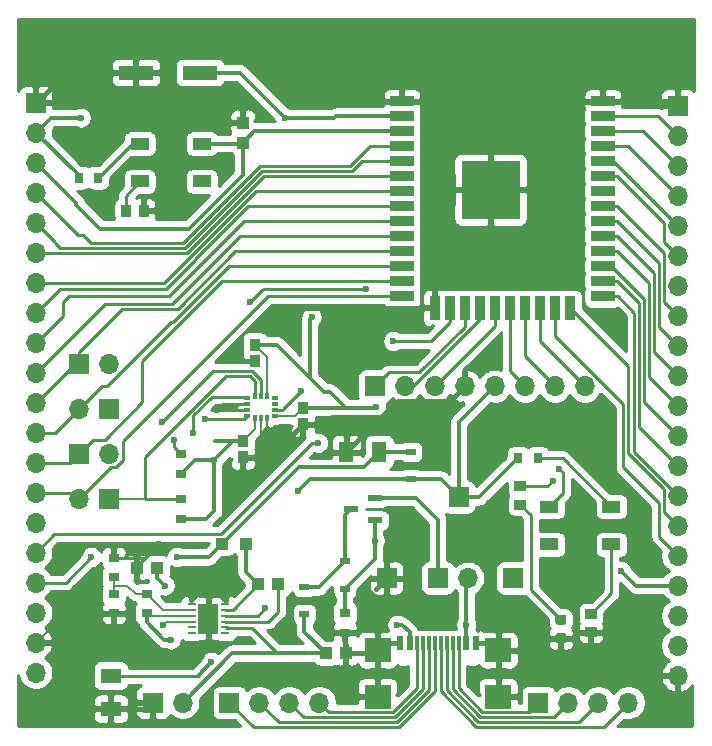
<source format=gbr>
%TF.GenerationSoftware,KiCad,Pcbnew,(5.1.9)-1*%
%TF.CreationDate,2021-03-31T16:36:21-07:00*%
%TF.ProjectId,esp32_sensor,65737033-325f-4736-956e-736f722e6b69,v0.0.3c*%
%TF.SameCoordinates,Original*%
%TF.FileFunction,Copper,L1,Top*%
%TF.FilePolarity,Positive*%
%FSLAX46Y46*%
G04 Gerber Fmt 4.6, Leading zero omitted, Abs format (unit mm)*
G04 Created by KiCad (PCBNEW (5.1.9)-1) date 2021-03-31 16:36:21*
%MOMM*%
%LPD*%
G01*
G04 APERTURE LIST*
%TA.AperFunction,SMDPad,CuDef*%
%ADD10R,2.997200X1.219200*%
%TD*%
%TA.AperFunction,ComponentPad*%
%ADD11O,1.700000X1.700000*%
%TD*%
%TA.AperFunction,ComponentPad*%
%ADD12R,1.700000X1.700000*%
%TD*%
%TA.AperFunction,SMDPad,CuDef*%
%ADD13R,5.000000X5.000000*%
%TD*%
%TA.AperFunction,SMDPad,CuDef*%
%ADD14R,2.000000X0.900000*%
%TD*%
%TA.AperFunction,SMDPad,CuDef*%
%ADD15R,0.900000X2.000000*%
%TD*%
%TA.AperFunction,SMDPad,CuDef*%
%ADD16R,1.000000X1.100000*%
%TD*%
%TA.AperFunction,SMDPad,CuDef*%
%ADD17R,0.757199X0.254800*%
%TD*%
%TA.AperFunction,SMDPad,CuDef*%
%ADD18R,1.803400X2.590800*%
%TD*%
%TA.AperFunction,SMDPad,CuDef*%
%ADD19R,0.830000X0.630000*%
%TD*%
%TA.AperFunction,SMDPad,CuDef*%
%ADD20R,1.100000X1.000000*%
%TD*%
%TA.AperFunction,SMDPad,CuDef*%
%ADD21R,0.930000X1.010000*%
%TD*%
%TA.AperFunction,SMDPad,CuDef*%
%ADD22R,1.799996X1.299998*%
%TD*%
%TA.AperFunction,SMDPad,CuDef*%
%ADD23R,1.299998X1.799996*%
%TD*%
%TA.AperFunction,SMDPad,CuDef*%
%ADD24R,1.003300X0.990600*%
%TD*%
%TA.AperFunction,SMDPad,CuDef*%
%ADD25R,1.309599X0.568000*%
%TD*%
%TA.AperFunction,SMDPad,CuDef*%
%ADD26R,0.810000X0.980000*%
%TD*%
%TA.AperFunction,SMDPad,CuDef*%
%ADD27R,0.790000X0.930000*%
%TD*%
%TA.AperFunction,SMDPad,CuDef*%
%ADD28R,0.980000X0.810000*%
%TD*%
%TA.AperFunction,SMDPad,CuDef*%
%ADD29R,0.930000X0.790000*%
%TD*%
%TA.AperFunction,SMDPad,CuDef*%
%ADD30R,1.549400X0.990600*%
%TD*%
%TA.AperFunction,SMDPad,CuDef*%
%ADD31R,0.600000X0.350000*%
%TD*%
%TA.AperFunction,SMDPad,CuDef*%
%ADD32R,0.350000X0.600000*%
%TD*%
%TA.AperFunction,SMDPad,CuDef*%
%ADD33R,0.600000X1.150000*%
%TD*%
%TA.AperFunction,SMDPad,CuDef*%
%ADD34R,0.300000X1.150000*%
%TD*%
%TA.AperFunction,SMDPad,CuDef*%
%ADD35R,2.180000X2.000000*%
%TD*%
%TA.AperFunction,ViaPad*%
%ADD36C,0.600000*%
%TD*%
%TA.AperFunction,Conductor*%
%ADD37C,0.400000*%
%TD*%
%TA.AperFunction,Conductor*%
%ADD38C,0.200000*%
%TD*%
%TA.AperFunction,Conductor*%
%ADD39C,0.220000*%
%TD*%
%TA.AperFunction,Conductor*%
%ADD40C,0.350000*%
%TD*%
%TA.AperFunction,Conductor*%
%ADD41C,0.254000*%
%TD*%
%TA.AperFunction,Conductor*%
%ADD42C,0.100000*%
%TD*%
G04 APERTURE END LIST*
D10*
%TO.P,CP_ESP_1,1*%
%TO.N,+3V3*%
X98971100Y-73787000D03*
%TO.P,CP_ESP_1,2*%
%TO.N,GND*%
X93560900Y-73787000D03*
%TD*%
D11*
%TO.P,J_PW_2,2*%
%TO.N,VDD*%
X97536000Y-127127000D03*
D12*
%TO.P,J_PW_2,1*%
%TO.N,GND*%
X94996000Y-127127000D03*
%TD*%
D13*
%TO.P,U_ESP_1,39*%
%TO.N,GND*%
X123587000Y-83700000D03*
D14*
%TO.P,U_ESP_1,1*%
X116087000Y-76200000D03*
%TO.P,U_ESP_1,2*%
%TO.N,+3V3*%
X116087000Y-77470000D03*
%TO.P,U_ESP_1,3*%
%TO.N,/ESP32 Chip/ESP32_EN*%
X116087000Y-78740000D03*
%TO.P,U_ESP_1,4*%
%TO.N,/ESP32 Chip/ESP32_Pin4*%
X116087000Y-80010000D03*
%TO.P,U_ESP_1,5*%
%TO.N,/ESP32 Chip/ESP32_Pin5*%
X116087000Y-81280000D03*
%TO.P,U_ESP_1,6*%
%TO.N,/ESP32 Chip/ESP32_Pin6*%
X116087000Y-82550000D03*
%TO.P,U_ESP_1,7*%
%TO.N,/ESP32 Chip/ESP32_Pin7*%
X116087000Y-83820000D03*
%TO.P,U_ESP_1,8*%
%TO.N,/ESP32 Chip/ESP32_Pin8*%
X116087000Y-85090000D03*
%TO.P,U_ESP_1,9*%
%TO.N,/ESP32 Chip/ESP32_Pin9*%
X116087000Y-86360000D03*
%TO.P,U_ESP_1,10*%
%TO.N,/ESP32 Chip/ESP32_Pin10*%
X116087000Y-87630000D03*
%TO.P,U_ESP_1,11*%
%TO.N,/ESP32 Chip/ESP32_Pin11*%
X116087000Y-88900000D03*
%TO.P,U_ESP_1,12*%
%TO.N,/ESP32 Chip/ESP32_Pin12*%
X116087000Y-90170000D03*
%TO.P,U_ESP_1,13*%
%TO.N,/ESP32 Chip/ESP32_Pin13*%
X116087000Y-91440000D03*
%TO.P,U_ESP_1,14*%
%TO.N,/ESP32 Chip/ESP32_Pin14*%
X116087000Y-92710000D03*
D15*
%TO.P,U_ESP_1,15*%
%TO.N,GND*%
X118872000Y-93710000D03*
%TO.P,U_ESP_1,16*%
%TO.N,/ESP32 Chip/ESP32_Pin16*%
X120142000Y-93710000D03*
%TO.P,U_ESP_1,17*%
%TO.N,/ESP32 Chip/ESP32_Pin17*%
X121412000Y-93710000D03*
%TO.P,U_ESP_1,18*%
%TO.N,/ESP32 Chip/ESP32_Pin18*%
X122682000Y-93710000D03*
%TO.P,U_ESP_1,19*%
%TO.N,/ESP32 Chip/ESP32_Pin19*%
X123952000Y-93710000D03*
%TO.P,U_ESP_1,20*%
%TO.N,/ESP32 Chip/ESP32_Pin20*%
X125222000Y-93710000D03*
%TO.P,U_ESP_1,21*%
%TO.N,/ESP32 Chip/ESP32_Pin21*%
X126492000Y-93710000D03*
%TO.P,U_ESP_1,22*%
%TO.N,/ESP32 Chip/ESP32_Pin22*%
X127762000Y-93710000D03*
%TO.P,U_ESP_1,23*%
%TO.N,/ESP32 Chip/ESP32_Pin23*%
X129032000Y-93710000D03*
%TO.P,U_ESP_1,24*%
%TO.N,/ESP32 Chip/ESP32_Pin24*%
X130302000Y-93710000D03*
D14*
%TO.P,U_ESP_1,25*%
%TO.N,/ESP32 Chip/ESP32_Pin25*%
X133087000Y-92710000D03*
%TO.P,U_ESP_1,26*%
%TO.N,/ESP32 Chip/ESP32_Pin26*%
X133087000Y-91440000D03*
%TO.P,U_ESP_1,27*%
%TO.N,/ESP32 Chip/ESP32_Pin27*%
X133087000Y-90170000D03*
%TO.P,U_ESP_1,28*%
%TO.N,/ESP32 Chip/ESP32_Pin28*%
X133087000Y-88900000D03*
%TO.P,U_ESP_1,29*%
%TO.N,/ESP32 Chip/ESP32_Pin29*%
X133087000Y-87630000D03*
%TO.P,U_ESP_1,30*%
%TO.N,/ESP32 Chip/ESP32_Pin30*%
X133087000Y-86360000D03*
%TO.P,U_ESP_1,31*%
%TO.N,/ESP32 Chip/ESP32_Pin31*%
X133087000Y-85090000D03*
%TO.P,U_ESP_1,32*%
%TO.N,Net-(U_ESP_1-Pad32)*%
X133087000Y-83820000D03*
%TO.P,U_ESP_1,33*%
%TO.N,/ESP32 Chip/ESP32_Pin33*%
X133087000Y-82550000D03*
%TO.P,U_ESP_1,34*%
%TO.N,/ESP32 Chip/ESP32_RX0*%
X133087000Y-81280000D03*
%TO.P,U_ESP_1,35*%
%TO.N,/ESP32 Chip/ESP32_TX0*%
X133087000Y-80010000D03*
%TO.P,U_ESP_1,36*%
%TO.N,/ESP32 Chip/ESP32_Pin36*%
X133087000Y-78740000D03*
%TO.P,U_ESP_1,37*%
%TO.N,/ESP32 Chip/ESP32_Pin37*%
X133087000Y-77470000D03*
%TO.P,U_ESP_1,38*%
%TO.N,GND*%
X133087000Y-76200000D03*
%TD*%
D16*
%TO.P,C_ESP_1,2*%
%TO.N,GND*%
X102616000Y-78017000D03*
%TO.P,C_ESP_1,1*%
%TO.N,/ESP32 Chip/ESP32_EN*%
X102616000Y-79717000D03*
%TD*%
D11*
%TO.P,J_7,2*%
%TO.N,/ESP32 Chip/ESP32_Pin14*%
X88773000Y-109855000D03*
D12*
%TO.P,J_7,1*%
%TO.N,/IMU/IMU_SDA*%
X91313000Y-109855000D03*
%TD*%
D11*
%TO.P,J_6,2*%
%TO.N,/IMU/IMU_SCL*%
X91313000Y-106045000D03*
D12*
%TO.P,J_6,1*%
%TO.N,/ESP32 Chip/ESP32_Pin13*%
X88773000Y-106045000D03*
%TD*%
D11*
%TO.P,J_5,2*%
%TO.N,/ESP32 Chip/ESP32_Pin12*%
X88773000Y-102235000D03*
D12*
%TO.P,J_5,1*%
%TO.N,/IMU/IMU_INT1*%
X91313000Y-102235000D03*
%TD*%
D11*
%TO.P,J_4,2*%
%TO.N,/IMU/IMU_INT2*%
X91313000Y-98425000D03*
D12*
%TO.P,J_4,1*%
%TO.N,/ESP32 Chip/ESP32_Pin11*%
X88773000Y-98425000D03*
%TD*%
D11*
%TO.P,J_3,8*%
%TO.N,/ESP32 Chip/ESP32_Pin22*%
X131572000Y-100330000D03*
%TO.P,J_3,7*%
%TO.N,/ESP32 Chip/ESP32_Pin21*%
X129032000Y-100330000D03*
%TO.P,J_3,6*%
%TO.N,/ESP32 Chip/ESP32_Pin20*%
X126492000Y-100330000D03*
%TO.P,J_3,5*%
%TO.N,+3V3*%
X123952000Y-100330000D03*
%TO.P,J_3,4*%
%TO.N,GND*%
X121412000Y-100330000D03*
%TO.P,J_3,3*%
%TO.N,/ESP32 Chip/ESP32_Pin19*%
X118872000Y-100330000D03*
%TO.P,J_3,2*%
%TO.N,/ESP32 Chip/ESP32_Pin18*%
X116332000Y-100330000D03*
D12*
%TO.P,J_3,1*%
%TO.N,/ESP32 Chip/ESP32_Pin17*%
X113792000Y-100330000D03*
%TD*%
D11*
%TO.P,J_2,20*%
%TO.N,GND*%
X139446000Y-124841000D03*
%TO.P,J_2,19*%
%TO.N,VS*%
X139446000Y-122301000D03*
%TO.P,J_2,18*%
%TO.N,Net-(J_2-Pad18)*%
X139446000Y-119761000D03*
%TO.P,J_2,17*%
%TO.N,+3V3*%
X139446000Y-117221000D03*
%TO.P,J_2,16*%
%TO.N,/ESP32 Chip/ESP32_Pin23*%
X139446000Y-114681000D03*
%TO.P,J_2,15*%
%TO.N,/ESP32 Chip/ESP32_Pin24*%
X139446000Y-112141000D03*
%TO.P,J_2,14*%
%TO.N,/ESP32 Chip/ESP32_Pin25*%
X139446000Y-109601000D03*
%TO.P,J_2,13*%
%TO.N,/ESP32 Chip/ESP32_Pin26*%
X139446000Y-107061000D03*
%TO.P,J_2,12*%
%TO.N,/ESP32 Chip/ESP32_Pin27*%
X139446000Y-104521000D03*
%TO.P,J_2,11*%
%TO.N,/ESP32 Chip/ESP32_Pin28*%
X139446000Y-101981000D03*
%TO.P,J_2,10*%
%TO.N,/ESP32 Chip/ESP32_Pin29*%
X139446000Y-99441000D03*
%TO.P,J_2,9*%
%TO.N,/ESP32 Chip/ESP32_Pin30*%
X139446000Y-96901000D03*
%TO.P,J_2,8*%
%TO.N,/ESP32 Chip/ESP32_Pin31*%
X139446000Y-94361000D03*
%TO.P,J_2,7*%
%TO.N,Net-(J_2-Pad7)*%
X139446000Y-91821000D03*
%TO.P,J_2,6*%
%TO.N,/ESP32 Chip/ESP32_Pin33*%
X139446000Y-89281000D03*
%TO.P,J_2,5*%
%TO.N,/ESP32 Chip/ESP32_RX0*%
X139446000Y-86741000D03*
%TO.P,J_2,4*%
%TO.N,/ESP32 Chip/ESP32_TX0*%
X139446000Y-84201000D03*
%TO.P,J_2,3*%
%TO.N,/ESP32 Chip/ESP32_Pin36*%
X139446000Y-81661000D03*
%TO.P,J_2,2*%
%TO.N,/ESP32 Chip/ESP32_Pin37*%
X139446000Y-79121000D03*
D12*
%TO.P,J_2,1*%
%TO.N,GND*%
X139446000Y-76581000D03*
%TD*%
D11*
%TO.P,J_1,20*%
%TO.N,VDD*%
X85090000Y-124587000D03*
%TO.P,J_1,19*%
%TO.N,GND*%
X85090000Y-122047000D03*
%TO.P,J_1,18*%
%TO.N,Net-(J_1-Pad18)*%
X85090000Y-119507000D03*
%TO.P,J_1,17*%
%TO.N,/IMU/IMU_SDO_SAO*%
X85090000Y-116967000D03*
%TO.P,J_1,16*%
%TO.N,/ESP32 Chip/ESP32_Pin16*%
X85090000Y-114427000D03*
%TO.P,J_1,15*%
%TO.N,Net-(J_1-Pad15)*%
X85090000Y-111887000D03*
%TO.P,J_1,14*%
%TO.N,/ESP32 Chip/ESP32_Pin14*%
X85090000Y-109347000D03*
%TO.P,J_1,13*%
%TO.N,/ESP32 Chip/ESP32_Pin13*%
X85090000Y-106807000D03*
%TO.P,J_1,12*%
%TO.N,/ESP32 Chip/ESP32_Pin12*%
X85090000Y-104267000D03*
%TO.P,J_1,11*%
%TO.N,/ESP32 Chip/ESP32_Pin11*%
X85090000Y-101727000D03*
%TO.P,J_1,10*%
%TO.N,/ESP32 Chip/ESP32_Pin10*%
X85090000Y-99187000D03*
%TO.P,J_1,9*%
%TO.N,/ESP32 Chip/ESP32_Pin9*%
X85090000Y-96647000D03*
%TO.P,J_1,8*%
%TO.N,/ESP32 Chip/ESP32_Pin8*%
X85090000Y-94107000D03*
%TO.P,J_1,7*%
%TO.N,/ESP32 Chip/ESP32_Pin7*%
X85090000Y-91567000D03*
%TO.P,J_1,6*%
%TO.N,/ESP32 Chip/ESP32_Pin6*%
X85090000Y-89027000D03*
%TO.P,J_1,5*%
%TO.N,/ESP32 Chip/ESP32_Pin5*%
X85090000Y-86487000D03*
%TO.P,J_1,4*%
%TO.N,/ESP32 Chip/ESP32_Pin4*%
X85090000Y-83947000D03*
%TO.P,J_1,3*%
%TO.N,/ESP32 Chip/ESP32_EN*%
X85090000Y-81407000D03*
%TO.P,J_1,2*%
%TO.N,+3V3*%
X85090000Y-78867000D03*
D12*
%TO.P,J_1,1*%
%TO.N,GND*%
X85090000Y-76327000D03*
%TD*%
%TO.P,LED_ESP_1,1*%
%TO.N,GND*%
%TA.AperFunction,SMDPad,CuDef*%
G36*
G01*
X129796250Y-122129000D02*
X129283750Y-122129000D01*
G75*
G02*
X129065000Y-121910250I0J218750D01*
G01*
X129065000Y-121472750D01*
G75*
G02*
X129283750Y-121254000I218750J0D01*
G01*
X129796250Y-121254000D01*
G75*
G02*
X130015000Y-121472750I0J-218750D01*
G01*
X130015000Y-121910250D01*
G75*
G02*
X129796250Y-122129000I-218750J0D01*
G01*
G37*
%TD.AperFunction*%
%TO.P,LED_ESP_1,2*%
%TO.N,Net-(LED_ESP_1-Pad2)*%
%TA.AperFunction,SMDPad,CuDef*%
G36*
G01*
X129796250Y-120554000D02*
X129283750Y-120554000D01*
G75*
G02*
X129065000Y-120335250I0J218750D01*
G01*
X129065000Y-119897750D01*
G75*
G02*
X129283750Y-119679000I218750J0D01*
G01*
X129796250Y-119679000D01*
G75*
G02*
X130015000Y-119897750I0J-218750D01*
G01*
X130015000Y-120335250D01*
G75*
G02*
X129796250Y-120554000I-218750J0D01*
G01*
G37*
%TD.AperFunction*%
%TD*%
%TO.P,J_PW_3,1*%
%TO.N,+3V3*%
X120904000Y-109728000D03*
%TD*%
D11*
%TO.P,J_PW_1,2*%
%TO.N,VS*%
X121666000Y-116586000D03*
D12*
%TO.P,J_PW_1,1*%
%TO.N,+BATT*%
X119126000Y-116586000D03*
%TD*%
%TO.P,J_CN_4,1*%
%TO.N,GND*%
X114808000Y-116586000D03*
%TD*%
%TO.P,J_CN_3,1*%
%TO.N,VS*%
X125476000Y-116586000D03*
%TD*%
D11*
%TO.P,J_CN_2,4*%
%TO.N,Net-(J_CN_2-Pad4)*%
X109093000Y-127127000D03*
%TO.P,J_CN_2,3*%
%TO.N,Net-(J_CN_2-Pad3)*%
X106553000Y-127127000D03*
%TO.P,J_CN_2,2*%
%TO.N,Net-(J_CN_2-Pad2)*%
X104013000Y-127127000D03*
D12*
%TO.P,J_CN_2,1*%
%TO.N,Net-(J_CN_2-Pad1)*%
X101473000Y-127127000D03*
%TD*%
D11*
%TO.P,J_CN_1,4*%
%TO.N,Net-(J_CN_1-Pad4)*%
X135255000Y-127127000D03*
%TO.P,J_CN_1,3*%
%TO.N,Net-(J_CN_1-Pad3)*%
X132715000Y-127127000D03*
%TO.P,J_CN_1,2*%
%TO.N,Net-(J_CN_1-Pad2)*%
X130175000Y-127127000D03*
D12*
%TO.P,J_CN_1,1*%
%TO.N,Net-(J_CN_1-Pad1)*%
X127635000Y-127127000D03*
%TD*%
D17*
%TO.P,U_PW_1,1*%
%TO.N,Net-(U_PW_1-Pad1)*%
X101115000Y-121265000D03*
%TO.P,U_PW_1,2*%
%TO.N,VDD*%
X101115000Y-120765001D03*
%TO.P,U_PW_1,3*%
%TO.N,Net-(C_PW_4-Pad2)*%
X101115000Y-120265000D03*
%TO.P,U_PW_1,4*%
%TO.N,Net-(C_PW_2-Pad1)*%
X101115000Y-119765000D03*
%TO.P,U_PW_1,5*%
%TO.N,Net-(C_PW_4-Pad1)*%
X101115000Y-119264999D03*
%TO.P,U_PW_1,6*%
%TO.N,GND*%
X101115000Y-118765000D03*
%TO.P,U_PW_1,7*%
X98275000Y-118765000D03*
%TO.P,U_PW_1,8*%
%TO.N,Net-(R_PW_2-Pad2)*%
X98275000Y-119264999D03*
%TO.P,U_PW_1,9*%
%TO.N,Net-(C_PW_5-Pad1)*%
X98275000Y-119765000D03*
%TO.P,U_PW_1,10*%
%TO.N,Net-(C_PW_3-Pad2)*%
X98275000Y-120265000D03*
%TO.P,U_PW_1,11*%
%TO.N,Net-(U_PW_1-Pad11)*%
X98275000Y-120765001D03*
%TO.P,U_PW_1,12*%
%TO.N,Net-(U_PW_1-Pad12)*%
X98275000Y-121265000D03*
D18*
%TO.P,U_PW_1,13*%
%TO.N,GND*%
X99695000Y-120015000D03*
%TD*%
D19*
%TO.P,D_PW_3,A*%
%TO.N,Net-(C_PW_5-Pad1)*%
X116840000Y-105904000D03*
%TO.P,D_PW_3,C*%
%TO.N,+3V3*%
X116840000Y-108204000D03*
%TD*%
D20*
%TO.P,C_PW_1,2*%
%TO.N,VDD*%
X109640000Y-122936000D03*
%TO.P,C_PW_1,1*%
%TO.N,GND*%
X111340000Y-122936000D03*
%TD*%
D19*
%TO.P,D_PW_1,A*%
%TO.N,VS*%
X111252000Y-117482000D03*
%TO.P,D_PW_1,C*%
%TO.N,Net-(D_PW_1-PadC)*%
X111252000Y-115182000D03*
%TD*%
D21*
%TO.P,C_IMU_1,2*%
%TO.N,GND*%
X103632000Y-98245000D03*
%TO.P,C_IMU_1,1*%
%TO.N,+3V3*%
X103632000Y-96827000D03*
%TD*%
%TO.P,C_IMU_2,1*%
%TO.N,+3V3*%
X102616000Y-104955000D03*
%TO.P,C_IMU_2,2*%
%TO.N,GND*%
X102616000Y-106373000D03*
%TD*%
%TO.P,C_IMU_3,1*%
%TO.N,+3V3*%
X107696000Y-102161000D03*
%TO.P,C_IMU_3,2*%
%TO.N,GND*%
X107696000Y-103579000D03*
%TD*%
D22*
%TO.P,C_PW_2,1*%
%TO.N,Net-(C_PW_2-Pad1)*%
X91440000Y-124838002D03*
%TO.P,C_PW_2,2*%
%TO.N,GND*%
X91440000Y-127637998D03*
%TD*%
D20*
%TO.P,C_PW_3,1*%
%TO.N,GND*%
X93638000Y-115697000D03*
%TO.P,C_PW_3,2*%
%TO.N,Net-(C_PW_3-Pad2)*%
X95338000Y-115697000D03*
%TD*%
%TO.P,C_PW_4,1*%
%TO.N,Net-(C_PW_4-Pad1)*%
X103925000Y-117094000D03*
%TO.P,C_PW_4,2*%
%TO.N,Net-(C_PW_4-Pad2)*%
X105625000Y-117094000D03*
%TD*%
D23*
%TO.P,C_PW_5,2*%
%TO.N,GND*%
X111376002Y-105918000D03*
%TO.P,C_PW_5,1*%
%TO.N,Net-(C_PW_5-Pad1)*%
X114175998Y-105918000D03*
%TD*%
D19*
%TO.P,D_PW_2,C*%
%TO.N,VDD*%
X107823000Y-119641000D03*
%TO.P,D_PW_2,A*%
%TO.N,Net-(D_PW_1-PadC)*%
X107823000Y-117341000D03*
%TD*%
D24*
%TO.P,L_PW_1,1*%
%TO.N,Net-(C_PW_5-Pad1)*%
X100876100Y-113665000D03*
%TO.P,L_PW_1,2*%
%TO.N,Net-(C_PW_4-Pad1)*%
X102870000Y-113665000D03*
%TD*%
D25*
%TO.P,Q_PW_1,1*%
%TO.N,VS*%
X113779300Y-111696500D03*
%TO.P,Q_PW_1,2*%
%TO.N,+BATT*%
X113779300Y-109791500D03*
%TO.P,Q_PW_1,3*%
%TO.N,Net-(D_PW_1-PadC)*%
X111772700Y-110744000D03*
%TD*%
D26*
%TO.P,R_ESP_1,1*%
%TO.N,Net-(R_ESP_1-Pad1)*%
X92701000Y-85471000D03*
%TO.P,R_ESP_1,2*%
%TO.N,GND*%
X94243000Y-85471000D03*
%TD*%
D27*
%TO.P,R_ESP_2,2*%
%TO.N,Net-(R_ESP_2-Pad2)*%
X90355000Y-82677000D03*
%TO.P,R_ESP_2,1*%
%TO.N,+3V3*%
X88715000Y-82677000D03*
%TD*%
D28*
%TO.P,R_ESP_3,1*%
%TO.N,/ESP32 Chip/ESP32_Pin24*%
X126111000Y-108830000D03*
%TO.P,R_ESP_3,2*%
%TO.N,Net-(LED_ESP_1-Pad2)*%
X126111000Y-110372000D03*
%TD*%
D27*
%TO.P,R_ESP_4,1*%
%TO.N,Net-(R_ESP_4-Pad1)*%
X127566000Y-106426000D03*
%TO.P,R_ESP_4,2*%
%TO.N,+3V3*%
X125926000Y-106426000D03*
%TD*%
D28*
%TO.P,R_ESP_5,2*%
%TO.N,GND*%
X132080000Y-121167000D03*
%TO.P,R_ESP_5,1*%
%TO.N,Net-(R_ESP_5-Pad1)*%
X132080000Y-119625000D03*
%TD*%
D29*
%TO.P,R_IMU_1,1*%
%TO.N,/IMU/IMU_SCL*%
X97409000Y-106114000D03*
%TO.P,R_IMU_1,2*%
%TO.N,+3V3*%
X97409000Y-107754000D03*
%TD*%
%TO.P,R_IMU_2,2*%
%TO.N,/IMU/IMU_SDA*%
X97409000Y-109924000D03*
%TO.P,R_IMU_2,1*%
%TO.N,+3V3*%
X97409000Y-111564000D03*
%TD*%
%TO.P,R_PW_1,2*%
%TO.N,GND*%
X111252000Y-121216000D03*
%TO.P,R_PW_1,1*%
%TO.N,VS*%
X111252000Y-119576000D03*
%TD*%
%TO.P,R_PW_2,1*%
%TO.N,GND*%
X91694000Y-119565000D03*
%TO.P,R_PW_2,2*%
%TO.N,Net-(R_PW_2-Pad2)*%
X91694000Y-117925000D03*
%TD*%
%TO.P,R_PW_3,2*%
%TO.N,Net-(R_PW_2-Pad2)*%
X91694000Y-116517000D03*
%TO.P,R_PW_3,1*%
%TO.N,GND*%
X91694000Y-114877000D03*
%TD*%
%TO.P,R_PW_4,1*%
%TO.N,Net-(C_PW_5-Pad1)*%
X94488000Y-119565000D03*
%TO.P,R_PW_4,2*%
%TO.N,Net-(R_PW_2-Pad2)*%
X94488000Y-117925000D03*
%TD*%
D30*
%TO.P,SW_ESP_1,1*%
%TO.N,Net-(SW_ESP_1-Pad1)*%
X99145001Y-83006999D03*
%TO.P,SW_ESP_1,3*%
%TO.N,/ESP32 Chip/ESP32_EN*%
X99145001Y-79807001D03*
%TO.P,SW_ESP_1,4*%
%TO.N,Net-(R_ESP_2-Pad2)*%
X93894999Y-79807001D03*
%TO.P,SW_ESP_1,2*%
%TO.N,Net-(R_ESP_1-Pad1)*%
X93894999Y-83006999D03*
%TD*%
%TO.P,SW_ESP_2,2*%
%TO.N,Net-(SW_ESP_2-Pad2)*%
X128565999Y-113740999D03*
%TO.P,SW_ESP_2,4*%
%TO.N,/ESP32 Chip/ESP32_Pin25*%
X128565999Y-110541001D03*
%TO.P,SW_ESP_2,3*%
%TO.N,Net-(R_ESP_4-Pad1)*%
X133816001Y-110541001D03*
%TO.P,SW_ESP_2,1*%
%TO.N,Net-(R_ESP_5-Pad1)*%
X133816001Y-113740999D03*
%TD*%
D31*
%TO.P,U_IMU_1,2*%
%TO.N,GND*%
X102980000Y-101858000D03*
%TO.P,U_IMU_1,3*%
X102980000Y-102358000D03*
%TO.P,U_IMU_1,1*%
%TO.N,/IMU/IMU_SDO_SAO*%
X102980000Y-101358000D03*
%TO.P,U_IMU_1,4*%
%TO.N,/IMU/IMU_INT1*%
X102980000Y-102858000D03*
%TO.P,U_IMU_1,10*%
%TO.N,Net-(U_IMU_1-Pad10)*%
X105300000Y-101858000D03*
%TO.P,U_IMU_1,9*%
%TO.N,/IMU/IMU_INT2*%
X105300000Y-102358000D03*
%TO.P,U_IMU_1,11*%
%TO.N,Net-(U_IMU_1-Pad11)*%
X105300000Y-101358000D03*
%TO.P,U_IMU_1,8*%
%TO.N,+3V3*%
X105300000Y-102858000D03*
D32*
%TO.P,U_IMU_1,14*%
%TO.N,/IMU/IMU_SDA*%
X103640000Y-101198000D03*
%TO.P,U_IMU_1,13*%
%TO.N,/IMU/IMU_SCL*%
X104140000Y-101198000D03*
%TO.P,U_IMU_1,12*%
%TO.N,+3V3*%
X104640000Y-101198000D03*
%TO.P,U_IMU_1,5*%
X103640000Y-103018000D03*
%TO.P,U_IMU_1,6*%
%TO.N,GND*%
X104140000Y-103018000D03*
%TO.P,U_IMU_1,7*%
X104640000Y-103018000D03*
%TD*%
D33*
%TO.P,U_CN_1,A1/B12*%
%TO.N,GND*%
X115926000Y-122115000D03*
%TO.P,U_CN_1,A4/B9*%
%TO.N,VS*%
X116726000Y-122115000D03*
%TO.P,U_CN_1,B4/A9*%
X121526000Y-122115000D03*
%TO.P,U_CN_1,B1/A12*%
%TO.N,GND*%
X122326000Y-122115000D03*
D34*
%TO.P,U_CN_1,B8*%
%TO.N,Net-(J_CN_2-Pad4)*%
X117376000Y-122115000D03*
%TO.P,U_CN_1,B5*%
%TO.N,Net-(J_CN_1-Pad1)*%
X120876000Y-122115000D03*
%TO.P,U_CN_1,A5*%
%TO.N,Net-(J_CN_2-Pad3)*%
X117876000Y-122115000D03*
%TO.P,U_CN_1,A8*%
%TO.N,Net-(J_CN_1-Pad2)*%
X120376000Y-122115000D03*
%TO.P,U_CN_1,B7*%
%TO.N,Net-(J_CN_2-Pad2)*%
X118376000Y-122115000D03*
%TO.P,U_CN_1,B6*%
%TO.N,Net-(J_CN_1-Pad3)*%
X119876000Y-122115000D03*
%TO.P,U_CN_1,A6*%
%TO.N,Net-(J_CN_2-Pad1)*%
X118876000Y-122115000D03*
%TO.P,U_CN_1,A7*%
%TO.N,Net-(J_CN_1-Pad4)*%
X119376000Y-122115000D03*
D35*
%TO.P,U_CN_1,S1*%
%TO.N,GND*%
X114016000Y-122690000D03*
%TO.P,U_CN_1,S2*%
X124236000Y-122690000D03*
%TO.P,U_CN_1,S3*%
X114016000Y-126620000D03*
%TO.P,U_CN_1,S4*%
X124236000Y-126620000D03*
%TD*%
D36*
%TO.N,GND*%
X110617000Y-75946000D03*
X106680000Y-93726000D03*
X123587000Y-83700000D03*
X105283000Y-106172000D03*
X99695000Y-117221000D03*
X99695000Y-122428000D03*
X101854000Y-98044000D03*
X95504000Y-113665000D03*
X114016000Y-126620000D03*
X124236000Y-126620000D03*
X100457000Y-102362000D03*
X96266000Y-84709000D03*
%TO.N,+3V3*%
X113919000Y-102108000D03*
X100139500Y-106616500D03*
X107315000Y-109220000D03*
X108458000Y-94488000D03*
X134620000Y-115951000D03*
X106172000Y-77597000D03*
X88900000Y-77597000D03*
%TO.N,Net-(C_PW_2-Pad1)*%
X99949000Y-123698000D03*
X104495600Y-119126000D03*
%TO.N,Net-(C_PW_3-Pad2)*%
X95885000Y-120523000D03*
X96012000Y-117221000D03*
%TO.N,Net-(C_PW_5-Pad1)*%
X96520000Y-121793000D03*
X97028000Y-114808000D03*
%TO.N,VS*%
X113779300Y-113423700D03*
X115697000Y-120523000D03*
X121526000Y-120536000D03*
%TO.N,/IMU/IMU_SDO_SAO*%
X89789000Y-114808000D03*
X98418252Y-104333904D03*
%TO.N,/ESP32 Chip/ESP32_Pin16*%
X108979001Y-105142999D03*
X115343998Y-96520000D03*
%TO.N,/ESP32 Chip/ESP32_Pin24*%
X128905000Y-108331000D03*
%TO.N,/ESP32 Chip/ESP32_Pin25*%
X129413000Y-107315000D03*
%TO.N,/IMU/IMU_INT2*%
X103251000Y-93218000D03*
X113030000Y-92075000D03*
X107569000Y-100711000D03*
%TO.N,/IMU/IMU_INT1*%
X99441000Y-103124000D03*
%TO.N,/IMU/IMU_SCL*%
X96774000Y-104902000D03*
X95758000Y-103378000D03*
%TD*%
D37*
%TO.N,GND*%
X139065000Y-76200000D02*
X139446000Y-76581000D01*
X133087000Y-76200000D02*
X139065000Y-76200000D01*
X110871000Y-76200000D02*
X110617000Y-75946000D01*
X116087000Y-76200000D02*
X110871000Y-76200000D01*
X94485002Y-127637998D02*
X94996000Y-127127000D01*
X91440000Y-127637998D02*
X94485002Y-127637998D01*
X118872000Y-93710000D02*
X118729999Y-93852001D01*
X106696000Y-93710000D02*
X106680000Y-93726000D01*
X118872000Y-93710000D02*
X106696000Y-93710000D01*
X132080000Y-124079000D02*
X131318000Y-124841000D01*
X132080000Y-121167000D02*
X132080000Y-124079000D01*
X139446000Y-124841000D02*
X131318000Y-124841000D01*
X113889000Y-117505000D02*
X114808000Y-116586000D01*
X111252000Y-121216000D02*
X111400000Y-121216000D01*
X120161999Y-101580001D02*
X115714001Y-101580001D01*
X121412000Y-100330000D02*
X120161999Y-101580001D01*
X114157999Y-102981999D02*
X114235001Y-103059001D01*
X110177999Y-102981999D02*
X114157999Y-102981999D01*
X109580998Y-103579000D02*
X110177999Y-102981999D01*
X107696000Y-103579000D02*
X109580998Y-103579000D01*
X114235001Y-103059001D02*
X111376002Y-105918000D01*
X115714001Y-101580001D02*
X114235001Y-103059001D01*
X105082000Y-106373000D02*
X105283000Y-106172000D01*
X102616000Y-106373000D02*
X105082000Y-106373000D01*
X105283000Y-105992000D02*
X107696000Y-103579000D01*
X105283000Y-106172000D02*
X105283000Y-105992000D01*
D38*
X104140000Y-105029000D02*
X105283000Y-106172000D01*
X104140000Y-103018000D02*
X104140000Y-105029000D01*
X104640000Y-103018000D02*
X104640000Y-104640000D01*
X105283000Y-105283000D02*
X105283000Y-106172000D01*
X104640000Y-104640000D02*
X105283000Y-105283000D01*
X91694000Y-114877000D02*
X91694000Y-114808000D01*
X87572000Y-119565000D02*
X85090000Y-122047000D01*
X91694000Y-119565000D02*
X87572000Y-119565000D01*
X98275000Y-118641000D02*
X99695000Y-117221000D01*
X98275000Y-118765000D02*
X98275000Y-118641000D01*
X101115000Y-118641000D02*
X99695000Y-117221000D01*
X101115000Y-118765000D02*
X101115000Y-118641000D01*
D39*
X99695000Y-122428000D02*
X99695000Y-120015000D01*
D37*
X102055000Y-98245000D02*
X101854000Y-98044000D01*
X103632000Y-98245000D02*
X102055000Y-98245000D01*
D39*
X93638000Y-115531000D02*
X95504000Y-113665000D01*
X93638000Y-115697000D02*
X93638000Y-115531000D01*
X94292000Y-114877000D02*
X95504000Y-113665000D01*
X91694000Y-114877000D02*
X94292000Y-114877000D01*
D37*
X124266000Y-124841000D02*
X124236000Y-124811000D01*
X131318000Y-124841000D02*
X124266000Y-124841000D01*
X124236000Y-124811000D02*
X124236000Y-122690000D01*
X124236000Y-126620000D02*
X124236000Y-124811000D01*
X111252000Y-122848000D02*
X111340000Y-122936000D01*
X111252000Y-121216000D02*
X111252000Y-122848000D01*
X113770000Y-122936000D02*
X114016000Y-122690000D01*
X111340000Y-122936000D02*
X113770000Y-122936000D01*
X114046000Y-124841000D02*
X114016000Y-124811000D01*
X114016000Y-124811000D02*
X114016000Y-122690000D01*
X114016000Y-126620000D02*
X114016000Y-124811000D01*
X114591000Y-122115000D02*
X114016000Y-122690000D01*
X115926000Y-122115000D02*
X114591000Y-122115000D01*
X123661000Y-122115000D02*
X124236000Y-122690000D01*
X122326000Y-122115000D02*
X123661000Y-122115000D01*
D39*
X100961000Y-101858000D02*
X100457000Y-102362000D01*
X102980000Y-101858000D02*
X100961000Y-101858000D01*
X100461000Y-102358000D02*
X100457000Y-102362000D01*
X102980000Y-102358000D02*
X100461000Y-102358000D01*
D37*
X95504000Y-85471000D02*
X96266000Y-84709000D01*
X94243000Y-85471000D02*
X95504000Y-85471000D01*
X87630000Y-73787000D02*
X85090000Y-76327000D01*
X93560900Y-73787000D02*
X87630000Y-73787000D01*
X89535000Y-76327000D02*
X85090000Y-76327000D01*
X91225000Y-78017000D02*
X89535000Y-76327000D01*
X102616000Y-78017000D02*
X91225000Y-78017000D01*
X129540000Y-123063000D02*
X131318000Y-124841000D01*
X129540000Y-121691500D02*
X129540000Y-123063000D01*
D40*
%TO.N,+3V3*%
X116087000Y-77470000D02*
X110490000Y-77470000D01*
X100277000Y-104955000D02*
X102616000Y-104955000D01*
X120904000Y-103378000D02*
X123952000Y-100330000D01*
X120904000Y-109728000D02*
X120904000Y-103378000D01*
X119380000Y-108204000D02*
X120904000Y-109728000D01*
X116840000Y-108204000D02*
X119380000Y-108204000D01*
D38*
X103640000Y-103931000D02*
X102616000Y-104955000D01*
X103640000Y-103018000D02*
X103640000Y-103931000D01*
X106999000Y-102858000D02*
X107696000Y-102161000D01*
X105300000Y-102858000D02*
X106999000Y-102858000D01*
X104640000Y-97835000D02*
X103632000Y-96827000D01*
X104640000Y-101198000D02*
X104640000Y-97835000D01*
D40*
X113866000Y-102161000D02*
X113919000Y-102108000D01*
X103632000Y-96827000D02*
X105499002Y-96827000D01*
X109474000Y-100801998D02*
X109966998Y-100801998D01*
X111326000Y-102161000D02*
X113866000Y-102161000D01*
X109966998Y-100801998D02*
X111326000Y-102161000D01*
X107696000Y-102161000D02*
X111326000Y-102161000D01*
X101801000Y-104955000D02*
X102616000Y-104955000D01*
X100139500Y-106616500D02*
X101801000Y-104955000D01*
X108331000Y-108204000D02*
X116840000Y-108204000D01*
X107315000Y-109220000D02*
X108331000Y-108204000D01*
X108285501Y-94660499D02*
X108458000Y-94488000D01*
X108285501Y-99613499D02*
X108285501Y-94660499D01*
X105499002Y-96827000D02*
X108285501Y-99613499D01*
X108285501Y-99613499D02*
X109474000Y-100801998D01*
X110363000Y-77597000D02*
X110490000Y-77470000D01*
X106172000Y-77597000D02*
X110363000Y-77597000D01*
X98546500Y-106616500D02*
X97409000Y-107754000D01*
X100139500Y-106616500D02*
X98546500Y-106616500D01*
X97409000Y-111564000D02*
X99510000Y-111564000D01*
X100139500Y-110934500D02*
X100139500Y-106616500D01*
X99510000Y-111564000D02*
X100139500Y-110934500D01*
X122624000Y-109728000D02*
X125926000Y-106426000D01*
X120904000Y-109728000D02*
X122624000Y-109728000D01*
X135890000Y-117221000D02*
X134620000Y-115951000D01*
X139446000Y-117221000D02*
X135890000Y-117221000D01*
X88715000Y-82492000D02*
X88715000Y-82677000D01*
X85090000Y-78867000D02*
X88715000Y-82492000D01*
X102362000Y-73787000D02*
X98971100Y-73787000D01*
X106172000Y-77597000D02*
X102362000Y-73787000D01*
X86360000Y-77597000D02*
X85090000Y-78867000D01*
X88900000Y-77597000D02*
X86360000Y-77597000D01*
%TO.N,VDD*%
X107823000Y-121119000D02*
X109640000Y-122936000D01*
X107823000Y-119641000D02*
X107823000Y-121119000D01*
X97536000Y-127127000D02*
X101727000Y-122936000D01*
D39*
X103428599Y-120827599D02*
X105537000Y-122936000D01*
X101269599Y-120827599D02*
X103428599Y-120827599D01*
X101207001Y-120765001D02*
X101269599Y-120827599D01*
X101115000Y-120765001D02*
X101207001Y-120765001D01*
D40*
X105537000Y-122936000D02*
X109640000Y-122936000D01*
X101727000Y-122936000D02*
X105537000Y-122936000D01*
D39*
%TO.N,Net-(C_PW_2-Pad1)*%
X91509056Y-124907058D02*
X91440000Y-124838002D01*
X98872058Y-124907058D02*
X91509056Y-124907058D01*
D40*
X98872058Y-124774942D02*
X99949000Y-123698000D01*
X98872058Y-124907058D02*
X98872058Y-124774942D01*
D39*
X103856600Y-119765000D02*
X104495600Y-119126000D01*
X101115000Y-119765000D02*
X103856600Y-119765000D01*
D38*
%TO.N,Net-(C_PW_3-Pad2)*%
X96143000Y-120265000D02*
X95885000Y-120523000D01*
X98275000Y-120265000D02*
X96143000Y-120265000D01*
D40*
X95338000Y-116547000D02*
X96012000Y-117221000D01*
X95338000Y-115697000D02*
X95338000Y-116547000D01*
%TO.N,Net-(C_PW_5-Pad1)*%
X114189998Y-105904000D02*
X114175998Y-105918000D01*
X116840000Y-105904000D02*
X114189998Y-105904000D01*
X107348101Y-107192999D02*
X100876100Y-113665000D01*
X112900999Y-107192999D02*
X107348101Y-107192999D01*
X114175998Y-105918000D02*
X112900999Y-107192999D01*
D38*
X94688000Y-119765000D02*
X94488000Y-119565000D01*
X98275000Y-119765000D02*
X94688000Y-119765000D01*
D40*
X95971000Y-121793000D02*
X96520000Y-121793000D01*
X94488000Y-120310000D02*
X95971000Y-121793000D01*
X94488000Y-119565000D02*
X94488000Y-120310000D01*
X99733100Y-114808000D02*
X100876100Y-113665000D01*
X97028000Y-114808000D02*
X99733100Y-114808000D01*
%TO.N,Net-(D_PW_1-PadC)*%
X109093000Y-117341000D02*
X111252000Y-115182000D01*
X107823000Y-117341000D02*
X109093000Y-117341000D01*
X111252000Y-111264700D02*
X111772700Y-110744000D01*
X111252000Y-115182000D02*
X111252000Y-111264700D01*
%TO.N,VS*%
X111252000Y-117482000D02*
X113779300Y-114954700D01*
X111252000Y-119576000D02*
X111252000Y-117482000D01*
X113779300Y-113423700D02*
X113779300Y-111696500D01*
X113779300Y-114954700D02*
X113779300Y-113423700D01*
X121526000Y-116726000D02*
X121666000Y-116586000D01*
X116726000Y-121190000D02*
X116059000Y-120523000D01*
X116726000Y-122115000D02*
X116726000Y-121190000D01*
X116059000Y-120523000D02*
X115697000Y-120523000D01*
X121526000Y-120536000D02*
X121526000Y-116726000D01*
X121526000Y-122115000D02*
X121526000Y-120536000D01*
%TO.N,+BATT*%
X113779300Y-109791500D02*
X117284500Y-109791500D01*
X119126000Y-111633000D02*
X119126000Y-116586000D01*
X117284500Y-109791500D02*
X119126000Y-111633000D01*
D39*
%TO.N,Net-(C_PW_4-Pad1)*%
X101754001Y-119264999D02*
X103925000Y-117094000D01*
X101115000Y-119264999D02*
X101754001Y-119264999D01*
D40*
X102870000Y-116039000D02*
X103925000Y-117094000D01*
X102870000Y-113665000D02*
X102870000Y-116039000D01*
D39*
%TO.N,Net-(LED_ESP_1-Pad2)*%
X127000000Y-111261000D02*
X126111000Y-110372000D01*
X127000000Y-117576500D02*
X127000000Y-111261000D01*
X129540000Y-120116500D02*
X127000000Y-117576500D01*
%TO.N,Net-(R_ESP_1-Pad1)*%
X92701000Y-84200998D02*
X93894999Y-83006999D01*
X92701000Y-85471000D02*
X92701000Y-84200998D01*
%TO.N,Net-(R_ESP_2-Pad2)*%
X93224999Y-79807001D02*
X90355000Y-82677000D01*
X93894999Y-79807001D02*
X93224999Y-79807001D01*
%TO.N,Net-(R_ESP_4-Pad1)*%
X129701000Y-106426000D02*
X133816001Y-110541001D01*
X127566000Y-106426000D02*
X129701000Y-106426000D01*
%TO.N,Net-(R_ESP_5-Pad1)*%
X133816001Y-117888999D02*
X132080000Y-119625000D01*
X133816001Y-113740999D02*
X133816001Y-117888999D01*
D38*
%TO.N,Net-(R_PW_2-Pad2)*%
X91694000Y-117094000D02*
X91694000Y-116517000D01*
X95827999Y-119264999D02*
X94488000Y-117925000D01*
X98275000Y-119264999D02*
X95827999Y-119264999D01*
X94488000Y-117925000D02*
X93541000Y-117925000D01*
X92837000Y-117221000D02*
X91694000Y-117221000D01*
X93541000Y-117925000D02*
X92837000Y-117221000D01*
X91694000Y-117221000D02*
X91694000Y-117094000D01*
X91694000Y-117925000D02*
X91694000Y-117221000D01*
D39*
%TO.N,Net-(C_PW_4-Pad2)*%
X101115000Y-120265000D02*
X104779000Y-120265000D01*
X105625000Y-119419000D02*
X105625000Y-117094000D01*
X104779000Y-120265000D02*
X105625000Y-119419000D01*
%TO.N,Net-(J_CN_1-Pad4)*%
X122376080Y-129190031D02*
X133191969Y-129190031D01*
X133191969Y-129190031D02*
X135255000Y-127127000D01*
X119376000Y-126189951D02*
X122376080Y-129190031D01*
X119376000Y-122115000D02*
X119376000Y-126189951D01*
%TO.N,Net-(J_CN_1-Pad3)*%
X131071979Y-128770021D02*
X132715000Y-127127000D01*
X119876000Y-126095968D02*
X122550053Y-128770021D01*
X122550053Y-128770021D02*
X131071979Y-128770021D01*
X119876000Y-122115000D02*
X119876000Y-126095968D01*
%TO.N,Net-(J_CN_1-Pad2)*%
X122724026Y-128350011D02*
X128951989Y-128350011D01*
X120376000Y-126001985D02*
X122724026Y-128350011D01*
X128951989Y-128350011D02*
X130175000Y-127127000D01*
X120376000Y-122115000D02*
X120376000Y-126001985D01*
%TO.N,Net-(J_CN_1-Pad1)*%
X126831999Y-127930001D02*
X127635000Y-127127000D01*
X122897999Y-127930001D02*
X126831999Y-127930001D01*
X120876000Y-125908002D02*
X122897999Y-127930001D01*
X120876000Y-122115000D02*
X120876000Y-125908002D01*
%TO.N,Net-(J_CN_2-Pad4)*%
X109896001Y-127930001D02*
X109093000Y-127127000D01*
X115354001Y-127930001D02*
X109896001Y-127930001D01*
X117376000Y-125908002D02*
X115354001Y-127930001D01*
X117376000Y-122115000D02*
X117376000Y-125908002D01*
%TO.N,Net-(J_CN_2-Pad3)*%
X107776011Y-128350011D02*
X106553000Y-127127000D01*
X115527974Y-128350011D02*
X107776011Y-128350011D01*
X117876000Y-126001984D02*
X115527974Y-128350011D01*
X117876000Y-122115000D02*
X117876000Y-126001984D01*
%TO.N,Net-(J_CN_2-Pad2)*%
X105656021Y-128770021D02*
X104013000Y-127127000D01*
X115701947Y-128770021D02*
X105656021Y-128770021D01*
X118376000Y-126095968D02*
X115701947Y-128770021D01*
X118376000Y-122115000D02*
X118376000Y-126095968D01*
%TO.N,Net-(J_CN_2-Pad1)*%
X115875920Y-129190031D02*
X103536031Y-129190031D01*
X118876000Y-126189950D02*
X115875920Y-129190031D01*
X103536031Y-129190031D02*
X101473000Y-127127000D01*
X118876000Y-122115000D02*
X118876000Y-126189950D01*
%TO.N,/IMU/IMU_SDO_SAO*%
X85090000Y-116967000D02*
X87630000Y-116967000D01*
X87630000Y-116967000D02*
X89789000Y-114808000D01*
X98418252Y-102809946D02*
X100009198Y-101219000D01*
X98418252Y-104333904D02*
X98418252Y-102809946D01*
X102841000Y-101219000D02*
X102980000Y-101358000D01*
X100009198Y-101219000D02*
X102841000Y-101219000D01*
%TO.N,/ESP32 Chip/ESP32_Pin16*%
X86657301Y-112859699D02*
X100754301Y-112859699D01*
X85090000Y-114427000D02*
X86657301Y-112859699D01*
X108471001Y-105142999D02*
X108979001Y-105142999D01*
X100754301Y-112859699D02*
X108471001Y-105142999D01*
X118552000Y-96520000D02*
X115343998Y-96520000D01*
X120142000Y-94930000D02*
X118552000Y-96520000D01*
X120142000Y-93710000D02*
X120142000Y-94930000D01*
%TO.N,/ESP32 Chip/ESP32_Pin14*%
X88265000Y-109347000D02*
X88773000Y-109855000D01*
X85090000Y-109347000D02*
X88265000Y-109347000D01*
X106220998Y-92710000D02*
X116087000Y-92710000D01*
X104775000Y-92710000D02*
X106220998Y-92710000D01*
X92473001Y-105011999D02*
X104775000Y-92710000D01*
X91869801Y-107205001D02*
X92473001Y-106601801D01*
X92473001Y-106601801D02*
X92473001Y-105011999D01*
X91422999Y-107205001D02*
X91869801Y-107205001D01*
X88773000Y-109855000D02*
X91422999Y-107205001D01*
%TO.N,/ESP32 Chip/ESP32_Pin13*%
X88011000Y-106807000D02*
X88773000Y-106045000D01*
X85090000Y-106807000D02*
X88011000Y-106807000D01*
X90921003Y-104884999D02*
X94107000Y-101699002D01*
X89933001Y-104884999D02*
X90921003Y-104884999D01*
X88773000Y-106045000D02*
X89933001Y-104884999D01*
X94107000Y-101699002D02*
X94107000Y-98171000D01*
X100838000Y-91440000D02*
X116087000Y-91440000D01*
X94107000Y-98171000D02*
X100838000Y-91440000D01*
%TO.N,/ESP32 Chip/ESP32_Pin12*%
X86741000Y-104267000D02*
X88773000Y-102235000D01*
X85090000Y-104267000D02*
X86741000Y-104267000D01*
X88773000Y-102235000D02*
X90678000Y-100330000D01*
X91124802Y-100330000D02*
X96520000Y-94934802D01*
X90678000Y-100330000D02*
X91124802Y-100330000D01*
X96520000Y-94934802D02*
X96708198Y-94934802D01*
X101473000Y-90170000D02*
X116087000Y-90170000D01*
X96708198Y-94934802D02*
X101473000Y-90170000D01*
%TO.N,/ESP32 Chip/ESP32_Pin11*%
X88392000Y-98425000D02*
X88773000Y-98425000D01*
X85090000Y-101727000D02*
X88392000Y-98425000D01*
X88773000Y-98425000D02*
X88773000Y-97409000D01*
X92416990Y-93765010D02*
X97115990Y-93765010D01*
X88773000Y-97409000D02*
X92416990Y-93765010D01*
X101981000Y-88900000D02*
X116087000Y-88900000D01*
X97115990Y-93765010D02*
X101981000Y-88900000D01*
%TO.N,/ESP32 Chip/ESP32_Pin10*%
X85090000Y-99187000D02*
X90932000Y-93345000D01*
X90932000Y-93345000D02*
X96647000Y-93345000D01*
X102362000Y-87630000D02*
X116087000Y-87630000D01*
X96647000Y-93345000D02*
X102362000Y-87630000D01*
%TO.N,/ESP32 Chip/ESP32_Pin9*%
X116087000Y-86360000D02*
X102743000Y-86360000D01*
X102743000Y-86360000D02*
X96393000Y-92710000D01*
X85090000Y-96647000D02*
X87376000Y-94361000D01*
X87376000Y-94361000D02*
X87376000Y-93218000D01*
X87884000Y-92710000D02*
X96393000Y-92710000D01*
X87376000Y-93218000D02*
X87884000Y-92710000D01*
%TO.N,/ESP32 Chip/ESP32_Pin8*%
X85090000Y-94107000D02*
X87122000Y-92075000D01*
X87122000Y-92075000D02*
X96139000Y-92075000D01*
X98552000Y-89662000D02*
X98552000Y-89579964D01*
X96139000Y-92075000D02*
X98552000Y-89662000D01*
X103041964Y-85090000D02*
X116087000Y-85090000D01*
X98552000Y-89579964D02*
X103041964Y-85090000D01*
%TO.N,/ESP32 Chip/ESP32_Pin7*%
X95970982Y-91567000D02*
X85090000Y-91567000D01*
X103717982Y-83820000D02*
X95970982Y-91567000D01*
X116087000Y-83820000D02*
X103717982Y-83820000D01*
%TO.N,/ESP32 Chip/ESP32_Pin6*%
X85090000Y-89027000D02*
X97917000Y-89027000D01*
X104394000Y-82550000D02*
X116087000Y-82550000D01*
X97917000Y-89027000D02*
X104394000Y-82550000D01*
%TO.N,/ESP32 Chip/ESP32_Pin5*%
X86741000Y-88138000D02*
X85090000Y-86487000D01*
X86741000Y-88214200D02*
X87133790Y-88606990D01*
X86741000Y-88138000D02*
X86741000Y-88214200D01*
X87133790Y-88606990D02*
X97743028Y-88606990D01*
X97743028Y-88606990D02*
X104220027Y-82129990D01*
X104220027Y-82129990D02*
X111875210Y-82129990D01*
X112725200Y-81280000D02*
X116087000Y-81280000D01*
X111875210Y-82129990D02*
X112725200Y-81280000D01*
%TO.N,/ESP32 Chip/ESP32_Pin4*%
X85090000Y-83947000D02*
X85939999Y-84796999D01*
X88646000Y-87503000D02*
X85090000Y-83947000D01*
X89077800Y-87503000D02*
X89761780Y-88186980D01*
X88646000Y-87503000D02*
X89077800Y-87503000D01*
X89761780Y-88186980D02*
X97569055Y-88186980D01*
X97569055Y-88186980D02*
X104046054Y-81709980D01*
X111701238Y-81709980D02*
X113401218Y-80010000D01*
X113401218Y-80010000D02*
X116087000Y-80010000D01*
X104046054Y-81709980D02*
X111701238Y-81709980D01*
D40*
%TO.N,/ESP32 Chip/ESP32_EN*%
X103593000Y-78740000D02*
X116087000Y-78740000D01*
X102616000Y-79717000D02*
X103593000Y-78740000D01*
X102616000Y-79835002D02*
X102616000Y-79717000D01*
X102525999Y-79807001D02*
X102616000Y-79717000D01*
X99145001Y-79807001D02*
X102525999Y-79807001D01*
X102616000Y-80645000D02*
X102616000Y-79717000D01*
X98075128Y-86995000D02*
X102616000Y-82454128D01*
X88519000Y-84963000D02*
X90551000Y-86995000D01*
X90551000Y-86995000D02*
X98075128Y-86995000D01*
X88519000Y-84836000D02*
X88519000Y-84963000D01*
X102616000Y-82454128D02*
X102616000Y-80645000D01*
X85090000Y-81407000D02*
X88519000Y-84836000D01*
D39*
%TO.N,/ESP32 Chip/ESP32_Pin23*%
X137865989Y-113100989D02*
X139446000Y-114681000D01*
X137865989Y-110227987D02*
X137865989Y-113100989D01*
X134834990Y-107196988D02*
X137865989Y-110227987D01*
X134834990Y-101876188D02*
X134834990Y-107196988D01*
X129032000Y-96073198D02*
X134834990Y-101876188D01*
X129032000Y-93710000D02*
X129032000Y-96073198D01*
%TO.N,/ESP32 Chip/ESP32_Pin24*%
X138285999Y-109034981D02*
X135255000Y-106003982D01*
X138285999Y-110980999D02*
X138285999Y-109034981D01*
X139446000Y-112141000D02*
X138285999Y-110980999D01*
X135255000Y-98663000D02*
X130302000Y-93710000D01*
X135255000Y-106003982D02*
X135255000Y-98663000D01*
X128406000Y-108830000D02*
X128905000Y-108331000D01*
X126111000Y-108830000D02*
X128406000Y-108830000D01*
%TO.N,/ESP32 Chip/ESP32_Pin25*%
X133087000Y-92710000D02*
X134366000Y-92710000D01*
X135765939Y-105920939D02*
X139446000Y-109601000D01*
X135765939Y-94109939D02*
X135765939Y-105920939D01*
X134366000Y-92710000D02*
X135765939Y-94109939D01*
X129712999Y-107614999D02*
X129413000Y-107315000D01*
X129712999Y-109394001D02*
X129712999Y-107614999D01*
X128565999Y-110541001D02*
X129712999Y-109394001D01*
%TO.N,/ESP32 Chip/ESP32_Pin26*%
X136185949Y-93318949D02*
X136185949Y-103800949D01*
X134307000Y-91440000D02*
X136185949Y-93318949D01*
X136185949Y-103800949D02*
X139446000Y-107061000D01*
X133087000Y-91440000D02*
X134307000Y-91440000D01*
%TO.N,/ESP32 Chip/ESP32_Pin27*%
X136605959Y-101680959D02*
X139446000Y-104521000D01*
X136605959Y-92950957D02*
X136605959Y-101680959D01*
X133825002Y-90170000D02*
X136605959Y-92950957D01*
X133087000Y-90170000D02*
X133825002Y-90170000D01*
%TO.N,/ESP32 Chip/ESP32_Pin28*%
X137025969Y-99560969D02*
X139446000Y-101981000D01*
X137025969Y-91618969D02*
X137025969Y-99560969D01*
X134307000Y-88900000D02*
X137025969Y-91618969D01*
X133087000Y-88900000D02*
X134307000Y-88900000D01*
%TO.N,/ESP32 Chip/ESP32_Pin29*%
X137445979Y-97440979D02*
X139446000Y-99441000D01*
X134307000Y-87630000D02*
X137445979Y-90768979D01*
X137445979Y-90768979D02*
X137445979Y-97440979D01*
X133087000Y-87630000D02*
X134307000Y-87630000D01*
%TO.N,/ESP32 Chip/ESP32_Pin30*%
X137865989Y-95320989D02*
X139446000Y-96901000D01*
X137865989Y-89918989D02*
X137865989Y-95320989D01*
X134307000Y-86360000D02*
X137865989Y-89918989D01*
X133087000Y-86360000D02*
X134307000Y-86360000D01*
%TO.N,/ESP32 Chip/ESP32_Pin31*%
X138285999Y-93200999D02*
X139446000Y-94361000D01*
X138285999Y-89068999D02*
X138285999Y-93200999D01*
X134307000Y-85090000D02*
X138285999Y-89068999D01*
X133087000Y-85090000D02*
X134307000Y-85090000D01*
%TO.N,/ESP32 Chip/ESP32_Pin33*%
X138285999Y-88120999D02*
X139446000Y-89281000D01*
X138285999Y-86528999D02*
X138285999Y-88120999D01*
X134307000Y-82550000D02*
X138285999Y-86528999D01*
X133087000Y-82550000D02*
X134307000Y-82550000D01*
%TO.N,/ESP32 Chip/ESP32_RX0*%
X133985000Y-81280000D02*
X139446000Y-86741000D01*
X133087000Y-81280000D02*
X133985000Y-81280000D01*
%TO.N,/ESP32 Chip/ESP32_TX0*%
X135255000Y-80010000D02*
X139446000Y-84201000D01*
X133087000Y-80010000D02*
X135255000Y-80010000D01*
%TO.N,/ESP32 Chip/ESP32_Pin36*%
X136525000Y-78740000D02*
X139446000Y-81661000D01*
X133087000Y-78740000D02*
X136525000Y-78740000D01*
%TO.N,/ESP32 Chip/ESP32_Pin37*%
X137795000Y-77470000D02*
X139446000Y-79121000D01*
X133087000Y-77470000D02*
X137795000Y-77470000D01*
%TO.N,/ESP32 Chip/ESP32_Pin22*%
X127762000Y-96520000D02*
X131572000Y-100330000D01*
X127762000Y-93710000D02*
X127762000Y-96520000D01*
%TO.N,/ESP32 Chip/ESP32_Pin21*%
X126492000Y-97790000D02*
X129032000Y-100330000D01*
X126492000Y-93710000D02*
X126492000Y-97790000D01*
%TO.N,/ESP32 Chip/ESP32_Pin20*%
X125222000Y-99060000D02*
X126492000Y-100330000D01*
X125222000Y-93710000D02*
X125222000Y-99060000D01*
%TO.N,/ESP32 Chip/ESP32_Pin19*%
X123952000Y-95250000D02*
X123952000Y-93710000D01*
X118872000Y-100330000D02*
X123952000Y-95250000D01*
%TO.N,/ESP32 Chip/ESP32_Pin18*%
X122682000Y-94640784D02*
X116992784Y-100330000D01*
X116992784Y-100330000D02*
X116332000Y-100330000D01*
X122682000Y-93710000D02*
X122682000Y-94640784D01*
%TO.N,/ESP32 Chip/ESP32_Pin17*%
X114952001Y-99169999D02*
X113792000Y-100330000D01*
X117558803Y-99169999D02*
X114952001Y-99169999D01*
X121412000Y-95316802D02*
X117558803Y-99169999D01*
X121412000Y-93710000D02*
X121412000Y-95316802D01*
%TO.N,/IMU/IMU_INT2*%
X103251000Y-93218000D02*
X104267000Y-92202000D01*
X105970998Y-102358000D02*
X105300000Y-102358000D01*
X104394000Y-92075000D02*
X104267000Y-92202000D01*
X113030000Y-92075000D02*
X104394000Y-92075000D01*
X105970998Y-102309002D02*
X107569000Y-100711000D01*
X105970998Y-102358000D02*
X105970998Y-102309002D01*
%TO.N,/IMU/IMU_INT1*%
X102714000Y-103124000D02*
X102980000Y-102858000D01*
X99441000Y-103124000D02*
X102714000Y-103124000D01*
%TO.N,/IMU/IMU_SCL*%
X104140000Y-99822000D02*
X104140000Y-101198000D01*
X103378000Y-99060000D02*
X104140000Y-99822000D01*
X100464980Y-99060000D02*
X103378000Y-99060000D01*
X96774000Y-105479000D02*
X97409000Y-106114000D01*
X96774000Y-104902000D02*
X96774000Y-105479000D01*
X100076000Y-99060000D02*
X100464980Y-99060000D01*
X95758000Y-103378000D02*
X100076000Y-99060000D01*
D38*
%TO.N,/IMU/IMU_SDA*%
X91313000Y-109855000D02*
X94292000Y-109855000D01*
D39*
X97340000Y-109855000D02*
X97409000Y-109924000D01*
X94292000Y-109855000D02*
X97340000Y-109855000D01*
X103640000Y-99915982D02*
X103640000Y-101198000D01*
X103204028Y-99480010D02*
X103640000Y-99915982D01*
X101154206Y-99480010D02*
X103204028Y-99480010D01*
X94292000Y-106342216D02*
X101154206Y-99480010D01*
X94292000Y-109855000D02*
X94292000Y-106342216D01*
%TD*%
D41*
%TO.N,GND*%
X118316000Y-111968513D02*
X118316001Y-115097928D01*
X118276000Y-115097928D01*
X118151518Y-115110188D01*
X118031820Y-115146498D01*
X117921506Y-115205463D01*
X117824815Y-115284815D01*
X117745463Y-115381506D01*
X117686498Y-115491820D01*
X117650188Y-115611518D01*
X117637928Y-115736000D01*
X117637928Y-117436000D01*
X117650188Y-117560482D01*
X117686498Y-117680180D01*
X117745463Y-117790494D01*
X117824815Y-117887185D01*
X117921506Y-117966537D01*
X118031820Y-118025502D01*
X118151518Y-118061812D01*
X118276000Y-118074072D01*
X119976000Y-118074072D01*
X120100482Y-118061812D01*
X120220180Y-118025502D01*
X120330494Y-117966537D01*
X120427185Y-117887185D01*
X120506537Y-117790494D01*
X120565502Y-117680180D01*
X120587513Y-117607620D01*
X120716001Y-117736108D01*
X120716000Y-120065295D01*
X120697414Y-120093111D01*
X120626932Y-120263271D01*
X120591000Y-120443911D01*
X120591000Y-120628089D01*
X120626932Y-120808729D01*
X120667906Y-120907650D01*
X120626000Y-120911777D01*
X120526000Y-120901928D01*
X120226000Y-120901928D01*
X120126000Y-120911777D01*
X120026000Y-120901928D01*
X119726000Y-120901928D01*
X119626000Y-120911777D01*
X119526000Y-120901928D01*
X119226000Y-120901928D01*
X119126000Y-120911777D01*
X119026000Y-120901928D01*
X118726000Y-120901928D01*
X118626000Y-120911777D01*
X118526000Y-120901928D01*
X118226000Y-120901928D01*
X118126000Y-120911777D01*
X118026000Y-120901928D01*
X117726000Y-120901928D01*
X117626000Y-120911777D01*
X117526000Y-120901928D01*
X117485062Y-120901928D01*
X117477963Y-120878527D01*
X117402749Y-120737811D01*
X117301528Y-120614472D01*
X117270618Y-120589105D01*
X116659899Y-119978387D01*
X116634528Y-119947472D01*
X116511189Y-119846251D01*
X116370473Y-119771037D01*
X116217788Y-119724720D01*
X116179619Y-119720961D01*
X116139889Y-119694414D01*
X115969729Y-119623932D01*
X115789089Y-119588000D01*
X115604911Y-119588000D01*
X115424271Y-119623932D01*
X115254111Y-119694414D01*
X115100972Y-119796738D01*
X114970738Y-119926972D01*
X114868414Y-120080111D01*
X114797932Y-120250271D01*
X114762000Y-120430911D01*
X114762000Y-120615089D01*
X114797932Y-120795729D01*
X114868414Y-120965889D01*
X114926362Y-121052614D01*
X114301750Y-121055000D01*
X114143000Y-121213750D01*
X114143000Y-122563000D01*
X114163000Y-122563000D01*
X114163000Y-122817000D01*
X114143000Y-122817000D01*
X114143000Y-124166250D01*
X114301750Y-124325000D01*
X115106000Y-124328072D01*
X115230482Y-124315812D01*
X115350180Y-124279502D01*
X115460494Y-124220537D01*
X115557185Y-124141185D01*
X115636537Y-124044494D01*
X115676103Y-123970471D01*
X115781269Y-124040741D01*
X115955978Y-124113108D01*
X116141448Y-124150000D01*
X116330552Y-124150000D01*
X116516022Y-124113108D01*
X116631001Y-124065482D01*
X116631001Y-125599412D01*
X115737415Y-126492998D01*
X115582252Y-126492998D01*
X115741000Y-126334250D01*
X115744072Y-125620000D01*
X115731812Y-125495518D01*
X115695502Y-125375820D01*
X115636537Y-125265506D01*
X115557185Y-125168815D01*
X115460494Y-125089463D01*
X115350180Y-125030498D01*
X115230482Y-124994188D01*
X115106000Y-124981928D01*
X114301750Y-124985000D01*
X114143000Y-125143750D01*
X114143000Y-126493000D01*
X114163000Y-126493000D01*
X114163000Y-126747000D01*
X114143000Y-126747000D01*
X114143000Y-126767000D01*
X113889000Y-126767000D01*
X113889000Y-126747000D01*
X112449750Y-126747000D01*
X112291000Y-126905750D01*
X112289799Y-127185001D01*
X110578000Y-127185001D01*
X110578000Y-126980740D01*
X110520932Y-126693842D01*
X110408990Y-126423589D01*
X110246475Y-126180368D01*
X110039632Y-125973525D01*
X109796411Y-125811010D01*
X109526158Y-125699068D01*
X109239260Y-125642000D01*
X108946740Y-125642000D01*
X108659842Y-125699068D01*
X108389589Y-125811010D01*
X108146368Y-125973525D01*
X107939525Y-126180368D01*
X107823000Y-126354760D01*
X107706475Y-126180368D01*
X107499632Y-125973525D01*
X107256411Y-125811010D01*
X106986158Y-125699068D01*
X106699260Y-125642000D01*
X106406740Y-125642000D01*
X106119842Y-125699068D01*
X105849589Y-125811010D01*
X105606368Y-125973525D01*
X105399525Y-126180368D01*
X105283000Y-126354760D01*
X105166475Y-126180368D01*
X104959632Y-125973525D01*
X104716411Y-125811010D01*
X104446158Y-125699068D01*
X104159260Y-125642000D01*
X103866740Y-125642000D01*
X103579842Y-125699068D01*
X103309589Y-125811010D01*
X103066368Y-125973525D01*
X102934513Y-126105380D01*
X102912502Y-126032820D01*
X102853537Y-125922506D01*
X102774185Y-125825815D01*
X102677494Y-125746463D01*
X102567180Y-125687498D01*
X102447482Y-125651188D01*
X102323000Y-125638928D01*
X100623000Y-125638928D01*
X100498518Y-125651188D01*
X100378820Y-125687498D01*
X100268506Y-125746463D01*
X100171815Y-125825815D01*
X100092463Y-125922506D01*
X100033498Y-126032820D01*
X99997188Y-126152518D01*
X99984928Y-126277000D01*
X99984928Y-127977000D01*
X99997188Y-128101482D01*
X100033498Y-128221180D01*
X100092463Y-128331494D01*
X100171815Y-128428185D01*
X100268506Y-128507537D01*
X100378820Y-128566502D01*
X100498518Y-128602812D01*
X100623000Y-128615072D01*
X101907483Y-128615072D01*
X102401411Y-129109000D01*
X83616000Y-129109000D01*
X83616000Y-128287997D01*
X89901930Y-128287997D01*
X89914190Y-128412479D01*
X89950500Y-128532177D01*
X90009465Y-128642491D01*
X90088817Y-128739182D01*
X90185508Y-128818534D01*
X90295822Y-128877499D01*
X90415520Y-128913809D01*
X90540002Y-128926069D01*
X91154250Y-128922997D01*
X91313000Y-128764247D01*
X91313000Y-127764998D01*
X91567000Y-127764998D01*
X91567000Y-128764247D01*
X91725750Y-128922997D01*
X92339998Y-128926069D01*
X92464480Y-128913809D01*
X92584178Y-128877499D01*
X92694492Y-128818534D01*
X92791183Y-128739182D01*
X92870535Y-128642491D01*
X92929500Y-128532177D01*
X92965810Y-128412479D01*
X92978070Y-128287997D01*
X92975448Y-127977000D01*
X93507928Y-127977000D01*
X93520188Y-128101482D01*
X93556498Y-128221180D01*
X93615463Y-128331494D01*
X93694815Y-128428185D01*
X93791506Y-128507537D01*
X93901820Y-128566502D01*
X94021518Y-128602812D01*
X94146000Y-128615072D01*
X94710250Y-128612000D01*
X94869000Y-128453250D01*
X94869000Y-127254000D01*
X93669750Y-127254000D01*
X93511000Y-127412750D01*
X93507928Y-127977000D01*
X92975448Y-127977000D01*
X92974998Y-127923748D01*
X92816248Y-127764998D01*
X91567000Y-127764998D01*
X91313000Y-127764998D01*
X90063752Y-127764998D01*
X89905002Y-127923748D01*
X89901930Y-128287997D01*
X83616000Y-128287997D01*
X83616000Y-126987999D01*
X89901930Y-126987999D01*
X89905002Y-127352248D01*
X90063752Y-127510998D01*
X91313000Y-127510998D01*
X91313000Y-126511749D01*
X91567000Y-126511749D01*
X91567000Y-127510998D01*
X92816248Y-127510998D01*
X92974998Y-127352248D01*
X92978070Y-126987999D01*
X92965810Y-126863517D01*
X92929500Y-126743819D01*
X92870535Y-126633505D01*
X92791183Y-126536814D01*
X92694492Y-126457462D01*
X92584178Y-126398497D01*
X92464480Y-126362187D01*
X92339998Y-126349927D01*
X91725750Y-126352999D01*
X91567000Y-126511749D01*
X91313000Y-126511749D01*
X91154250Y-126352999D01*
X90540002Y-126349927D01*
X90415520Y-126362187D01*
X90295822Y-126398497D01*
X90185508Y-126457462D01*
X90088817Y-126536814D01*
X90009465Y-126633505D01*
X89950500Y-126743819D01*
X89914190Y-126863517D01*
X89901930Y-126987999D01*
X83616000Y-126987999D01*
X83616000Y-124788560D01*
X83662068Y-125020158D01*
X83774010Y-125290411D01*
X83936525Y-125533632D01*
X84143368Y-125740475D01*
X84386589Y-125902990D01*
X84656842Y-126014932D01*
X84943740Y-126072000D01*
X85236260Y-126072000D01*
X85523158Y-126014932D01*
X85793411Y-125902990D01*
X86036632Y-125740475D01*
X86243475Y-125533632D01*
X86405990Y-125290411D01*
X86517932Y-125020158D01*
X86575000Y-124733260D01*
X86575000Y-124440740D01*
X86517932Y-124153842D01*
X86405990Y-123883589D01*
X86243475Y-123640368D01*
X86036632Y-123433525D01*
X85854466Y-123311805D01*
X85971355Y-123242178D01*
X86187588Y-123047269D01*
X86361641Y-122813920D01*
X86486825Y-122551099D01*
X86531476Y-122403890D01*
X86410155Y-122174000D01*
X85217000Y-122174000D01*
X85217000Y-122194000D01*
X84963000Y-122194000D01*
X84963000Y-122174000D01*
X84943000Y-122174000D01*
X84943000Y-121920000D01*
X84963000Y-121920000D01*
X84963000Y-121900000D01*
X85217000Y-121900000D01*
X85217000Y-121920000D01*
X86410155Y-121920000D01*
X86531476Y-121690110D01*
X86486825Y-121542901D01*
X86361641Y-121280080D01*
X86187588Y-121046731D01*
X85971355Y-120851822D01*
X85854466Y-120782195D01*
X86036632Y-120660475D01*
X86243475Y-120453632D01*
X86405990Y-120210411D01*
X86509713Y-119960000D01*
X90590928Y-119960000D01*
X90603188Y-120084482D01*
X90639498Y-120204180D01*
X90698463Y-120314494D01*
X90777815Y-120411185D01*
X90874506Y-120490537D01*
X90984820Y-120549502D01*
X91104518Y-120585812D01*
X91229000Y-120598072D01*
X91408250Y-120595000D01*
X91567000Y-120436250D01*
X91567000Y-119692000D01*
X91821000Y-119692000D01*
X91821000Y-120436250D01*
X91979750Y-120595000D01*
X92159000Y-120598072D01*
X92283482Y-120585812D01*
X92403180Y-120549502D01*
X92513494Y-120490537D01*
X92610185Y-120411185D01*
X92689537Y-120314494D01*
X92748502Y-120204180D01*
X92784812Y-120084482D01*
X92797072Y-119960000D01*
X92794000Y-119850750D01*
X92635250Y-119692000D01*
X91821000Y-119692000D01*
X91567000Y-119692000D01*
X90752750Y-119692000D01*
X90594000Y-119850750D01*
X90590928Y-119960000D01*
X86509713Y-119960000D01*
X86517932Y-119940158D01*
X86575000Y-119653260D01*
X86575000Y-119360740D01*
X86517932Y-119073842D01*
X86405990Y-118803589D01*
X86243475Y-118560368D01*
X86036632Y-118353525D01*
X85862240Y-118237000D01*
X86036632Y-118120475D01*
X86243475Y-117913632D01*
X86378201Y-117712000D01*
X87593410Y-117712000D01*
X87630000Y-117715604D01*
X87666590Y-117712000D01*
X87666592Y-117712000D01*
X87776045Y-117701220D01*
X87916478Y-117658620D01*
X88045902Y-117589441D01*
X88159343Y-117496343D01*
X88182669Y-117467920D01*
X89914169Y-115736420D01*
X90061729Y-115707068D01*
X90231889Y-115636586D01*
X90385028Y-115534262D01*
X90515262Y-115404028D01*
X90592540Y-115288372D01*
X90603188Y-115396482D01*
X90639498Y-115516180D01*
X90698463Y-115626494D01*
X90756326Y-115697000D01*
X90698463Y-115767506D01*
X90639498Y-115877820D01*
X90603188Y-115997518D01*
X90590928Y-116122000D01*
X90590928Y-116912000D01*
X90603188Y-117036482D01*
X90639498Y-117156180D01*
X90674146Y-117221000D01*
X90639498Y-117285820D01*
X90603188Y-117405518D01*
X90590928Y-117530000D01*
X90590928Y-118320000D01*
X90603188Y-118444482D01*
X90639498Y-118564180D01*
X90698463Y-118674494D01*
X90756326Y-118745000D01*
X90698463Y-118815506D01*
X90639498Y-118925820D01*
X90603188Y-119045518D01*
X90590928Y-119170000D01*
X90594000Y-119279250D01*
X90752750Y-119438000D01*
X91567000Y-119438000D01*
X91567000Y-119418000D01*
X91821000Y-119418000D01*
X91821000Y-119438000D01*
X92635250Y-119438000D01*
X92794000Y-119279250D01*
X92797072Y-119170000D01*
X92784812Y-119045518D01*
X92748502Y-118925820D01*
X92689537Y-118815506D01*
X92631674Y-118745000D01*
X92689537Y-118674494D01*
X92748502Y-118564180D01*
X92784812Y-118444482D01*
X92797072Y-118320000D01*
X92797072Y-118220519D01*
X92995746Y-118419193D01*
X93018762Y-118447238D01*
X93130680Y-118539087D01*
X93258367Y-118607337D01*
X93396915Y-118649365D01*
X93483594Y-118657902D01*
X93492463Y-118674494D01*
X93550326Y-118745000D01*
X93492463Y-118815506D01*
X93433498Y-118925820D01*
X93397188Y-119045518D01*
X93384928Y-119170000D01*
X93384928Y-119960000D01*
X93397188Y-120084482D01*
X93433498Y-120204180D01*
X93492463Y-120314494D01*
X93571815Y-120411185D01*
X93668506Y-120490537D01*
X93701700Y-120508280D01*
X93724007Y-120581812D01*
X93736038Y-120621473D01*
X93811251Y-120762189D01*
X93861150Y-120822990D01*
X93912473Y-120885528D01*
X93943383Y-120910895D01*
X95370105Y-122337618D01*
X95395472Y-122368528D01*
X95487824Y-122444319D01*
X95518811Y-122469749D01*
X95659526Y-122544963D01*
X95679754Y-122551099D01*
X95812212Y-122591280D01*
X95931209Y-122603000D01*
X95931212Y-122603000D01*
X95971000Y-122606919D01*
X96010788Y-122603000D01*
X96049295Y-122603000D01*
X96077111Y-122621586D01*
X96247271Y-122692068D01*
X96427911Y-122728000D01*
X96612089Y-122728000D01*
X96792729Y-122692068D01*
X96962889Y-122621586D01*
X97116028Y-122519262D01*
X97246262Y-122389028D01*
X97348586Y-122235889D01*
X97419068Y-122065729D01*
X97455000Y-121885089D01*
X97455000Y-121851614D01*
X97541907Y-121922937D01*
X97652221Y-121981902D01*
X97771919Y-122018212D01*
X97896401Y-122030472D01*
X98653599Y-122030472D01*
X98778081Y-122018212D01*
X98897779Y-121981902D01*
X98961894Y-121947631D01*
X99409250Y-121945400D01*
X99568000Y-121786650D01*
X99568000Y-120142000D01*
X99548000Y-120142000D01*
X99548000Y-119888000D01*
X99568000Y-119888000D01*
X99568000Y-118243350D01*
X99409250Y-118084600D01*
X98962783Y-118082373D01*
X98884275Y-118042684D01*
X98763780Y-118009113D01*
X98639051Y-117999694D01*
X98560750Y-118002600D01*
X98402000Y-118161350D01*
X98402000Y-118219269D01*
X98342115Y-118268415D01*
X98262763Y-118365106D01*
X98203798Y-118475420D01*
X98196485Y-118499527D01*
X98148000Y-118499527D01*
X98148000Y-118161350D01*
X97989250Y-118002600D01*
X97910949Y-117999694D01*
X97786220Y-118009113D01*
X97665725Y-118042684D01*
X97554095Y-118099118D01*
X97455620Y-118176245D01*
X97374084Y-118271102D01*
X97312620Y-118380043D01*
X97273590Y-118498882D01*
X97270044Y-118529999D01*
X96132446Y-118529999D01*
X95710666Y-118108220D01*
X95739271Y-118120068D01*
X95919911Y-118156000D01*
X96104089Y-118156000D01*
X96284729Y-118120068D01*
X96454889Y-118049586D01*
X96608028Y-117947262D01*
X96738262Y-117817028D01*
X96840586Y-117663889D01*
X96911068Y-117493729D01*
X96947000Y-117313089D01*
X96947000Y-117128911D01*
X96911068Y-116948271D01*
X96840586Y-116778111D01*
X96738262Y-116624972D01*
X96608028Y-116494738D01*
X96485991Y-116413196D01*
X96513812Y-116321482D01*
X96526072Y-116197000D01*
X96526072Y-115597137D01*
X96585111Y-115636586D01*
X96755271Y-115707068D01*
X96935911Y-115743000D01*
X97120089Y-115743000D01*
X97300729Y-115707068D01*
X97470889Y-115636586D01*
X97498705Y-115618000D01*
X99693312Y-115618000D01*
X99733100Y-115621919D01*
X99772888Y-115618000D01*
X99772891Y-115618000D01*
X99891888Y-115606280D01*
X100044573Y-115559963D01*
X100185289Y-115484749D01*
X100308628Y-115383528D01*
X100333999Y-115352613D01*
X100888241Y-114798372D01*
X101377750Y-114798372D01*
X101502232Y-114786112D01*
X101621930Y-114749802D01*
X101732244Y-114690837D01*
X101828935Y-114611485D01*
X101873050Y-114557731D01*
X101917165Y-114611485D01*
X102013856Y-114690837D01*
X102060000Y-114715502D01*
X102060001Y-115999202D01*
X102056081Y-116039000D01*
X102071721Y-116197787D01*
X102118038Y-116350473D01*
X102193251Y-116491189D01*
X102241007Y-116549379D01*
X102294473Y-116614528D01*
X102325383Y-116639895D01*
X102736928Y-117051440D01*
X102736928Y-117228483D01*
X101852946Y-118112465D01*
X101835905Y-118099118D01*
X101724275Y-118042684D01*
X101603780Y-118009113D01*
X101479051Y-117999694D01*
X101400750Y-118002600D01*
X101242000Y-118161350D01*
X101242000Y-118499527D01*
X101193515Y-118499527D01*
X101186202Y-118475420D01*
X101127237Y-118365106D01*
X101047885Y-118268415D01*
X100988000Y-118219269D01*
X100988000Y-118161350D01*
X100829250Y-118002600D01*
X100750949Y-117999694D01*
X100626220Y-118009113D01*
X100505725Y-118042684D01*
X100427217Y-118082373D01*
X99980750Y-118084600D01*
X99822000Y-118243350D01*
X99822000Y-119888000D01*
X99842000Y-119888000D01*
X99842000Y-120142000D01*
X99822000Y-120142000D01*
X99822000Y-121786650D01*
X99980750Y-121945400D01*
X100428106Y-121947631D01*
X100492221Y-121981902D01*
X100611919Y-122018212D01*
X100736401Y-122030472D01*
X101493599Y-122030472D01*
X101618081Y-122018212D01*
X101737779Y-121981902D01*
X101848093Y-121922937D01*
X101944784Y-121843585D01*
X102024136Y-121746894D01*
X102083101Y-121636580D01*
X102102509Y-121572599D01*
X103120010Y-121572599D01*
X103673411Y-122126000D01*
X101766787Y-122126000D01*
X101726999Y-122122081D01*
X101687211Y-122126000D01*
X101687209Y-122126000D01*
X101568212Y-122137720D01*
X101415527Y-122184037D01*
X101372566Y-122207000D01*
X101274810Y-122259251D01*
X101257097Y-122273788D01*
X101151472Y-122360472D01*
X101126105Y-122391382D01*
X100545389Y-122972099D01*
X100545028Y-122971738D01*
X100391889Y-122869414D01*
X100221729Y-122798932D01*
X100041089Y-122763000D01*
X99856911Y-122763000D01*
X99676271Y-122798932D01*
X99506111Y-122869414D01*
X99352972Y-122971738D01*
X99222738Y-123101972D01*
X99120414Y-123255111D01*
X99049932Y-123425271D01*
X99043405Y-123458083D01*
X98339430Y-124162058D01*
X92975515Y-124162058D01*
X92965810Y-124063521D01*
X92929500Y-123943823D01*
X92870535Y-123833509D01*
X92791183Y-123736818D01*
X92694492Y-123657466D01*
X92584178Y-123598501D01*
X92464480Y-123562191D01*
X92339998Y-123549931D01*
X90540002Y-123549931D01*
X90415520Y-123562191D01*
X90295822Y-123598501D01*
X90185508Y-123657466D01*
X90088817Y-123736818D01*
X90009465Y-123833509D01*
X89950500Y-123943823D01*
X89914190Y-124063521D01*
X89901930Y-124188003D01*
X89901930Y-125488001D01*
X89914190Y-125612483D01*
X89950500Y-125732181D01*
X90009465Y-125842495D01*
X90088817Y-125939186D01*
X90185508Y-126018538D01*
X90295822Y-126077503D01*
X90415520Y-126113813D01*
X90540002Y-126126073D01*
X92339998Y-126126073D01*
X92464480Y-126113813D01*
X92584178Y-126077503D01*
X92694492Y-126018538D01*
X92791183Y-125939186D01*
X92870535Y-125842495D01*
X92929500Y-125732181D01*
X92953805Y-125652058D01*
X94018650Y-125652058D01*
X93901820Y-125687498D01*
X93791506Y-125746463D01*
X93694815Y-125825815D01*
X93615463Y-125922506D01*
X93556498Y-126032820D01*
X93520188Y-126152518D01*
X93507928Y-126277000D01*
X93511000Y-126841250D01*
X93669750Y-127000000D01*
X94869000Y-127000000D01*
X94869000Y-126980000D01*
X95123000Y-126980000D01*
X95123000Y-127000000D01*
X95143000Y-127000000D01*
X95143000Y-127254000D01*
X95123000Y-127254000D01*
X95123000Y-128453250D01*
X95281750Y-128612000D01*
X95846000Y-128615072D01*
X95970482Y-128602812D01*
X96090180Y-128566502D01*
X96200494Y-128507537D01*
X96297185Y-128428185D01*
X96376537Y-128331494D01*
X96435502Y-128221180D01*
X96457513Y-128148620D01*
X96589368Y-128280475D01*
X96832589Y-128442990D01*
X97102842Y-128554932D01*
X97389740Y-128612000D01*
X97682260Y-128612000D01*
X97969158Y-128554932D01*
X98239411Y-128442990D01*
X98482632Y-128280475D01*
X98689475Y-128073632D01*
X98851990Y-127830411D01*
X98963932Y-127560158D01*
X99021000Y-127273260D01*
X99021000Y-126980740D01*
X98988941Y-126819571D01*
X100188512Y-125620000D01*
X112287928Y-125620000D01*
X112291000Y-126334250D01*
X112449750Y-126493000D01*
X113889000Y-126493000D01*
X113889000Y-125143750D01*
X113730250Y-124985000D01*
X112926000Y-124981928D01*
X112801518Y-124994188D01*
X112681820Y-125030498D01*
X112571506Y-125089463D01*
X112474815Y-125168815D01*
X112395463Y-125265506D01*
X112336498Y-125375820D01*
X112300188Y-125495518D01*
X112287928Y-125620000D01*
X100188512Y-125620000D01*
X102062513Y-123746000D01*
X108535680Y-123746000D01*
X108559463Y-123790494D01*
X108638815Y-123887185D01*
X108735506Y-123966537D01*
X108845820Y-124025502D01*
X108965518Y-124061812D01*
X109090000Y-124074072D01*
X110190000Y-124074072D01*
X110314482Y-124061812D01*
X110434180Y-124025502D01*
X110490000Y-123995665D01*
X110545820Y-124025502D01*
X110665518Y-124061812D01*
X110790000Y-124074072D01*
X111054250Y-124071000D01*
X111213000Y-123912250D01*
X111213000Y-123063000D01*
X111193000Y-123063000D01*
X111193000Y-122809000D01*
X111213000Y-122809000D01*
X111213000Y-121959750D01*
X111125000Y-121871750D01*
X111125000Y-121343000D01*
X111379000Y-121343000D01*
X111379000Y-122087250D01*
X111467000Y-122175250D01*
X111467000Y-122809000D01*
X111487000Y-122809000D01*
X111487000Y-123063000D01*
X111467000Y-123063000D01*
X111467000Y-123912250D01*
X111625750Y-124071000D01*
X111890000Y-124074072D01*
X112014482Y-124061812D01*
X112134180Y-124025502D01*
X112244494Y-123966537D01*
X112326018Y-123899632D01*
X112336498Y-123934180D01*
X112395463Y-124044494D01*
X112474815Y-124141185D01*
X112571506Y-124220537D01*
X112681820Y-124279502D01*
X112801518Y-124315812D01*
X112926000Y-124328072D01*
X113730250Y-124325000D01*
X113889000Y-124166250D01*
X113889000Y-122817000D01*
X113869000Y-122817000D01*
X113869000Y-122563000D01*
X113889000Y-122563000D01*
X113889000Y-121213750D01*
X113730250Y-121055000D01*
X112926000Y-121051928D01*
X112801518Y-121064188D01*
X112681820Y-121100498D01*
X112571506Y-121159463D01*
X112474815Y-121238815D01*
X112395463Y-121335506D01*
X112336498Y-121445820D01*
X112327089Y-121476839D01*
X112193250Y-121343000D01*
X111379000Y-121343000D01*
X111125000Y-121343000D01*
X110310750Y-121343000D01*
X110152000Y-121501750D01*
X110148928Y-121611000D01*
X110161188Y-121735482D01*
X110180131Y-121797928D01*
X109647441Y-121797928D01*
X108633000Y-120783488D01*
X108633000Y-120453295D01*
X108689185Y-120407185D01*
X108768537Y-120310494D01*
X108827502Y-120200180D01*
X108863812Y-120080482D01*
X108876072Y-119956000D01*
X108876072Y-119326000D01*
X108863812Y-119201518D01*
X108827502Y-119081820D01*
X108768537Y-118971506D01*
X108689185Y-118874815D01*
X108592494Y-118795463D01*
X108482180Y-118736498D01*
X108362482Y-118700188D01*
X108238000Y-118687928D01*
X107408000Y-118687928D01*
X107283518Y-118700188D01*
X107163820Y-118736498D01*
X107053506Y-118795463D01*
X106956815Y-118874815D01*
X106877463Y-118971506D01*
X106818498Y-119081820D01*
X106782188Y-119201518D01*
X106769928Y-119326000D01*
X106769928Y-119956000D01*
X106782188Y-120080482D01*
X106818498Y-120200180D01*
X106877463Y-120310494D01*
X106956815Y-120407185D01*
X107013001Y-120453295D01*
X107013001Y-121079202D01*
X107009081Y-121119000D01*
X107021344Y-121243501D01*
X107024721Y-121277788D01*
X107051051Y-121364586D01*
X107071038Y-121430473D01*
X107146251Y-121571189D01*
X107197973Y-121634212D01*
X107247473Y-121694528D01*
X107278383Y-121719895D01*
X107684488Y-122126000D01*
X105780589Y-122126000D01*
X104664589Y-121010000D01*
X104742410Y-121010000D01*
X104779000Y-121013604D01*
X104815590Y-121010000D01*
X104815592Y-121010000D01*
X104925045Y-120999220D01*
X105065478Y-120956620D01*
X105194902Y-120887441D01*
X105308343Y-120794343D01*
X105331669Y-120765920D01*
X106125921Y-119971668D01*
X106154343Y-119948343D01*
X106184597Y-119911478D01*
X106247441Y-119834903D01*
X106294483Y-119746893D01*
X106316620Y-119705478D01*
X106359220Y-119565045D01*
X106370000Y-119455592D01*
X106370000Y-119455590D01*
X106373604Y-119419000D01*
X106370000Y-119382410D01*
X106370000Y-118198421D01*
X106419180Y-118183502D01*
X106529494Y-118124537D01*
X106626185Y-118045185D01*
X106705537Y-117948494D01*
X106764502Y-117838180D01*
X106782143Y-117780025D01*
X106782188Y-117780482D01*
X106818498Y-117900180D01*
X106877463Y-118010494D01*
X106956815Y-118107185D01*
X107053506Y-118186537D01*
X107163820Y-118245502D01*
X107283518Y-118281812D01*
X107408000Y-118294072D01*
X108238000Y-118294072D01*
X108362482Y-118281812D01*
X108482180Y-118245502D01*
X108592494Y-118186537D01*
X108635796Y-118151000D01*
X109053212Y-118151000D01*
X109093000Y-118154919D01*
X109132788Y-118151000D01*
X109132791Y-118151000D01*
X109251788Y-118139280D01*
X109404473Y-118092963D01*
X109545189Y-118017749D01*
X109668528Y-117916528D01*
X109693899Y-117885613D01*
X110198928Y-117380584D01*
X110198928Y-117797000D01*
X110211188Y-117921482D01*
X110247498Y-118041180D01*
X110306463Y-118151494D01*
X110385815Y-118248185D01*
X110442001Y-118294295D01*
X110442000Y-118645388D01*
X110432506Y-118650463D01*
X110335815Y-118729815D01*
X110256463Y-118826506D01*
X110197498Y-118936820D01*
X110161188Y-119056518D01*
X110148928Y-119181000D01*
X110148928Y-119971000D01*
X110161188Y-120095482D01*
X110197498Y-120215180D01*
X110256463Y-120325494D01*
X110314326Y-120396000D01*
X110256463Y-120466506D01*
X110197498Y-120576820D01*
X110161188Y-120696518D01*
X110148928Y-120821000D01*
X110152000Y-120930250D01*
X110310750Y-121089000D01*
X111125000Y-121089000D01*
X111125000Y-121069000D01*
X111379000Y-121069000D01*
X111379000Y-121089000D01*
X112193250Y-121089000D01*
X112352000Y-120930250D01*
X112355072Y-120821000D01*
X112342812Y-120696518D01*
X112306502Y-120576820D01*
X112247537Y-120466506D01*
X112189674Y-120396000D01*
X112247537Y-120325494D01*
X112306502Y-120215180D01*
X112342812Y-120095482D01*
X112355072Y-119971000D01*
X112355072Y-119181000D01*
X112342812Y-119056518D01*
X112306502Y-118936820D01*
X112247537Y-118826506D01*
X112168185Y-118729815D01*
X112071494Y-118650463D01*
X112062000Y-118645388D01*
X112062000Y-118294295D01*
X112118185Y-118248185D01*
X112197537Y-118151494D01*
X112256502Y-118041180D01*
X112292812Y-117921482D01*
X112305072Y-117797000D01*
X112305072Y-117574440D01*
X112443512Y-117436000D01*
X113319928Y-117436000D01*
X113332188Y-117560482D01*
X113368498Y-117680180D01*
X113427463Y-117790494D01*
X113506815Y-117887185D01*
X113603506Y-117966537D01*
X113713820Y-118025502D01*
X113833518Y-118061812D01*
X113958000Y-118074072D01*
X114522250Y-118071000D01*
X114681000Y-117912250D01*
X114681000Y-116713000D01*
X114935000Y-116713000D01*
X114935000Y-117912250D01*
X115093750Y-118071000D01*
X115658000Y-118074072D01*
X115782482Y-118061812D01*
X115902180Y-118025502D01*
X116012494Y-117966537D01*
X116109185Y-117887185D01*
X116188537Y-117790494D01*
X116247502Y-117680180D01*
X116283812Y-117560482D01*
X116296072Y-117436000D01*
X116293000Y-116871750D01*
X116134250Y-116713000D01*
X114935000Y-116713000D01*
X114681000Y-116713000D01*
X113481750Y-116713000D01*
X113323000Y-116871750D01*
X113319928Y-117436000D01*
X112443512Y-117436000D01*
X113451131Y-116428381D01*
X113481750Y-116459000D01*
X114681000Y-116459000D01*
X114681000Y-115259750D01*
X114935000Y-115259750D01*
X114935000Y-116459000D01*
X116134250Y-116459000D01*
X116293000Y-116300250D01*
X116296072Y-115736000D01*
X116283812Y-115611518D01*
X116247502Y-115491820D01*
X116188537Y-115381506D01*
X116109185Y-115284815D01*
X116012494Y-115205463D01*
X115902180Y-115146498D01*
X115782482Y-115110188D01*
X115658000Y-115097928D01*
X115093750Y-115101000D01*
X114935000Y-115259750D01*
X114681000Y-115259750D01*
X114567609Y-115146359D01*
X114577580Y-115113488D01*
X114589300Y-114994491D01*
X114589300Y-114994488D01*
X114593219Y-114954700D01*
X114589300Y-114914912D01*
X114589300Y-113894405D01*
X114607886Y-113866589D01*
X114678368Y-113696429D01*
X114714300Y-113515789D01*
X114714300Y-113331611D01*
X114678368Y-113150971D01*
X114607886Y-112980811D01*
X114589300Y-112952995D01*
X114589300Y-112596993D01*
X114678279Y-112570002D01*
X114788593Y-112511037D01*
X114885284Y-112431685D01*
X114964636Y-112334994D01*
X115023601Y-112224680D01*
X115059911Y-112104982D01*
X115072171Y-111980500D01*
X115072171Y-111412500D01*
X115059911Y-111288018D01*
X115023601Y-111168320D01*
X114964636Y-111058006D01*
X114885284Y-110961315D01*
X114788593Y-110881963D01*
X114678279Y-110822998D01*
X114558581Y-110786688D01*
X114434099Y-110774428D01*
X113124501Y-110774428D01*
X113065571Y-110780232D01*
X113065571Y-110707768D01*
X113124501Y-110713572D01*
X114434099Y-110713572D01*
X114558581Y-110701312D01*
X114678279Y-110665002D01*
X114788593Y-110606037D01*
X114794121Y-110601500D01*
X116948988Y-110601500D01*
X118316000Y-111968513D01*
%TA.AperFunction,Conductor*%
D42*
G36*
X118316000Y-111968513D02*
G01*
X118316001Y-115097928D01*
X118276000Y-115097928D01*
X118151518Y-115110188D01*
X118031820Y-115146498D01*
X117921506Y-115205463D01*
X117824815Y-115284815D01*
X117745463Y-115381506D01*
X117686498Y-115491820D01*
X117650188Y-115611518D01*
X117637928Y-115736000D01*
X117637928Y-117436000D01*
X117650188Y-117560482D01*
X117686498Y-117680180D01*
X117745463Y-117790494D01*
X117824815Y-117887185D01*
X117921506Y-117966537D01*
X118031820Y-118025502D01*
X118151518Y-118061812D01*
X118276000Y-118074072D01*
X119976000Y-118074072D01*
X120100482Y-118061812D01*
X120220180Y-118025502D01*
X120330494Y-117966537D01*
X120427185Y-117887185D01*
X120506537Y-117790494D01*
X120565502Y-117680180D01*
X120587513Y-117607620D01*
X120716001Y-117736108D01*
X120716000Y-120065295D01*
X120697414Y-120093111D01*
X120626932Y-120263271D01*
X120591000Y-120443911D01*
X120591000Y-120628089D01*
X120626932Y-120808729D01*
X120667906Y-120907650D01*
X120626000Y-120911777D01*
X120526000Y-120901928D01*
X120226000Y-120901928D01*
X120126000Y-120911777D01*
X120026000Y-120901928D01*
X119726000Y-120901928D01*
X119626000Y-120911777D01*
X119526000Y-120901928D01*
X119226000Y-120901928D01*
X119126000Y-120911777D01*
X119026000Y-120901928D01*
X118726000Y-120901928D01*
X118626000Y-120911777D01*
X118526000Y-120901928D01*
X118226000Y-120901928D01*
X118126000Y-120911777D01*
X118026000Y-120901928D01*
X117726000Y-120901928D01*
X117626000Y-120911777D01*
X117526000Y-120901928D01*
X117485062Y-120901928D01*
X117477963Y-120878527D01*
X117402749Y-120737811D01*
X117301528Y-120614472D01*
X117270618Y-120589105D01*
X116659899Y-119978387D01*
X116634528Y-119947472D01*
X116511189Y-119846251D01*
X116370473Y-119771037D01*
X116217788Y-119724720D01*
X116179619Y-119720961D01*
X116139889Y-119694414D01*
X115969729Y-119623932D01*
X115789089Y-119588000D01*
X115604911Y-119588000D01*
X115424271Y-119623932D01*
X115254111Y-119694414D01*
X115100972Y-119796738D01*
X114970738Y-119926972D01*
X114868414Y-120080111D01*
X114797932Y-120250271D01*
X114762000Y-120430911D01*
X114762000Y-120615089D01*
X114797932Y-120795729D01*
X114868414Y-120965889D01*
X114926362Y-121052614D01*
X114301750Y-121055000D01*
X114143000Y-121213750D01*
X114143000Y-122563000D01*
X114163000Y-122563000D01*
X114163000Y-122817000D01*
X114143000Y-122817000D01*
X114143000Y-124166250D01*
X114301750Y-124325000D01*
X115106000Y-124328072D01*
X115230482Y-124315812D01*
X115350180Y-124279502D01*
X115460494Y-124220537D01*
X115557185Y-124141185D01*
X115636537Y-124044494D01*
X115676103Y-123970471D01*
X115781269Y-124040741D01*
X115955978Y-124113108D01*
X116141448Y-124150000D01*
X116330552Y-124150000D01*
X116516022Y-124113108D01*
X116631001Y-124065482D01*
X116631001Y-125599412D01*
X115737415Y-126492998D01*
X115582252Y-126492998D01*
X115741000Y-126334250D01*
X115744072Y-125620000D01*
X115731812Y-125495518D01*
X115695502Y-125375820D01*
X115636537Y-125265506D01*
X115557185Y-125168815D01*
X115460494Y-125089463D01*
X115350180Y-125030498D01*
X115230482Y-124994188D01*
X115106000Y-124981928D01*
X114301750Y-124985000D01*
X114143000Y-125143750D01*
X114143000Y-126493000D01*
X114163000Y-126493000D01*
X114163000Y-126747000D01*
X114143000Y-126747000D01*
X114143000Y-126767000D01*
X113889000Y-126767000D01*
X113889000Y-126747000D01*
X112449750Y-126747000D01*
X112291000Y-126905750D01*
X112289799Y-127185001D01*
X110578000Y-127185001D01*
X110578000Y-126980740D01*
X110520932Y-126693842D01*
X110408990Y-126423589D01*
X110246475Y-126180368D01*
X110039632Y-125973525D01*
X109796411Y-125811010D01*
X109526158Y-125699068D01*
X109239260Y-125642000D01*
X108946740Y-125642000D01*
X108659842Y-125699068D01*
X108389589Y-125811010D01*
X108146368Y-125973525D01*
X107939525Y-126180368D01*
X107823000Y-126354760D01*
X107706475Y-126180368D01*
X107499632Y-125973525D01*
X107256411Y-125811010D01*
X106986158Y-125699068D01*
X106699260Y-125642000D01*
X106406740Y-125642000D01*
X106119842Y-125699068D01*
X105849589Y-125811010D01*
X105606368Y-125973525D01*
X105399525Y-126180368D01*
X105283000Y-126354760D01*
X105166475Y-126180368D01*
X104959632Y-125973525D01*
X104716411Y-125811010D01*
X104446158Y-125699068D01*
X104159260Y-125642000D01*
X103866740Y-125642000D01*
X103579842Y-125699068D01*
X103309589Y-125811010D01*
X103066368Y-125973525D01*
X102934513Y-126105380D01*
X102912502Y-126032820D01*
X102853537Y-125922506D01*
X102774185Y-125825815D01*
X102677494Y-125746463D01*
X102567180Y-125687498D01*
X102447482Y-125651188D01*
X102323000Y-125638928D01*
X100623000Y-125638928D01*
X100498518Y-125651188D01*
X100378820Y-125687498D01*
X100268506Y-125746463D01*
X100171815Y-125825815D01*
X100092463Y-125922506D01*
X100033498Y-126032820D01*
X99997188Y-126152518D01*
X99984928Y-126277000D01*
X99984928Y-127977000D01*
X99997188Y-128101482D01*
X100033498Y-128221180D01*
X100092463Y-128331494D01*
X100171815Y-128428185D01*
X100268506Y-128507537D01*
X100378820Y-128566502D01*
X100498518Y-128602812D01*
X100623000Y-128615072D01*
X101907483Y-128615072D01*
X102401411Y-129109000D01*
X83616000Y-129109000D01*
X83616000Y-128287997D01*
X89901930Y-128287997D01*
X89914190Y-128412479D01*
X89950500Y-128532177D01*
X90009465Y-128642491D01*
X90088817Y-128739182D01*
X90185508Y-128818534D01*
X90295822Y-128877499D01*
X90415520Y-128913809D01*
X90540002Y-128926069D01*
X91154250Y-128922997D01*
X91313000Y-128764247D01*
X91313000Y-127764998D01*
X91567000Y-127764998D01*
X91567000Y-128764247D01*
X91725750Y-128922997D01*
X92339998Y-128926069D01*
X92464480Y-128913809D01*
X92584178Y-128877499D01*
X92694492Y-128818534D01*
X92791183Y-128739182D01*
X92870535Y-128642491D01*
X92929500Y-128532177D01*
X92965810Y-128412479D01*
X92978070Y-128287997D01*
X92975448Y-127977000D01*
X93507928Y-127977000D01*
X93520188Y-128101482D01*
X93556498Y-128221180D01*
X93615463Y-128331494D01*
X93694815Y-128428185D01*
X93791506Y-128507537D01*
X93901820Y-128566502D01*
X94021518Y-128602812D01*
X94146000Y-128615072D01*
X94710250Y-128612000D01*
X94869000Y-128453250D01*
X94869000Y-127254000D01*
X93669750Y-127254000D01*
X93511000Y-127412750D01*
X93507928Y-127977000D01*
X92975448Y-127977000D01*
X92974998Y-127923748D01*
X92816248Y-127764998D01*
X91567000Y-127764998D01*
X91313000Y-127764998D01*
X90063752Y-127764998D01*
X89905002Y-127923748D01*
X89901930Y-128287997D01*
X83616000Y-128287997D01*
X83616000Y-126987999D01*
X89901930Y-126987999D01*
X89905002Y-127352248D01*
X90063752Y-127510998D01*
X91313000Y-127510998D01*
X91313000Y-126511749D01*
X91567000Y-126511749D01*
X91567000Y-127510998D01*
X92816248Y-127510998D01*
X92974998Y-127352248D01*
X92978070Y-126987999D01*
X92965810Y-126863517D01*
X92929500Y-126743819D01*
X92870535Y-126633505D01*
X92791183Y-126536814D01*
X92694492Y-126457462D01*
X92584178Y-126398497D01*
X92464480Y-126362187D01*
X92339998Y-126349927D01*
X91725750Y-126352999D01*
X91567000Y-126511749D01*
X91313000Y-126511749D01*
X91154250Y-126352999D01*
X90540002Y-126349927D01*
X90415520Y-126362187D01*
X90295822Y-126398497D01*
X90185508Y-126457462D01*
X90088817Y-126536814D01*
X90009465Y-126633505D01*
X89950500Y-126743819D01*
X89914190Y-126863517D01*
X89901930Y-126987999D01*
X83616000Y-126987999D01*
X83616000Y-124788560D01*
X83662068Y-125020158D01*
X83774010Y-125290411D01*
X83936525Y-125533632D01*
X84143368Y-125740475D01*
X84386589Y-125902990D01*
X84656842Y-126014932D01*
X84943740Y-126072000D01*
X85236260Y-126072000D01*
X85523158Y-126014932D01*
X85793411Y-125902990D01*
X86036632Y-125740475D01*
X86243475Y-125533632D01*
X86405990Y-125290411D01*
X86517932Y-125020158D01*
X86575000Y-124733260D01*
X86575000Y-124440740D01*
X86517932Y-124153842D01*
X86405990Y-123883589D01*
X86243475Y-123640368D01*
X86036632Y-123433525D01*
X85854466Y-123311805D01*
X85971355Y-123242178D01*
X86187588Y-123047269D01*
X86361641Y-122813920D01*
X86486825Y-122551099D01*
X86531476Y-122403890D01*
X86410155Y-122174000D01*
X85217000Y-122174000D01*
X85217000Y-122194000D01*
X84963000Y-122194000D01*
X84963000Y-122174000D01*
X84943000Y-122174000D01*
X84943000Y-121920000D01*
X84963000Y-121920000D01*
X84963000Y-121900000D01*
X85217000Y-121900000D01*
X85217000Y-121920000D01*
X86410155Y-121920000D01*
X86531476Y-121690110D01*
X86486825Y-121542901D01*
X86361641Y-121280080D01*
X86187588Y-121046731D01*
X85971355Y-120851822D01*
X85854466Y-120782195D01*
X86036632Y-120660475D01*
X86243475Y-120453632D01*
X86405990Y-120210411D01*
X86509713Y-119960000D01*
X90590928Y-119960000D01*
X90603188Y-120084482D01*
X90639498Y-120204180D01*
X90698463Y-120314494D01*
X90777815Y-120411185D01*
X90874506Y-120490537D01*
X90984820Y-120549502D01*
X91104518Y-120585812D01*
X91229000Y-120598072D01*
X91408250Y-120595000D01*
X91567000Y-120436250D01*
X91567000Y-119692000D01*
X91821000Y-119692000D01*
X91821000Y-120436250D01*
X91979750Y-120595000D01*
X92159000Y-120598072D01*
X92283482Y-120585812D01*
X92403180Y-120549502D01*
X92513494Y-120490537D01*
X92610185Y-120411185D01*
X92689537Y-120314494D01*
X92748502Y-120204180D01*
X92784812Y-120084482D01*
X92797072Y-119960000D01*
X92794000Y-119850750D01*
X92635250Y-119692000D01*
X91821000Y-119692000D01*
X91567000Y-119692000D01*
X90752750Y-119692000D01*
X90594000Y-119850750D01*
X90590928Y-119960000D01*
X86509713Y-119960000D01*
X86517932Y-119940158D01*
X86575000Y-119653260D01*
X86575000Y-119360740D01*
X86517932Y-119073842D01*
X86405990Y-118803589D01*
X86243475Y-118560368D01*
X86036632Y-118353525D01*
X85862240Y-118237000D01*
X86036632Y-118120475D01*
X86243475Y-117913632D01*
X86378201Y-117712000D01*
X87593410Y-117712000D01*
X87630000Y-117715604D01*
X87666590Y-117712000D01*
X87666592Y-117712000D01*
X87776045Y-117701220D01*
X87916478Y-117658620D01*
X88045902Y-117589441D01*
X88159343Y-117496343D01*
X88182669Y-117467920D01*
X89914169Y-115736420D01*
X90061729Y-115707068D01*
X90231889Y-115636586D01*
X90385028Y-115534262D01*
X90515262Y-115404028D01*
X90592540Y-115288372D01*
X90603188Y-115396482D01*
X90639498Y-115516180D01*
X90698463Y-115626494D01*
X90756326Y-115697000D01*
X90698463Y-115767506D01*
X90639498Y-115877820D01*
X90603188Y-115997518D01*
X90590928Y-116122000D01*
X90590928Y-116912000D01*
X90603188Y-117036482D01*
X90639498Y-117156180D01*
X90674146Y-117221000D01*
X90639498Y-117285820D01*
X90603188Y-117405518D01*
X90590928Y-117530000D01*
X90590928Y-118320000D01*
X90603188Y-118444482D01*
X90639498Y-118564180D01*
X90698463Y-118674494D01*
X90756326Y-118745000D01*
X90698463Y-118815506D01*
X90639498Y-118925820D01*
X90603188Y-119045518D01*
X90590928Y-119170000D01*
X90594000Y-119279250D01*
X90752750Y-119438000D01*
X91567000Y-119438000D01*
X91567000Y-119418000D01*
X91821000Y-119418000D01*
X91821000Y-119438000D01*
X92635250Y-119438000D01*
X92794000Y-119279250D01*
X92797072Y-119170000D01*
X92784812Y-119045518D01*
X92748502Y-118925820D01*
X92689537Y-118815506D01*
X92631674Y-118745000D01*
X92689537Y-118674494D01*
X92748502Y-118564180D01*
X92784812Y-118444482D01*
X92797072Y-118320000D01*
X92797072Y-118220519D01*
X92995746Y-118419193D01*
X93018762Y-118447238D01*
X93130680Y-118539087D01*
X93258367Y-118607337D01*
X93396915Y-118649365D01*
X93483594Y-118657902D01*
X93492463Y-118674494D01*
X93550326Y-118745000D01*
X93492463Y-118815506D01*
X93433498Y-118925820D01*
X93397188Y-119045518D01*
X93384928Y-119170000D01*
X93384928Y-119960000D01*
X93397188Y-120084482D01*
X93433498Y-120204180D01*
X93492463Y-120314494D01*
X93571815Y-120411185D01*
X93668506Y-120490537D01*
X93701700Y-120508280D01*
X93724007Y-120581812D01*
X93736038Y-120621473D01*
X93811251Y-120762189D01*
X93861150Y-120822990D01*
X93912473Y-120885528D01*
X93943383Y-120910895D01*
X95370105Y-122337618D01*
X95395472Y-122368528D01*
X95487824Y-122444319D01*
X95518811Y-122469749D01*
X95659526Y-122544963D01*
X95679754Y-122551099D01*
X95812212Y-122591280D01*
X95931209Y-122603000D01*
X95931212Y-122603000D01*
X95971000Y-122606919D01*
X96010788Y-122603000D01*
X96049295Y-122603000D01*
X96077111Y-122621586D01*
X96247271Y-122692068D01*
X96427911Y-122728000D01*
X96612089Y-122728000D01*
X96792729Y-122692068D01*
X96962889Y-122621586D01*
X97116028Y-122519262D01*
X97246262Y-122389028D01*
X97348586Y-122235889D01*
X97419068Y-122065729D01*
X97455000Y-121885089D01*
X97455000Y-121851614D01*
X97541907Y-121922937D01*
X97652221Y-121981902D01*
X97771919Y-122018212D01*
X97896401Y-122030472D01*
X98653599Y-122030472D01*
X98778081Y-122018212D01*
X98897779Y-121981902D01*
X98961894Y-121947631D01*
X99409250Y-121945400D01*
X99568000Y-121786650D01*
X99568000Y-120142000D01*
X99548000Y-120142000D01*
X99548000Y-119888000D01*
X99568000Y-119888000D01*
X99568000Y-118243350D01*
X99409250Y-118084600D01*
X98962783Y-118082373D01*
X98884275Y-118042684D01*
X98763780Y-118009113D01*
X98639051Y-117999694D01*
X98560750Y-118002600D01*
X98402000Y-118161350D01*
X98402000Y-118219269D01*
X98342115Y-118268415D01*
X98262763Y-118365106D01*
X98203798Y-118475420D01*
X98196485Y-118499527D01*
X98148000Y-118499527D01*
X98148000Y-118161350D01*
X97989250Y-118002600D01*
X97910949Y-117999694D01*
X97786220Y-118009113D01*
X97665725Y-118042684D01*
X97554095Y-118099118D01*
X97455620Y-118176245D01*
X97374084Y-118271102D01*
X97312620Y-118380043D01*
X97273590Y-118498882D01*
X97270044Y-118529999D01*
X96132446Y-118529999D01*
X95710666Y-118108220D01*
X95739271Y-118120068D01*
X95919911Y-118156000D01*
X96104089Y-118156000D01*
X96284729Y-118120068D01*
X96454889Y-118049586D01*
X96608028Y-117947262D01*
X96738262Y-117817028D01*
X96840586Y-117663889D01*
X96911068Y-117493729D01*
X96947000Y-117313089D01*
X96947000Y-117128911D01*
X96911068Y-116948271D01*
X96840586Y-116778111D01*
X96738262Y-116624972D01*
X96608028Y-116494738D01*
X96485991Y-116413196D01*
X96513812Y-116321482D01*
X96526072Y-116197000D01*
X96526072Y-115597137D01*
X96585111Y-115636586D01*
X96755271Y-115707068D01*
X96935911Y-115743000D01*
X97120089Y-115743000D01*
X97300729Y-115707068D01*
X97470889Y-115636586D01*
X97498705Y-115618000D01*
X99693312Y-115618000D01*
X99733100Y-115621919D01*
X99772888Y-115618000D01*
X99772891Y-115618000D01*
X99891888Y-115606280D01*
X100044573Y-115559963D01*
X100185289Y-115484749D01*
X100308628Y-115383528D01*
X100333999Y-115352613D01*
X100888241Y-114798372D01*
X101377750Y-114798372D01*
X101502232Y-114786112D01*
X101621930Y-114749802D01*
X101732244Y-114690837D01*
X101828935Y-114611485D01*
X101873050Y-114557731D01*
X101917165Y-114611485D01*
X102013856Y-114690837D01*
X102060000Y-114715502D01*
X102060001Y-115999202D01*
X102056081Y-116039000D01*
X102071721Y-116197787D01*
X102118038Y-116350473D01*
X102193251Y-116491189D01*
X102241007Y-116549379D01*
X102294473Y-116614528D01*
X102325383Y-116639895D01*
X102736928Y-117051440D01*
X102736928Y-117228483D01*
X101852946Y-118112465D01*
X101835905Y-118099118D01*
X101724275Y-118042684D01*
X101603780Y-118009113D01*
X101479051Y-117999694D01*
X101400750Y-118002600D01*
X101242000Y-118161350D01*
X101242000Y-118499527D01*
X101193515Y-118499527D01*
X101186202Y-118475420D01*
X101127237Y-118365106D01*
X101047885Y-118268415D01*
X100988000Y-118219269D01*
X100988000Y-118161350D01*
X100829250Y-118002600D01*
X100750949Y-117999694D01*
X100626220Y-118009113D01*
X100505725Y-118042684D01*
X100427217Y-118082373D01*
X99980750Y-118084600D01*
X99822000Y-118243350D01*
X99822000Y-119888000D01*
X99842000Y-119888000D01*
X99842000Y-120142000D01*
X99822000Y-120142000D01*
X99822000Y-121786650D01*
X99980750Y-121945400D01*
X100428106Y-121947631D01*
X100492221Y-121981902D01*
X100611919Y-122018212D01*
X100736401Y-122030472D01*
X101493599Y-122030472D01*
X101618081Y-122018212D01*
X101737779Y-121981902D01*
X101848093Y-121922937D01*
X101944784Y-121843585D01*
X102024136Y-121746894D01*
X102083101Y-121636580D01*
X102102509Y-121572599D01*
X103120010Y-121572599D01*
X103673411Y-122126000D01*
X101766787Y-122126000D01*
X101726999Y-122122081D01*
X101687211Y-122126000D01*
X101687209Y-122126000D01*
X101568212Y-122137720D01*
X101415527Y-122184037D01*
X101372566Y-122207000D01*
X101274810Y-122259251D01*
X101257097Y-122273788D01*
X101151472Y-122360472D01*
X101126105Y-122391382D01*
X100545389Y-122972099D01*
X100545028Y-122971738D01*
X100391889Y-122869414D01*
X100221729Y-122798932D01*
X100041089Y-122763000D01*
X99856911Y-122763000D01*
X99676271Y-122798932D01*
X99506111Y-122869414D01*
X99352972Y-122971738D01*
X99222738Y-123101972D01*
X99120414Y-123255111D01*
X99049932Y-123425271D01*
X99043405Y-123458083D01*
X98339430Y-124162058D01*
X92975515Y-124162058D01*
X92965810Y-124063521D01*
X92929500Y-123943823D01*
X92870535Y-123833509D01*
X92791183Y-123736818D01*
X92694492Y-123657466D01*
X92584178Y-123598501D01*
X92464480Y-123562191D01*
X92339998Y-123549931D01*
X90540002Y-123549931D01*
X90415520Y-123562191D01*
X90295822Y-123598501D01*
X90185508Y-123657466D01*
X90088817Y-123736818D01*
X90009465Y-123833509D01*
X89950500Y-123943823D01*
X89914190Y-124063521D01*
X89901930Y-124188003D01*
X89901930Y-125488001D01*
X89914190Y-125612483D01*
X89950500Y-125732181D01*
X90009465Y-125842495D01*
X90088817Y-125939186D01*
X90185508Y-126018538D01*
X90295822Y-126077503D01*
X90415520Y-126113813D01*
X90540002Y-126126073D01*
X92339998Y-126126073D01*
X92464480Y-126113813D01*
X92584178Y-126077503D01*
X92694492Y-126018538D01*
X92791183Y-125939186D01*
X92870535Y-125842495D01*
X92929500Y-125732181D01*
X92953805Y-125652058D01*
X94018650Y-125652058D01*
X93901820Y-125687498D01*
X93791506Y-125746463D01*
X93694815Y-125825815D01*
X93615463Y-125922506D01*
X93556498Y-126032820D01*
X93520188Y-126152518D01*
X93507928Y-126277000D01*
X93511000Y-126841250D01*
X93669750Y-127000000D01*
X94869000Y-127000000D01*
X94869000Y-126980000D01*
X95123000Y-126980000D01*
X95123000Y-127000000D01*
X95143000Y-127000000D01*
X95143000Y-127254000D01*
X95123000Y-127254000D01*
X95123000Y-128453250D01*
X95281750Y-128612000D01*
X95846000Y-128615072D01*
X95970482Y-128602812D01*
X96090180Y-128566502D01*
X96200494Y-128507537D01*
X96297185Y-128428185D01*
X96376537Y-128331494D01*
X96435502Y-128221180D01*
X96457513Y-128148620D01*
X96589368Y-128280475D01*
X96832589Y-128442990D01*
X97102842Y-128554932D01*
X97389740Y-128612000D01*
X97682260Y-128612000D01*
X97969158Y-128554932D01*
X98239411Y-128442990D01*
X98482632Y-128280475D01*
X98689475Y-128073632D01*
X98851990Y-127830411D01*
X98963932Y-127560158D01*
X99021000Y-127273260D01*
X99021000Y-126980740D01*
X98988941Y-126819571D01*
X100188512Y-125620000D01*
X112287928Y-125620000D01*
X112291000Y-126334250D01*
X112449750Y-126493000D01*
X113889000Y-126493000D01*
X113889000Y-125143750D01*
X113730250Y-124985000D01*
X112926000Y-124981928D01*
X112801518Y-124994188D01*
X112681820Y-125030498D01*
X112571506Y-125089463D01*
X112474815Y-125168815D01*
X112395463Y-125265506D01*
X112336498Y-125375820D01*
X112300188Y-125495518D01*
X112287928Y-125620000D01*
X100188512Y-125620000D01*
X102062513Y-123746000D01*
X108535680Y-123746000D01*
X108559463Y-123790494D01*
X108638815Y-123887185D01*
X108735506Y-123966537D01*
X108845820Y-124025502D01*
X108965518Y-124061812D01*
X109090000Y-124074072D01*
X110190000Y-124074072D01*
X110314482Y-124061812D01*
X110434180Y-124025502D01*
X110490000Y-123995665D01*
X110545820Y-124025502D01*
X110665518Y-124061812D01*
X110790000Y-124074072D01*
X111054250Y-124071000D01*
X111213000Y-123912250D01*
X111213000Y-123063000D01*
X111193000Y-123063000D01*
X111193000Y-122809000D01*
X111213000Y-122809000D01*
X111213000Y-121959750D01*
X111125000Y-121871750D01*
X111125000Y-121343000D01*
X111379000Y-121343000D01*
X111379000Y-122087250D01*
X111467000Y-122175250D01*
X111467000Y-122809000D01*
X111487000Y-122809000D01*
X111487000Y-123063000D01*
X111467000Y-123063000D01*
X111467000Y-123912250D01*
X111625750Y-124071000D01*
X111890000Y-124074072D01*
X112014482Y-124061812D01*
X112134180Y-124025502D01*
X112244494Y-123966537D01*
X112326018Y-123899632D01*
X112336498Y-123934180D01*
X112395463Y-124044494D01*
X112474815Y-124141185D01*
X112571506Y-124220537D01*
X112681820Y-124279502D01*
X112801518Y-124315812D01*
X112926000Y-124328072D01*
X113730250Y-124325000D01*
X113889000Y-124166250D01*
X113889000Y-122817000D01*
X113869000Y-122817000D01*
X113869000Y-122563000D01*
X113889000Y-122563000D01*
X113889000Y-121213750D01*
X113730250Y-121055000D01*
X112926000Y-121051928D01*
X112801518Y-121064188D01*
X112681820Y-121100498D01*
X112571506Y-121159463D01*
X112474815Y-121238815D01*
X112395463Y-121335506D01*
X112336498Y-121445820D01*
X112327089Y-121476839D01*
X112193250Y-121343000D01*
X111379000Y-121343000D01*
X111125000Y-121343000D01*
X110310750Y-121343000D01*
X110152000Y-121501750D01*
X110148928Y-121611000D01*
X110161188Y-121735482D01*
X110180131Y-121797928D01*
X109647441Y-121797928D01*
X108633000Y-120783488D01*
X108633000Y-120453295D01*
X108689185Y-120407185D01*
X108768537Y-120310494D01*
X108827502Y-120200180D01*
X108863812Y-120080482D01*
X108876072Y-119956000D01*
X108876072Y-119326000D01*
X108863812Y-119201518D01*
X108827502Y-119081820D01*
X108768537Y-118971506D01*
X108689185Y-118874815D01*
X108592494Y-118795463D01*
X108482180Y-118736498D01*
X108362482Y-118700188D01*
X108238000Y-118687928D01*
X107408000Y-118687928D01*
X107283518Y-118700188D01*
X107163820Y-118736498D01*
X107053506Y-118795463D01*
X106956815Y-118874815D01*
X106877463Y-118971506D01*
X106818498Y-119081820D01*
X106782188Y-119201518D01*
X106769928Y-119326000D01*
X106769928Y-119956000D01*
X106782188Y-120080482D01*
X106818498Y-120200180D01*
X106877463Y-120310494D01*
X106956815Y-120407185D01*
X107013001Y-120453295D01*
X107013001Y-121079202D01*
X107009081Y-121119000D01*
X107021344Y-121243501D01*
X107024721Y-121277788D01*
X107051051Y-121364586D01*
X107071038Y-121430473D01*
X107146251Y-121571189D01*
X107197973Y-121634212D01*
X107247473Y-121694528D01*
X107278383Y-121719895D01*
X107684488Y-122126000D01*
X105780589Y-122126000D01*
X104664589Y-121010000D01*
X104742410Y-121010000D01*
X104779000Y-121013604D01*
X104815590Y-121010000D01*
X104815592Y-121010000D01*
X104925045Y-120999220D01*
X105065478Y-120956620D01*
X105194902Y-120887441D01*
X105308343Y-120794343D01*
X105331669Y-120765920D01*
X106125921Y-119971668D01*
X106154343Y-119948343D01*
X106184597Y-119911478D01*
X106247441Y-119834903D01*
X106294483Y-119746893D01*
X106316620Y-119705478D01*
X106359220Y-119565045D01*
X106370000Y-119455592D01*
X106370000Y-119455590D01*
X106373604Y-119419000D01*
X106370000Y-119382410D01*
X106370000Y-118198421D01*
X106419180Y-118183502D01*
X106529494Y-118124537D01*
X106626185Y-118045185D01*
X106705537Y-117948494D01*
X106764502Y-117838180D01*
X106782143Y-117780025D01*
X106782188Y-117780482D01*
X106818498Y-117900180D01*
X106877463Y-118010494D01*
X106956815Y-118107185D01*
X107053506Y-118186537D01*
X107163820Y-118245502D01*
X107283518Y-118281812D01*
X107408000Y-118294072D01*
X108238000Y-118294072D01*
X108362482Y-118281812D01*
X108482180Y-118245502D01*
X108592494Y-118186537D01*
X108635796Y-118151000D01*
X109053212Y-118151000D01*
X109093000Y-118154919D01*
X109132788Y-118151000D01*
X109132791Y-118151000D01*
X109251788Y-118139280D01*
X109404473Y-118092963D01*
X109545189Y-118017749D01*
X109668528Y-117916528D01*
X109693899Y-117885613D01*
X110198928Y-117380584D01*
X110198928Y-117797000D01*
X110211188Y-117921482D01*
X110247498Y-118041180D01*
X110306463Y-118151494D01*
X110385815Y-118248185D01*
X110442001Y-118294295D01*
X110442000Y-118645388D01*
X110432506Y-118650463D01*
X110335815Y-118729815D01*
X110256463Y-118826506D01*
X110197498Y-118936820D01*
X110161188Y-119056518D01*
X110148928Y-119181000D01*
X110148928Y-119971000D01*
X110161188Y-120095482D01*
X110197498Y-120215180D01*
X110256463Y-120325494D01*
X110314326Y-120396000D01*
X110256463Y-120466506D01*
X110197498Y-120576820D01*
X110161188Y-120696518D01*
X110148928Y-120821000D01*
X110152000Y-120930250D01*
X110310750Y-121089000D01*
X111125000Y-121089000D01*
X111125000Y-121069000D01*
X111379000Y-121069000D01*
X111379000Y-121089000D01*
X112193250Y-121089000D01*
X112352000Y-120930250D01*
X112355072Y-120821000D01*
X112342812Y-120696518D01*
X112306502Y-120576820D01*
X112247537Y-120466506D01*
X112189674Y-120396000D01*
X112247537Y-120325494D01*
X112306502Y-120215180D01*
X112342812Y-120095482D01*
X112355072Y-119971000D01*
X112355072Y-119181000D01*
X112342812Y-119056518D01*
X112306502Y-118936820D01*
X112247537Y-118826506D01*
X112168185Y-118729815D01*
X112071494Y-118650463D01*
X112062000Y-118645388D01*
X112062000Y-118294295D01*
X112118185Y-118248185D01*
X112197537Y-118151494D01*
X112256502Y-118041180D01*
X112292812Y-117921482D01*
X112305072Y-117797000D01*
X112305072Y-117574440D01*
X112443512Y-117436000D01*
X113319928Y-117436000D01*
X113332188Y-117560482D01*
X113368498Y-117680180D01*
X113427463Y-117790494D01*
X113506815Y-117887185D01*
X113603506Y-117966537D01*
X113713820Y-118025502D01*
X113833518Y-118061812D01*
X113958000Y-118074072D01*
X114522250Y-118071000D01*
X114681000Y-117912250D01*
X114681000Y-116713000D01*
X114935000Y-116713000D01*
X114935000Y-117912250D01*
X115093750Y-118071000D01*
X115658000Y-118074072D01*
X115782482Y-118061812D01*
X115902180Y-118025502D01*
X116012494Y-117966537D01*
X116109185Y-117887185D01*
X116188537Y-117790494D01*
X116247502Y-117680180D01*
X116283812Y-117560482D01*
X116296072Y-117436000D01*
X116293000Y-116871750D01*
X116134250Y-116713000D01*
X114935000Y-116713000D01*
X114681000Y-116713000D01*
X113481750Y-116713000D01*
X113323000Y-116871750D01*
X113319928Y-117436000D01*
X112443512Y-117436000D01*
X113451131Y-116428381D01*
X113481750Y-116459000D01*
X114681000Y-116459000D01*
X114681000Y-115259750D01*
X114935000Y-115259750D01*
X114935000Y-116459000D01*
X116134250Y-116459000D01*
X116293000Y-116300250D01*
X116296072Y-115736000D01*
X116283812Y-115611518D01*
X116247502Y-115491820D01*
X116188537Y-115381506D01*
X116109185Y-115284815D01*
X116012494Y-115205463D01*
X115902180Y-115146498D01*
X115782482Y-115110188D01*
X115658000Y-115097928D01*
X115093750Y-115101000D01*
X114935000Y-115259750D01*
X114681000Y-115259750D01*
X114567609Y-115146359D01*
X114577580Y-115113488D01*
X114589300Y-114994491D01*
X114589300Y-114994488D01*
X114593219Y-114954700D01*
X114589300Y-114914912D01*
X114589300Y-113894405D01*
X114607886Y-113866589D01*
X114678368Y-113696429D01*
X114714300Y-113515789D01*
X114714300Y-113331611D01*
X114678368Y-113150971D01*
X114607886Y-112980811D01*
X114589300Y-112952995D01*
X114589300Y-112596993D01*
X114678279Y-112570002D01*
X114788593Y-112511037D01*
X114885284Y-112431685D01*
X114964636Y-112334994D01*
X115023601Y-112224680D01*
X115059911Y-112104982D01*
X115072171Y-111980500D01*
X115072171Y-111412500D01*
X115059911Y-111288018D01*
X115023601Y-111168320D01*
X114964636Y-111058006D01*
X114885284Y-110961315D01*
X114788593Y-110881963D01*
X114678279Y-110822998D01*
X114558581Y-110786688D01*
X114434099Y-110774428D01*
X113124501Y-110774428D01*
X113065571Y-110780232D01*
X113065571Y-110707768D01*
X113124501Y-110713572D01*
X114434099Y-110713572D01*
X114558581Y-110701312D01*
X114678279Y-110665002D01*
X114788593Y-110606037D01*
X114794121Y-110601500D01*
X116948988Y-110601500D01*
X118316000Y-111968513D01*
G37*
%TD.AperFunction*%
D41*
X134089990Y-102184777D02*
X134089991Y-107160388D01*
X134086386Y-107196988D01*
X134100771Y-107343033D01*
X134143371Y-107483466D01*
X134212549Y-107612890D01*
X134282321Y-107697908D01*
X134282327Y-107697914D01*
X134305648Y-107726331D01*
X134334065Y-107749652D01*
X137120989Y-110536577D01*
X137120990Y-113064389D01*
X137117385Y-113100989D01*
X137131770Y-113247034D01*
X137174370Y-113387467D01*
X137243548Y-113516891D01*
X137313320Y-113601909D01*
X137313326Y-113601915D01*
X137336647Y-113630332D01*
X137365064Y-113653653D01*
X138008310Y-114296899D01*
X137961000Y-114534740D01*
X137961000Y-114827260D01*
X138018068Y-115114158D01*
X138130010Y-115384411D01*
X138292525Y-115627632D01*
X138499368Y-115834475D01*
X138673760Y-115951000D01*
X138499368Y-116067525D01*
X138292525Y-116274368D01*
X138201230Y-116411000D01*
X136225513Y-116411000D01*
X135525595Y-115711082D01*
X135519068Y-115678271D01*
X135448586Y-115508111D01*
X135346262Y-115354972D01*
X135216028Y-115224738D01*
X135062889Y-115122414D01*
X134892729Y-115051932D01*
X134712089Y-115016000D01*
X134561001Y-115016000D01*
X134561001Y-114874371D01*
X134590701Y-114874371D01*
X134715183Y-114862111D01*
X134834881Y-114825801D01*
X134945195Y-114766836D01*
X135041886Y-114687484D01*
X135121238Y-114590793D01*
X135180203Y-114480479D01*
X135216513Y-114360781D01*
X135228773Y-114236299D01*
X135228773Y-113245699D01*
X135216513Y-113121217D01*
X135180203Y-113001519D01*
X135121238Y-112891205D01*
X135041886Y-112794514D01*
X134945195Y-112715162D01*
X134834881Y-112656197D01*
X134715183Y-112619887D01*
X134590701Y-112607627D01*
X133041301Y-112607627D01*
X132916819Y-112619887D01*
X132797121Y-112656197D01*
X132686807Y-112715162D01*
X132590116Y-112794514D01*
X132510764Y-112891205D01*
X132451799Y-113001519D01*
X132415489Y-113121217D01*
X132403229Y-113245699D01*
X132403229Y-114236299D01*
X132415489Y-114360781D01*
X132451799Y-114480479D01*
X132510764Y-114590793D01*
X132590116Y-114687484D01*
X132686807Y-114766836D01*
X132797121Y-114825801D01*
X132916819Y-114862111D01*
X133041301Y-114874371D01*
X133071001Y-114874371D01*
X133071002Y-117580409D01*
X132069483Y-118581928D01*
X131590000Y-118581928D01*
X131465518Y-118594188D01*
X131345820Y-118630498D01*
X131235506Y-118689463D01*
X131138815Y-118768815D01*
X131059463Y-118865506D01*
X131000498Y-118975820D01*
X130964188Y-119095518D01*
X130951928Y-119220000D01*
X130951928Y-120030000D01*
X130964188Y-120154482D01*
X131000498Y-120274180D01*
X131059463Y-120384494D01*
X131068906Y-120396000D01*
X131059463Y-120407506D01*
X131000498Y-120517820D01*
X130964188Y-120637518D01*
X130951928Y-120762000D01*
X130955000Y-120881250D01*
X131113750Y-121040000D01*
X131953000Y-121040000D01*
X131953000Y-121020000D01*
X132207000Y-121020000D01*
X132207000Y-121040000D01*
X133046250Y-121040000D01*
X133205000Y-120881250D01*
X133208072Y-120762000D01*
X133195812Y-120637518D01*
X133159502Y-120517820D01*
X133100537Y-120407506D01*
X133091094Y-120396000D01*
X133100537Y-120384494D01*
X133159502Y-120274180D01*
X133195812Y-120154482D01*
X133208072Y-120030000D01*
X133208072Y-119550517D01*
X134316921Y-118441668D01*
X134345344Y-118418342D01*
X134413479Y-118335319D01*
X134438442Y-118304902D01*
X134477370Y-118232072D01*
X134507621Y-118175477D01*
X134550221Y-118035044D01*
X134561001Y-117925591D01*
X134561001Y-117925582D01*
X134564604Y-117889000D01*
X134561001Y-117852417D01*
X134561001Y-117037513D01*
X135289105Y-117765618D01*
X135314472Y-117796528D01*
X135374708Y-117845962D01*
X135437810Y-117897749D01*
X135467526Y-117913632D01*
X135578527Y-117972963D01*
X135731212Y-118019280D01*
X135850209Y-118031000D01*
X135850211Y-118031000D01*
X135889999Y-118034919D01*
X135929787Y-118031000D01*
X138201230Y-118031000D01*
X138292525Y-118167632D01*
X138499368Y-118374475D01*
X138673760Y-118491000D01*
X138499368Y-118607525D01*
X138292525Y-118814368D01*
X138130010Y-119057589D01*
X138018068Y-119327842D01*
X137961000Y-119614740D01*
X137961000Y-119907260D01*
X138018068Y-120194158D01*
X138130010Y-120464411D01*
X138292525Y-120707632D01*
X138499368Y-120914475D01*
X138673760Y-121031000D01*
X138499368Y-121147525D01*
X138292525Y-121354368D01*
X138130010Y-121597589D01*
X138018068Y-121867842D01*
X137961000Y-122154740D01*
X137961000Y-122447260D01*
X138018068Y-122734158D01*
X138130010Y-123004411D01*
X138292525Y-123247632D01*
X138499368Y-123454475D01*
X138681534Y-123576195D01*
X138564645Y-123645822D01*
X138348412Y-123840731D01*
X138174359Y-124074080D01*
X138049175Y-124336901D01*
X138004524Y-124484110D01*
X138125845Y-124714000D01*
X139319000Y-124714000D01*
X139319000Y-124694000D01*
X139573000Y-124694000D01*
X139573000Y-124714000D01*
X139593000Y-124714000D01*
X139593000Y-124968000D01*
X139573000Y-124968000D01*
X139573000Y-126161814D01*
X139802891Y-126282481D01*
X140077252Y-126185157D01*
X140327355Y-126036178D01*
X140543588Y-125841269D01*
X140666116Y-125676998D01*
X140666075Y-125695594D01*
X140666000Y-125696354D01*
X140666000Y-125729271D01*
X140665927Y-125762124D01*
X140666000Y-125762883D01*
X140666001Y-129109000D01*
X134326589Y-129109000D01*
X134870899Y-128564690D01*
X135108740Y-128612000D01*
X135401260Y-128612000D01*
X135688158Y-128554932D01*
X135958411Y-128442990D01*
X136201632Y-128280475D01*
X136408475Y-128073632D01*
X136570990Y-127830411D01*
X136682932Y-127560158D01*
X136740000Y-127273260D01*
X136740000Y-126980740D01*
X136682932Y-126693842D01*
X136570990Y-126423589D01*
X136408475Y-126180368D01*
X136201632Y-125973525D01*
X135958411Y-125811010D01*
X135688158Y-125699068D01*
X135401260Y-125642000D01*
X135108740Y-125642000D01*
X134821842Y-125699068D01*
X134551589Y-125811010D01*
X134308368Y-125973525D01*
X134101525Y-126180368D01*
X133985000Y-126354760D01*
X133868475Y-126180368D01*
X133661632Y-125973525D01*
X133418411Y-125811010D01*
X133148158Y-125699068D01*
X132861260Y-125642000D01*
X132568740Y-125642000D01*
X132281842Y-125699068D01*
X132011589Y-125811010D01*
X131768368Y-125973525D01*
X131561525Y-126180368D01*
X131445000Y-126354760D01*
X131328475Y-126180368D01*
X131121632Y-125973525D01*
X130878411Y-125811010D01*
X130608158Y-125699068D01*
X130321260Y-125642000D01*
X130028740Y-125642000D01*
X129741842Y-125699068D01*
X129471589Y-125811010D01*
X129228368Y-125973525D01*
X129096513Y-126105380D01*
X129074502Y-126032820D01*
X129015537Y-125922506D01*
X128936185Y-125825815D01*
X128839494Y-125746463D01*
X128729180Y-125687498D01*
X128609482Y-125651188D01*
X128485000Y-125638928D01*
X126785000Y-125638928D01*
X126660518Y-125651188D01*
X126540820Y-125687498D01*
X126430506Y-125746463D01*
X126333815Y-125825815D01*
X126254463Y-125922506D01*
X126195498Y-126032820D01*
X126159188Y-126152518D01*
X126146928Y-126277000D01*
X126146928Y-127185001D01*
X125962201Y-127185001D01*
X125961000Y-126905750D01*
X125802250Y-126747000D01*
X124363000Y-126747000D01*
X124363000Y-126767000D01*
X124109000Y-126767000D01*
X124109000Y-126747000D01*
X124089000Y-126747000D01*
X124089000Y-126493000D01*
X124109000Y-126493000D01*
X124109000Y-125143750D01*
X124363000Y-125143750D01*
X124363000Y-126493000D01*
X125802250Y-126493000D01*
X125961000Y-126334250D01*
X125964072Y-125620000D01*
X125951812Y-125495518D01*
X125915502Y-125375820D01*
X125856537Y-125265506D01*
X125801047Y-125197890D01*
X138004524Y-125197890D01*
X138049175Y-125345099D01*
X138174359Y-125607920D01*
X138348412Y-125841269D01*
X138564645Y-126036178D01*
X138814748Y-126185157D01*
X139089109Y-126282481D01*
X139319000Y-126161814D01*
X139319000Y-124968000D01*
X138125845Y-124968000D01*
X138004524Y-125197890D01*
X125801047Y-125197890D01*
X125777185Y-125168815D01*
X125680494Y-125089463D01*
X125570180Y-125030498D01*
X125450482Y-124994188D01*
X125326000Y-124981928D01*
X124521750Y-124985000D01*
X124363000Y-125143750D01*
X124109000Y-125143750D01*
X123950250Y-124985000D01*
X123146000Y-124981928D01*
X123021518Y-124994188D01*
X122901820Y-125030498D01*
X122791506Y-125089463D01*
X122694815Y-125168815D01*
X122615463Y-125265506D01*
X122556498Y-125375820D01*
X122520188Y-125495518D01*
X122507928Y-125620000D01*
X122511000Y-126334250D01*
X122669748Y-126492998D01*
X122514585Y-126492998D01*
X121621000Y-125599413D01*
X121621000Y-124065482D01*
X121735978Y-124113108D01*
X121921448Y-124150000D01*
X122110552Y-124150000D01*
X122296022Y-124113108D01*
X122470731Y-124040741D01*
X122575897Y-123970471D01*
X122615463Y-124044494D01*
X122694815Y-124141185D01*
X122791506Y-124220537D01*
X122901820Y-124279502D01*
X123021518Y-124315812D01*
X123146000Y-124328072D01*
X123950250Y-124325000D01*
X124109000Y-124166250D01*
X124109000Y-122817000D01*
X124363000Y-122817000D01*
X124363000Y-124166250D01*
X124521750Y-124325000D01*
X125326000Y-124328072D01*
X125450482Y-124315812D01*
X125570180Y-124279502D01*
X125680494Y-124220537D01*
X125777185Y-124141185D01*
X125856537Y-124044494D01*
X125915502Y-123934180D01*
X125951812Y-123814482D01*
X125964072Y-123690000D01*
X125961000Y-122975750D01*
X125802250Y-122817000D01*
X124363000Y-122817000D01*
X124109000Y-122817000D01*
X124089000Y-122817000D01*
X124089000Y-122563000D01*
X124109000Y-122563000D01*
X124109000Y-121213750D01*
X124363000Y-121213750D01*
X124363000Y-122563000D01*
X125802250Y-122563000D01*
X125961000Y-122404250D01*
X125962183Y-122129000D01*
X128426928Y-122129000D01*
X128439188Y-122253482D01*
X128475498Y-122373180D01*
X128534463Y-122483494D01*
X128613815Y-122580185D01*
X128710506Y-122659537D01*
X128820820Y-122718502D01*
X128940518Y-122754812D01*
X129065000Y-122767072D01*
X129254250Y-122764000D01*
X129413000Y-122605250D01*
X129413000Y-121818500D01*
X129667000Y-121818500D01*
X129667000Y-122605250D01*
X129825750Y-122764000D01*
X130015000Y-122767072D01*
X130139482Y-122754812D01*
X130259180Y-122718502D01*
X130369494Y-122659537D01*
X130466185Y-122580185D01*
X130545537Y-122483494D01*
X130604502Y-122373180D01*
X130640812Y-122253482D01*
X130653072Y-122129000D01*
X130650000Y-121977250D01*
X130491250Y-121818500D01*
X129667000Y-121818500D01*
X129413000Y-121818500D01*
X128588750Y-121818500D01*
X128430000Y-121977250D01*
X128426928Y-122129000D01*
X125962183Y-122129000D01*
X125964072Y-121690000D01*
X125952451Y-121572000D01*
X130951928Y-121572000D01*
X130964188Y-121696482D01*
X131000498Y-121816180D01*
X131059463Y-121926494D01*
X131138815Y-122023185D01*
X131235506Y-122102537D01*
X131345820Y-122161502D01*
X131465518Y-122197812D01*
X131590000Y-122210072D01*
X131794250Y-122207000D01*
X131953000Y-122048250D01*
X131953000Y-121294000D01*
X132207000Y-121294000D01*
X132207000Y-122048250D01*
X132365750Y-122207000D01*
X132570000Y-122210072D01*
X132694482Y-122197812D01*
X132814180Y-122161502D01*
X132924494Y-122102537D01*
X133021185Y-122023185D01*
X133100537Y-121926494D01*
X133159502Y-121816180D01*
X133195812Y-121696482D01*
X133208072Y-121572000D01*
X133205000Y-121452750D01*
X133046250Y-121294000D01*
X132207000Y-121294000D01*
X131953000Y-121294000D01*
X131113750Y-121294000D01*
X130955000Y-121452750D01*
X130951928Y-121572000D01*
X125952451Y-121572000D01*
X125951812Y-121565518D01*
X125915502Y-121445820D01*
X125856537Y-121335506D01*
X125777185Y-121238815D01*
X125680494Y-121159463D01*
X125570180Y-121100498D01*
X125450482Y-121064188D01*
X125326000Y-121051928D01*
X124521750Y-121055000D01*
X124363000Y-121213750D01*
X124109000Y-121213750D01*
X123950250Y-121055000D01*
X123146000Y-121051928D01*
X123044427Y-121061932D01*
X122980494Y-121009463D01*
X122870180Y-120950498D01*
X122750482Y-120914188D01*
X122626000Y-120901928D01*
X122611750Y-120905000D01*
X122453002Y-121063748D01*
X122453002Y-120905000D01*
X122385192Y-120905000D01*
X122425068Y-120808729D01*
X122461000Y-120628089D01*
X122461000Y-120443911D01*
X122425068Y-120263271D01*
X122354586Y-120093111D01*
X122336000Y-120065295D01*
X122336000Y-117915829D01*
X122369411Y-117901990D01*
X122612632Y-117739475D01*
X122819475Y-117532632D01*
X122981990Y-117289411D01*
X123093932Y-117019158D01*
X123151000Y-116732260D01*
X123151000Y-116439740D01*
X123093932Y-116152842D01*
X122981990Y-115882589D01*
X122819475Y-115639368D01*
X122612632Y-115432525D01*
X122369411Y-115270010D01*
X122099158Y-115158068D01*
X121812260Y-115101000D01*
X121519740Y-115101000D01*
X121232842Y-115158068D01*
X120962589Y-115270010D01*
X120719368Y-115432525D01*
X120587513Y-115564380D01*
X120565502Y-115491820D01*
X120506537Y-115381506D01*
X120427185Y-115284815D01*
X120330494Y-115205463D01*
X120220180Y-115146498D01*
X120100482Y-115110188D01*
X119976000Y-115097928D01*
X119936000Y-115097928D01*
X119936000Y-111672787D01*
X119939919Y-111632999D01*
X119934322Y-111576173D01*
X119924280Y-111474212D01*
X119877963Y-111321527D01*
X119832001Y-111235537D01*
X119802749Y-111180810D01*
X119777766Y-111150369D01*
X119809820Y-111167502D01*
X119929518Y-111203812D01*
X120054000Y-111216072D01*
X121754000Y-111216072D01*
X121878482Y-111203812D01*
X121998180Y-111167502D01*
X122108494Y-111108537D01*
X122205185Y-111029185D01*
X122284537Y-110932494D01*
X122343502Y-110822180D01*
X122379812Y-110702482D01*
X122392072Y-110578000D01*
X122392072Y-110538000D01*
X122584212Y-110538000D01*
X122624000Y-110541919D01*
X122663788Y-110538000D01*
X122663791Y-110538000D01*
X122782788Y-110526280D01*
X122935473Y-110479963D01*
X123076189Y-110404749D01*
X123199528Y-110303528D01*
X123224900Y-110272612D01*
X124982928Y-108514585D01*
X124982928Y-109235000D01*
X124995188Y-109359482D01*
X125031498Y-109479180D01*
X125090463Y-109589494D01*
X125099906Y-109601000D01*
X125090463Y-109612506D01*
X125031498Y-109722820D01*
X124995188Y-109842518D01*
X124982928Y-109967000D01*
X124982928Y-110777000D01*
X124995188Y-110901482D01*
X125031498Y-111021180D01*
X125090463Y-111131494D01*
X125169815Y-111228185D01*
X125266506Y-111307537D01*
X125376820Y-111366502D01*
X125496518Y-111402812D01*
X125621000Y-111415072D01*
X126100483Y-111415072D01*
X126255001Y-111569590D01*
X126255000Y-115097928D01*
X124626000Y-115097928D01*
X124501518Y-115110188D01*
X124381820Y-115146498D01*
X124271506Y-115205463D01*
X124174815Y-115284815D01*
X124095463Y-115381506D01*
X124036498Y-115491820D01*
X124000188Y-115611518D01*
X123987928Y-115736000D01*
X123987928Y-117436000D01*
X124000188Y-117560482D01*
X124036498Y-117680180D01*
X124095463Y-117790494D01*
X124174815Y-117887185D01*
X124271506Y-117966537D01*
X124381820Y-118025502D01*
X124501518Y-118061812D01*
X124626000Y-118074072D01*
X126326000Y-118074072D01*
X126435715Y-118063266D01*
X126447331Y-118077420D01*
X126470657Y-118105843D01*
X126499080Y-118129169D01*
X128426928Y-120057017D01*
X128426928Y-120335250D01*
X128443392Y-120502408D01*
X128492150Y-120663142D01*
X128571329Y-120811275D01*
X128589100Y-120832930D01*
X128534463Y-120899506D01*
X128475498Y-121009820D01*
X128439188Y-121129518D01*
X128426928Y-121254000D01*
X128430000Y-121405750D01*
X128588750Y-121564500D01*
X129413000Y-121564500D01*
X129413000Y-121544500D01*
X129667000Y-121544500D01*
X129667000Y-121564500D01*
X130491250Y-121564500D01*
X130650000Y-121405750D01*
X130653072Y-121254000D01*
X130640812Y-121129518D01*
X130604502Y-121009820D01*
X130545537Y-120899506D01*
X130490900Y-120832930D01*
X130508671Y-120811275D01*
X130587850Y-120663142D01*
X130636608Y-120502408D01*
X130653072Y-120335250D01*
X130653072Y-119897750D01*
X130636608Y-119730592D01*
X130587850Y-119569858D01*
X130508671Y-119421725D01*
X130402115Y-119291885D01*
X130272275Y-119185329D01*
X130124142Y-119106150D01*
X129963408Y-119057392D01*
X129796250Y-119040928D01*
X129518017Y-119040928D01*
X127745000Y-117267911D01*
X127745000Y-114869811D01*
X127791299Y-114874371D01*
X129340699Y-114874371D01*
X129465181Y-114862111D01*
X129584879Y-114825801D01*
X129695193Y-114766836D01*
X129791884Y-114687484D01*
X129871236Y-114590793D01*
X129930201Y-114480479D01*
X129966511Y-114360781D01*
X129978771Y-114236299D01*
X129978771Y-113245699D01*
X129966511Y-113121217D01*
X129930201Y-113001519D01*
X129871236Y-112891205D01*
X129791884Y-112794514D01*
X129695193Y-112715162D01*
X129584879Y-112656197D01*
X129465181Y-112619887D01*
X129340699Y-112607627D01*
X127791299Y-112607627D01*
X127745000Y-112612187D01*
X127745000Y-111669813D01*
X127791299Y-111674373D01*
X129340699Y-111674373D01*
X129465181Y-111662113D01*
X129584879Y-111625803D01*
X129695193Y-111566838D01*
X129791884Y-111487486D01*
X129871236Y-111390795D01*
X129930201Y-111280481D01*
X129966511Y-111160783D01*
X129978771Y-111036301D01*
X129978771Y-110181819D01*
X130213925Y-109946664D01*
X130242342Y-109923344D01*
X130265663Y-109894927D01*
X130265668Y-109894922D01*
X130335440Y-109809904D01*
X130379219Y-109727999D01*
X130404619Y-109680479D01*
X130447219Y-109540046D01*
X130457999Y-109430593D01*
X130457999Y-109430591D01*
X130461603Y-109394001D01*
X130457999Y-109357411D01*
X130457999Y-108236588D01*
X132403229Y-110181818D01*
X132403229Y-111036301D01*
X132415489Y-111160783D01*
X132451799Y-111280481D01*
X132510764Y-111390795D01*
X132590116Y-111487486D01*
X132686807Y-111566838D01*
X132797121Y-111625803D01*
X132916819Y-111662113D01*
X133041301Y-111674373D01*
X134590701Y-111674373D01*
X134715183Y-111662113D01*
X134834881Y-111625803D01*
X134945195Y-111566838D01*
X135041886Y-111487486D01*
X135121238Y-111390795D01*
X135180203Y-111280481D01*
X135216513Y-111160783D01*
X135228773Y-111036301D01*
X135228773Y-110045701D01*
X135216513Y-109921219D01*
X135180203Y-109801521D01*
X135121238Y-109691207D01*
X135041886Y-109594516D01*
X134945195Y-109515164D01*
X134834881Y-109456199D01*
X134715183Y-109419889D01*
X134590701Y-109407629D01*
X133736218Y-109407629D01*
X130253669Y-105925080D01*
X130230343Y-105896657D01*
X130116902Y-105803559D01*
X129987478Y-105734380D01*
X129847045Y-105691780D01*
X129737592Y-105681000D01*
X129737590Y-105681000D01*
X129701000Y-105677396D01*
X129664410Y-105681000D01*
X128531356Y-105681000D01*
X128491537Y-105606506D01*
X128412185Y-105509815D01*
X128315494Y-105430463D01*
X128205180Y-105371498D01*
X128085482Y-105335188D01*
X127961000Y-105322928D01*
X127171000Y-105322928D01*
X127046518Y-105335188D01*
X126926820Y-105371498D01*
X126816506Y-105430463D01*
X126746000Y-105488326D01*
X126675494Y-105430463D01*
X126565180Y-105371498D01*
X126445482Y-105335188D01*
X126321000Y-105322928D01*
X125531000Y-105322928D01*
X125406518Y-105335188D01*
X125286820Y-105371498D01*
X125176506Y-105430463D01*
X125079815Y-105509815D01*
X125000463Y-105606506D01*
X124941498Y-105716820D01*
X124905188Y-105836518D01*
X124892928Y-105961000D01*
X124892928Y-106313559D01*
X122386371Y-108820117D01*
X122379812Y-108753518D01*
X122343502Y-108633820D01*
X122284537Y-108523506D01*
X122205185Y-108426815D01*
X122108494Y-108347463D01*
X121998180Y-108288498D01*
X121878482Y-108252188D01*
X121754000Y-108239928D01*
X121714000Y-108239928D01*
X121714000Y-103713512D01*
X123644571Y-101782941D01*
X123805740Y-101815000D01*
X124098260Y-101815000D01*
X124385158Y-101757932D01*
X124655411Y-101645990D01*
X124898632Y-101483475D01*
X125105475Y-101276632D01*
X125222000Y-101102240D01*
X125338525Y-101276632D01*
X125545368Y-101483475D01*
X125788589Y-101645990D01*
X126058842Y-101757932D01*
X126345740Y-101815000D01*
X126638260Y-101815000D01*
X126925158Y-101757932D01*
X127195411Y-101645990D01*
X127438632Y-101483475D01*
X127645475Y-101276632D01*
X127762000Y-101102240D01*
X127878525Y-101276632D01*
X128085368Y-101483475D01*
X128328589Y-101645990D01*
X128598842Y-101757932D01*
X128885740Y-101815000D01*
X129178260Y-101815000D01*
X129465158Y-101757932D01*
X129735411Y-101645990D01*
X129978632Y-101483475D01*
X130185475Y-101276632D01*
X130302000Y-101102240D01*
X130418525Y-101276632D01*
X130625368Y-101483475D01*
X130868589Y-101645990D01*
X131138842Y-101757932D01*
X131425740Y-101815000D01*
X131718260Y-101815000D01*
X132005158Y-101757932D01*
X132275411Y-101645990D01*
X132518632Y-101483475D01*
X132725475Y-101276632D01*
X132887990Y-101033411D01*
X132902820Y-100997607D01*
X134089990Y-102184777D01*
%TA.AperFunction,Conductor*%
D42*
G36*
X134089990Y-102184777D02*
G01*
X134089991Y-107160388D01*
X134086386Y-107196988D01*
X134100771Y-107343033D01*
X134143371Y-107483466D01*
X134212549Y-107612890D01*
X134282321Y-107697908D01*
X134282327Y-107697914D01*
X134305648Y-107726331D01*
X134334065Y-107749652D01*
X137120989Y-110536577D01*
X137120990Y-113064389D01*
X137117385Y-113100989D01*
X137131770Y-113247034D01*
X137174370Y-113387467D01*
X137243548Y-113516891D01*
X137313320Y-113601909D01*
X137313326Y-113601915D01*
X137336647Y-113630332D01*
X137365064Y-113653653D01*
X138008310Y-114296899D01*
X137961000Y-114534740D01*
X137961000Y-114827260D01*
X138018068Y-115114158D01*
X138130010Y-115384411D01*
X138292525Y-115627632D01*
X138499368Y-115834475D01*
X138673760Y-115951000D01*
X138499368Y-116067525D01*
X138292525Y-116274368D01*
X138201230Y-116411000D01*
X136225513Y-116411000D01*
X135525595Y-115711082D01*
X135519068Y-115678271D01*
X135448586Y-115508111D01*
X135346262Y-115354972D01*
X135216028Y-115224738D01*
X135062889Y-115122414D01*
X134892729Y-115051932D01*
X134712089Y-115016000D01*
X134561001Y-115016000D01*
X134561001Y-114874371D01*
X134590701Y-114874371D01*
X134715183Y-114862111D01*
X134834881Y-114825801D01*
X134945195Y-114766836D01*
X135041886Y-114687484D01*
X135121238Y-114590793D01*
X135180203Y-114480479D01*
X135216513Y-114360781D01*
X135228773Y-114236299D01*
X135228773Y-113245699D01*
X135216513Y-113121217D01*
X135180203Y-113001519D01*
X135121238Y-112891205D01*
X135041886Y-112794514D01*
X134945195Y-112715162D01*
X134834881Y-112656197D01*
X134715183Y-112619887D01*
X134590701Y-112607627D01*
X133041301Y-112607627D01*
X132916819Y-112619887D01*
X132797121Y-112656197D01*
X132686807Y-112715162D01*
X132590116Y-112794514D01*
X132510764Y-112891205D01*
X132451799Y-113001519D01*
X132415489Y-113121217D01*
X132403229Y-113245699D01*
X132403229Y-114236299D01*
X132415489Y-114360781D01*
X132451799Y-114480479D01*
X132510764Y-114590793D01*
X132590116Y-114687484D01*
X132686807Y-114766836D01*
X132797121Y-114825801D01*
X132916819Y-114862111D01*
X133041301Y-114874371D01*
X133071001Y-114874371D01*
X133071002Y-117580409D01*
X132069483Y-118581928D01*
X131590000Y-118581928D01*
X131465518Y-118594188D01*
X131345820Y-118630498D01*
X131235506Y-118689463D01*
X131138815Y-118768815D01*
X131059463Y-118865506D01*
X131000498Y-118975820D01*
X130964188Y-119095518D01*
X130951928Y-119220000D01*
X130951928Y-120030000D01*
X130964188Y-120154482D01*
X131000498Y-120274180D01*
X131059463Y-120384494D01*
X131068906Y-120396000D01*
X131059463Y-120407506D01*
X131000498Y-120517820D01*
X130964188Y-120637518D01*
X130951928Y-120762000D01*
X130955000Y-120881250D01*
X131113750Y-121040000D01*
X131953000Y-121040000D01*
X131953000Y-121020000D01*
X132207000Y-121020000D01*
X132207000Y-121040000D01*
X133046250Y-121040000D01*
X133205000Y-120881250D01*
X133208072Y-120762000D01*
X133195812Y-120637518D01*
X133159502Y-120517820D01*
X133100537Y-120407506D01*
X133091094Y-120396000D01*
X133100537Y-120384494D01*
X133159502Y-120274180D01*
X133195812Y-120154482D01*
X133208072Y-120030000D01*
X133208072Y-119550517D01*
X134316921Y-118441668D01*
X134345344Y-118418342D01*
X134413479Y-118335319D01*
X134438442Y-118304902D01*
X134477370Y-118232072D01*
X134507621Y-118175477D01*
X134550221Y-118035044D01*
X134561001Y-117925591D01*
X134561001Y-117925582D01*
X134564604Y-117889000D01*
X134561001Y-117852417D01*
X134561001Y-117037513D01*
X135289105Y-117765618D01*
X135314472Y-117796528D01*
X135374708Y-117845962D01*
X135437810Y-117897749D01*
X135467526Y-117913632D01*
X135578527Y-117972963D01*
X135731212Y-118019280D01*
X135850209Y-118031000D01*
X135850211Y-118031000D01*
X135889999Y-118034919D01*
X135929787Y-118031000D01*
X138201230Y-118031000D01*
X138292525Y-118167632D01*
X138499368Y-118374475D01*
X138673760Y-118491000D01*
X138499368Y-118607525D01*
X138292525Y-118814368D01*
X138130010Y-119057589D01*
X138018068Y-119327842D01*
X137961000Y-119614740D01*
X137961000Y-119907260D01*
X138018068Y-120194158D01*
X138130010Y-120464411D01*
X138292525Y-120707632D01*
X138499368Y-120914475D01*
X138673760Y-121031000D01*
X138499368Y-121147525D01*
X138292525Y-121354368D01*
X138130010Y-121597589D01*
X138018068Y-121867842D01*
X137961000Y-122154740D01*
X137961000Y-122447260D01*
X138018068Y-122734158D01*
X138130010Y-123004411D01*
X138292525Y-123247632D01*
X138499368Y-123454475D01*
X138681534Y-123576195D01*
X138564645Y-123645822D01*
X138348412Y-123840731D01*
X138174359Y-124074080D01*
X138049175Y-124336901D01*
X138004524Y-124484110D01*
X138125845Y-124714000D01*
X139319000Y-124714000D01*
X139319000Y-124694000D01*
X139573000Y-124694000D01*
X139573000Y-124714000D01*
X139593000Y-124714000D01*
X139593000Y-124968000D01*
X139573000Y-124968000D01*
X139573000Y-126161814D01*
X139802891Y-126282481D01*
X140077252Y-126185157D01*
X140327355Y-126036178D01*
X140543588Y-125841269D01*
X140666116Y-125676998D01*
X140666075Y-125695594D01*
X140666000Y-125696354D01*
X140666000Y-125729271D01*
X140665927Y-125762124D01*
X140666000Y-125762883D01*
X140666001Y-129109000D01*
X134326589Y-129109000D01*
X134870899Y-128564690D01*
X135108740Y-128612000D01*
X135401260Y-128612000D01*
X135688158Y-128554932D01*
X135958411Y-128442990D01*
X136201632Y-128280475D01*
X136408475Y-128073632D01*
X136570990Y-127830411D01*
X136682932Y-127560158D01*
X136740000Y-127273260D01*
X136740000Y-126980740D01*
X136682932Y-126693842D01*
X136570990Y-126423589D01*
X136408475Y-126180368D01*
X136201632Y-125973525D01*
X135958411Y-125811010D01*
X135688158Y-125699068D01*
X135401260Y-125642000D01*
X135108740Y-125642000D01*
X134821842Y-125699068D01*
X134551589Y-125811010D01*
X134308368Y-125973525D01*
X134101525Y-126180368D01*
X133985000Y-126354760D01*
X133868475Y-126180368D01*
X133661632Y-125973525D01*
X133418411Y-125811010D01*
X133148158Y-125699068D01*
X132861260Y-125642000D01*
X132568740Y-125642000D01*
X132281842Y-125699068D01*
X132011589Y-125811010D01*
X131768368Y-125973525D01*
X131561525Y-126180368D01*
X131445000Y-126354760D01*
X131328475Y-126180368D01*
X131121632Y-125973525D01*
X130878411Y-125811010D01*
X130608158Y-125699068D01*
X130321260Y-125642000D01*
X130028740Y-125642000D01*
X129741842Y-125699068D01*
X129471589Y-125811010D01*
X129228368Y-125973525D01*
X129096513Y-126105380D01*
X129074502Y-126032820D01*
X129015537Y-125922506D01*
X128936185Y-125825815D01*
X128839494Y-125746463D01*
X128729180Y-125687498D01*
X128609482Y-125651188D01*
X128485000Y-125638928D01*
X126785000Y-125638928D01*
X126660518Y-125651188D01*
X126540820Y-125687498D01*
X126430506Y-125746463D01*
X126333815Y-125825815D01*
X126254463Y-125922506D01*
X126195498Y-126032820D01*
X126159188Y-126152518D01*
X126146928Y-126277000D01*
X126146928Y-127185001D01*
X125962201Y-127185001D01*
X125961000Y-126905750D01*
X125802250Y-126747000D01*
X124363000Y-126747000D01*
X124363000Y-126767000D01*
X124109000Y-126767000D01*
X124109000Y-126747000D01*
X124089000Y-126747000D01*
X124089000Y-126493000D01*
X124109000Y-126493000D01*
X124109000Y-125143750D01*
X124363000Y-125143750D01*
X124363000Y-126493000D01*
X125802250Y-126493000D01*
X125961000Y-126334250D01*
X125964072Y-125620000D01*
X125951812Y-125495518D01*
X125915502Y-125375820D01*
X125856537Y-125265506D01*
X125801047Y-125197890D01*
X138004524Y-125197890D01*
X138049175Y-125345099D01*
X138174359Y-125607920D01*
X138348412Y-125841269D01*
X138564645Y-126036178D01*
X138814748Y-126185157D01*
X139089109Y-126282481D01*
X139319000Y-126161814D01*
X139319000Y-124968000D01*
X138125845Y-124968000D01*
X138004524Y-125197890D01*
X125801047Y-125197890D01*
X125777185Y-125168815D01*
X125680494Y-125089463D01*
X125570180Y-125030498D01*
X125450482Y-124994188D01*
X125326000Y-124981928D01*
X124521750Y-124985000D01*
X124363000Y-125143750D01*
X124109000Y-125143750D01*
X123950250Y-124985000D01*
X123146000Y-124981928D01*
X123021518Y-124994188D01*
X122901820Y-125030498D01*
X122791506Y-125089463D01*
X122694815Y-125168815D01*
X122615463Y-125265506D01*
X122556498Y-125375820D01*
X122520188Y-125495518D01*
X122507928Y-125620000D01*
X122511000Y-126334250D01*
X122669748Y-126492998D01*
X122514585Y-126492998D01*
X121621000Y-125599413D01*
X121621000Y-124065482D01*
X121735978Y-124113108D01*
X121921448Y-124150000D01*
X122110552Y-124150000D01*
X122296022Y-124113108D01*
X122470731Y-124040741D01*
X122575897Y-123970471D01*
X122615463Y-124044494D01*
X122694815Y-124141185D01*
X122791506Y-124220537D01*
X122901820Y-124279502D01*
X123021518Y-124315812D01*
X123146000Y-124328072D01*
X123950250Y-124325000D01*
X124109000Y-124166250D01*
X124109000Y-122817000D01*
X124363000Y-122817000D01*
X124363000Y-124166250D01*
X124521750Y-124325000D01*
X125326000Y-124328072D01*
X125450482Y-124315812D01*
X125570180Y-124279502D01*
X125680494Y-124220537D01*
X125777185Y-124141185D01*
X125856537Y-124044494D01*
X125915502Y-123934180D01*
X125951812Y-123814482D01*
X125964072Y-123690000D01*
X125961000Y-122975750D01*
X125802250Y-122817000D01*
X124363000Y-122817000D01*
X124109000Y-122817000D01*
X124089000Y-122817000D01*
X124089000Y-122563000D01*
X124109000Y-122563000D01*
X124109000Y-121213750D01*
X124363000Y-121213750D01*
X124363000Y-122563000D01*
X125802250Y-122563000D01*
X125961000Y-122404250D01*
X125962183Y-122129000D01*
X128426928Y-122129000D01*
X128439188Y-122253482D01*
X128475498Y-122373180D01*
X128534463Y-122483494D01*
X128613815Y-122580185D01*
X128710506Y-122659537D01*
X128820820Y-122718502D01*
X128940518Y-122754812D01*
X129065000Y-122767072D01*
X129254250Y-122764000D01*
X129413000Y-122605250D01*
X129413000Y-121818500D01*
X129667000Y-121818500D01*
X129667000Y-122605250D01*
X129825750Y-122764000D01*
X130015000Y-122767072D01*
X130139482Y-122754812D01*
X130259180Y-122718502D01*
X130369494Y-122659537D01*
X130466185Y-122580185D01*
X130545537Y-122483494D01*
X130604502Y-122373180D01*
X130640812Y-122253482D01*
X130653072Y-122129000D01*
X130650000Y-121977250D01*
X130491250Y-121818500D01*
X129667000Y-121818500D01*
X129413000Y-121818500D01*
X128588750Y-121818500D01*
X128430000Y-121977250D01*
X128426928Y-122129000D01*
X125962183Y-122129000D01*
X125964072Y-121690000D01*
X125952451Y-121572000D01*
X130951928Y-121572000D01*
X130964188Y-121696482D01*
X131000498Y-121816180D01*
X131059463Y-121926494D01*
X131138815Y-122023185D01*
X131235506Y-122102537D01*
X131345820Y-122161502D01*
X131465518Y-122197812D01*
X131590000Y-122210072D01*
X131794250Y-122207000D01*
X131953000Y-122048250D01*
X131953000Y-121294000D01*
X132207000Y-121294000D01*
X132207000Y-122048250D01*
X132365750Y-122207000D01*
X132570000Y-122210072D01*
X132694482Y-122197812D01*
X132814180Y-122161502D01*
X132924494Y-122102537D01*
X133021185Y-122023185D01*
X133100537Y-121926494D01*
X133159502Y-121816180D01*
X133195812Y-121696482D01*
X133208072Y-121572000D01*
X133205000Y-121452750D01*
X133046250Y-121294000D01*
X132207000Y-121294000D01*
X131953000Y-121294000D01*
X131113750Y-121294000D01*
X130955000Y-121452750D01*
X130951928Y-121572000D01*
X125952451Y-121572000D01*
X125951812Y-121565518D01*
X125915502Y-121445820D01*
X125856537Y-121335506D01*
X125777185Y-121238815D01*
X125680494Y-121159463D01*
X125570180Y-121100498D01*
X125450482Y-121064188D01*
X125326000Y-121051928D01*
X124521750Y-121055000D01*
X124363000Y-121213750D01*
X124109000Y-121213750D01*
X123950250Y-121055000D01*
X123146000Y-121051928D01*
X123044427Y-121061932D01*
X122980494Y-121009463D01*
X122870180Y-120950498D01*
X122750482Y-120914188D01*
X122626000Y-120901928D01*
X122611750Y-120905000D01*
X122453002Y-121063748D01*
X122453002Y-120905000D01*
X122385192Y-120905000D01*
X122425068Y-120808729D01*
X122461000Y-120628089D01*
X122461000Y-120443911D01*
X122425068Y-120263271D01*
X122354586Y-120093111D01*
X122336000Y-120065295D01*
X122336000Y-117915829D01*
X122369411Y-117901990D01*
X122612632Y-117739475D01*
X122819475Y-117532632D01*
X122981990Y-117289411D01*
X123093932Y-117019158D01*
X123151000Y-116732260D01*
X123151000Y-116439740D01*
X123093932Y-116152842D01*
X122981990Y-115882589D01*
X122819475Y-115639368D01*
X122612632Y-115432525D01*
X122369411Y-115270010D01*
X122099158Y-115158068D01*
X121812260Y-115101000D01*
X121519740Y-115101000D01*
X121232842Y-115158068D01*
X120962589Y-115270010D01*
X120719368Y-115432525D01*
X120587513Y-115564380D01*
X120565502Y-115491820D01*
X120506537Y-115381506D01*
X120427185Y-115284815D01*
X120330494Y-115205463D01*
X120220180Y-115146498D01*
X120100482Y-115110188D01*
X119976000Y-115097928D01*
X119936000Y-115097928D01*
X119936000Y-111672787D01*
X119939919Y-111632999D01*
X119934322Y-111576173D01*
X119924280Y-111474212D01*
X119877963Y-111321527D01*
X119832001Y-111235537D01*
X119802749Y-111180810D01*
X119777766Y-111150369D01*
X119809820Y-111167502D01*
X119929518Y-111203812D01*
X120054000Y-111216072D01*
X121754000Y-111216072D01*
X121878482Y-111203812D01*
X121998180Y-111167502D01*
X122108494Y-111108537D01*
X122205185Y-111029185D01*
X122284537Y-110932494D01*
X122343502Y-110822180D01*
X122379812Y-110702482D01*
X122392072Y-110578000D01*
X122392072Y-110538000D01*
X122584212Y-110538000D01*
X122624000Y-110541919D01*
X122663788Y-110538000D01*
X122663791Y-110538000D01*
X122782788Y-110526280D01*
X122935473Y-110479963D01*
X123076189Y-110404749D01*
X123199528Y-110303528D01*
X123224900Y-110272612D01*
X124982928Y-108514585D01*
X124982928Y-109235000D01*
X124995188Y-109359482D01*
X125031498Y-109479180D01*
X125090463Y-109589494D01*
X125099906Y-109601000D01*
X125090463Y-109612506D01*
X125031498Y-109722820D01*
X124995188Y-109842518D01*
X124982928Y-109967000D01*
X124982928Y-110777000D01*
X124995188Y-110901482D01*
X125031498Y-111021180D01*
X125090463Y-111131494D01*
X125169815Y-111228185D01*
X125266506Y-111307537D01*
X125376820Y-111366502D01*
X125496518Y-111402812D01*
X125621000Y-111415072D01*
X126100483Y-111415072D01*
X126255001Y-111569590D01*
X126255000Y-115097928D01*
X124626000Y-115097928D01*
X124501518Y-115110188D01*
X124381820Y-115146498D01*
X124271506Y-115205463D01*
X124174815Y-115284815D01*
X124095463Y-115381506D01*
X124036498Y-115491820D01*
X124000188Y-115611518D01*
X123987928Y-115736000D01*
X123987928Y-117436000D01*
X124000188Y-117560482D01*
X124036498Y-117680180D01*
X124095463Y-117790494D01*
X124174815Y-117887185D01*
X124271506Y-117966537D01*
X124381820Y-118025502D01*
X124501518Y-118061812D01*
X124626000Y-118074072D01*
X126326000Y-118074072D01*
X126435715Y-118063266D01*
X126447331Y-118077420D01*
X126470657Y-118105843D01*
X126499080Y-118129169D01*
X128426928Y-120057017D01*
X128426928Y-120335250D01*
X128443392Y-120502408D01*
X128492150Y-120663142D01*
X128571329Y-120811275D01*
X128589100Y-120832930D01*
X128534463Y-120899506D01*
X128475498Y-121009820D01*
X128439188Y-121129518D01*
X128426928Y-121254000D01*
X128430000Y-121405750D01*
X128588750Y-121564500D01*
X129413000Y-121564500D01*
X129413000Y-121544500D01*
X129667000Y-121544500D01*
X129667000Y-121564500D01*
X130491250Y-121564500D01*
X130650000Y-121405750D01*
X130653072Y-121254000D01*
X130640812Y-121129518D01*
X130604502Y-121009820D01*
X130545537Y-120899506D01*
X130490900Y-120832930D01*
X130508671Y-120811275D01*
X130587850Y-120663142D01*
X130636608Y-120502408D01*
X130653072Y-120335250D01*
X130653072Y-119897750D01*
X130636608Y-119730592D01*
X130587850Y-119569858D01*
X130508671Y-119421725D01*
X130402115Y-119291885D01*
X130272275Y-119185329D01*
X130124142Y-119106150D01*
X129963408Y-119057392D01*
X129796250Y-119040928D01*
X129518017Y-119040928D01*
X127745000Y-117267911D01*
X127745000Y-114869811D01*
X127791299Y-114874371D01*
X129340699Y-114874371D01*
X129465181Y-114862111D01*
X129584879Y-114825801D01*
X129695193Y-114766836D01*
X129791884Y-114687484D01*
X129871236Y-114590793D01*
X129930201Y-114480479D01*
X129966511Y-114360781D01*
X129978771Y-114236299D01*
X129978771Y-113245699D01*
X129966511Y-113121217D01*
X129930201Y-113001519D01*
X129871236Y-112891205D01*
X129791884Y-112794514D01*
X129695193Y-112715162D01*
X129584879Y-112656197D01*
X129465181Y-112619887D01*
X129340699Y-112607627D01*
X127791299Y-112607627D01*
X127745000Y-112612187D01*
X127745000Y-111669813D01*
X127791299Y-111674373D01*
X129340699Y-111674373D01*
X129465181Y-111662113D01*
X129584879Y-111625803D01*
X129695193Y-111566838D01*
X129791884Y-111487486D01*
X129871236Y-111390795D01*
X129930201Y-111280481D01*
X129966511Y-111160783D01*
X129978771Y-111036301D01*
X129978771Y-110181819D01*
X130213925Y-109946664D01*
X130242342Y-109923344D01*
X130265663Y-109894927D01*
X130265668Y-109894922D01*
X130335440Y-109809904D01*
X130379219Y-109727999D01*
X130404619Y-109680479D01*
X130447219Y-109540046D01*
X130457999Y-109430593D01*
X130457999Y-109430591D01*
X130461603Y-109394001D01*
X130457999Y-109357411D01*
X130457999Y-108236588D01*
X132403229Y-110181818D01*
X132403229Y-111036301D01*
X132415489Y-111160783D01*
X132451799Y-111280481D01*
X132510764Y-111390795D01*
X132590116Y-111487486D01*
X132686807Y-111566838D01*
X132797121Y-111625803D01*
X132916819Y-111662113D01*
X133041301Y-111674373D01*
X134590701Y-111674373D01*
X134715183Y-111662113D01*
X134834881Y-111625803D01*
X134945195Y-111566838D01*
X135041886Y-111487486D01*
X135121238Y-111390795D01*
X135180203Y-111280481D01*
X135216513Y-111160783D01*
X135228773Y-111036301D01*
X135228773Y-110045701D01*
X135216513Y-109921219D01*
X135180203Y-109801521D01*
X135121238Y-109691207D01*
X135041886Y-109594516D01*
X134945195Y-109515164D01*
X134834881Y-109456199D01*
X134715183Y-109419889D01*
X134590701Y-109407629D01*
X133736218Y-109407629D01*
X130253669Y-105925080D01*
X130230343Y-105896657D01*
X130116902Y-105803559D01*
X129987478Y-105734380D01*
X129847045Y-105691780D01*
X129737592Y-105681000D01*
X129737590Y-105681000D01*
X129701000Y-105677396D01*
X129664410Y-105681000D01*
X128531356Y-105681000D01*
X128491537Y-105606506D01*
X128412185Y-105509815D01*
X128315494Y-105430463D01*
X128205180Y-105371498D01*
X128085482Y-105335188D01*
X127961000Y-105322928D01*
X127171000Y-105322928D01*
X127046518Y-105335188D01*
X126926820Y-105371498D01*
X126816506Y-105430463D01*
X126746000Y-105488326D01*
X126675494Y-105430463D01*
X126565180Y-105371498D01*
X126445482Y-105335188D01*
X126321000Y-105322928D01*
X125531000Y-105322928D01*
X125406518Y-105335188D01*
X125286820Y-105371498D01*
X125176506Y-105430463D01*
X125079815Y-105509815D01*
X125000463Y-105606506D01*
X124941498Y-105716820D01*
X124905188Y-105836518D01*
X124892928Y-105961000D01*
X124892928Y-106313559D01*
X122386371Y-108820117D01*
X122379812Y-108753518D01*
X122343502Y-108633820D01*
X122284537Y-108523506D01*
X122205185Y-108426815D01*
X122108494Y-108347463D01*
X121998180Y-108288498D01*
X121878482Y-108252188D01*
X121754000Y-108239928D01*
X121714000Y-108239928D01*
X121714000Y-103713512D01*
X123644571Y-101782941D01*
X123805740Y-101815000D01*
X124098260Y-101815000D01*
X124385158Y-101757932D01*
X124655411Y-101645990D01*
X124898632Y-101483475D01*
X125105475Y-101276632D01*
X125222000Y-101102240D01*
X125338525Y-101276632D01*
X125545368Y-101483475D01*
X125788589Y-101645990D01*
X126058842Y-101757932D01*
X126345740Y-101815000D01*
X126638260Y-101815000D01*
X126925158Y-101757932D01*
X127195411Y-101645990D01*
X127438632Y-101483475D01*
X127645475Y-101276632D01*
X127762000Y-101102240D01*
X127878525Y-101276632D01*
X128085368Y-101483475D01*
X128328589Y-101645990D01*
X128598842Y-101757932D01*
X128885740Y-101815000D01*
X129178260Y-101815000D01*
X129465158Y-101757932D01*
X129735411Y-101645990D01*
X129978632Y-101483475D01*
X130185475Y-101276632D01*
X130302000Y-101102240D01*
X130418525Y-101276632D01*
X130625368Y-101483475D01*
X130868589Y-101645990D01*
X131138842Y-101757932D01*
X131425740Y-101815000D01*
X131718260Y-101815000D01*
X132005158Y-101757932D01*
X132275411Y-101645990D01*
X132518632Y-101483475D01*
X132725475Y-101276632D01*
X132887990Y-101033411D01*
X132902820Y-100997607D01*
X134089990Y-102184777D01*
G37*
%TD.AperFunction*%
D41*
X99736378Y-113659209D02*
X99397588Y-113998000D01*
X97498705Y-113998000D01*
X97470889Y-113979414D01*
X97300729Y-113908932D01*
X97120089Y-113873000D01*
X96935911Y-113873000D01*
X96755271Y-113908932D01*
X96585111Y-113979414D01*
X96431972Y-114081738D01*
X96301738Y-114211972D01*
X96199414Y-114365111D01*
X96128932Y-114535271D01*
X96115567Y-114602459D01*
X96012482Y-114571188D01*
X95888000Y-114558928D01*
X94788000Y-114558928D01*
X94663518Y-114571188D01*
X94543820Y-114607498D01*
X94488000Y-114637335D01*
X94432180Y-114607498D01*
X94312482Y-114571188D01*
X94188000Y-114558928D01*
X93923750Y-114562000D01*
X93765000Y-114720750D01*
X93765000Y-115570000D01*
X93785000Y-115570000D01*
X93785000Y-115824000D01*
X93765000Y-115824000D01*
X93765000Y-116673250D01*
X93923750Y-116832000D01*
X94188000Y-116835072D01*
X94312482Y-116822812D01*
X94432180Y-116786502D01*
X94488000Y-116756665D01*
X94543820Y-116786502D01*
X94566272Y-116793313D01*
X94578007Y-116832000D01*
X94586038Y-116858473D01*
X94603920Y-116891928D01*
X94023000Y-116891928D01*
X93898518Y-116904188D01*
X93778820Y-116940498D01*
X93668506Y-116999463D01*
X93661038Y-117005592D01*
X93419848Y-116764402D01*
X93511000Y-116673250D01*
X93511000Y-115824000D01*
X93491000Y-115824000D01*
X93491000Y-115570000D01*
X93511000Y-115570000D01*
X93511000Y-114720750D01*
X93352250Y-114562000D01*
X93088000Y-114558928D01*
X92963518Y-114571188D01*
X92843820Y-114607498D01*
X92733506Y-114666463D01*
X92651425Y-114733825D01*
X92794000Y-114591250D01*
X92797072Y-114482000D01*
X92784812Y-114357518D01*
X92748502Y-114237820D01*
X92689537Y-114127506D01*
X92610185Y-114030815D01*
X92513494Y-113951463D01*
X92403180Y-113892498D01*
X92283482Y-113856188D01*
X92159000Y-113843928D01*
X91979750Y-113847000D01*
X91821000Y-114005750D01*
X91821000Y-114750000D01*
X91841000Y-114750000D01*
X91841000Y-115004000D01*
X91821000Y-115004000D01*
X91821000Y-115024000D01*
X91567000Y-115024000D01*
X91567000Y-115004000D01*
X91547000Y-115004000D01*
X91547000Y-114750000D01*
X91567000Y-114750000D01*
X91567000Y-114005750D01*
X91408250Y-113847000D01*
X91229000Y-113843928D01*
X91104518Y-113856188D01*
X90984820Y-113892498D01*
X90874506Y-113951463D01*
X90777815Y-114030815D01*
X90698463Y-114127506D01*
X90639498Y-114237820D01*
X90606099Y-114347920D01*
X90515262Y-114211972D01*
X90385028Y-114081738D01*
X90231889Y-113979414D01*
X90061729Y-113908932D01*
X89881089Y-113873000D01*
X89696911Y-113873000D01*
X89516271Y-113908932D01*
X89346111Y-113979414D01*
X89192972Y-114081738D01*
X89062738Y-114211972D01*
X88960414Y-114365111D01*
X88889932Y-114535271D01*
X88860580Y-114682831D01*
X87321411Y-116222000D01*
X86378201Y-116222000D01*
X86243475Y-116020368D01*
X86036632Y-115813525D01*
X85862240Y-115697000D01*
X86036632Y-115580475D01*
X86243475Y-115373632D01*
X86405990Y-115130411D01*
X86517932Y-114860158D01*
X86575000Y-114573260D01*
X86575000Y-114280740D01*
X86527690Y-114042899D01*
X86965890Y-113604699D01*
X99736378Y-113604699D01*
X99736378Y-113659209D01*
%TA.AperFunction,Conductor*%
D42*
G36*
X99736378Y-113659209D02*
G01*
X99397588Y-113998000D01*
X97498705Y-113998000D01*
X97470889Y-113979414D01*
X97300729Y-113908932D01*
X97120089Y-113873000D01*
X96935911Y-113873000D01*
X96755271Y-113908932D01*
X96585111Y-113979414D01*
X96431972Y-114081738D01*
X96301738Y-114211972D01*
X96199414Y-114365111D01*
X96128932Y-114535271D01*
X96115567Y-114602459D01*
X96012482Y-114571188D01*
X95888000Y-114558928D01*
X94788000Y-114558928D01*
X94663518Y-114571188D01*
X94543820Y-114607498D01*
X94488000Y-114637335D01*
X94432180Y-114607498D01*
X94312482Y-114571188D01*
X94188000Y-114558928D01*
X93923750Y-114562000D01*
X93765000Y-114720750D01*
X93765000Y-115570000D01*
X93785000Y-115570000D01*
X93785000Y-115824000D01*
X93765000Y-115824000D01*
X93765000Y-116673250D01*
X93923750Y-116832000D01*
X94188000Y-116835072D01*
X94312482Y-116822812D01*
X94432180Y-116786502D01*
X94488000Y-116756665D01*
X94543820Y-116786502D01*
X94566272Y-116793313D01*
X94578007Y-116832000D01*
X94586038Y-116858473D01*
X94603920Y-116891928D01*
X94023000Y-116891928D01*
X93898518Y-116904188D01*
X93778820Y-116940498D01*
X93668506Y-116999463D01*
X93661038Y-117005592D01*
X93419848Y-116764402D01*
X93511000Y-116673250D01*
X93511000Y-115824000D01*
X93491000Y-115824000D01*
X93491000Y-115570000D01*
X93511000Y-115570000D01*
X93511000Y-114720750D01*
X93352250Y-114562000D01*
X93088000Y-114558928D01*
X92963518Y-114571188D01*
X92843820Y-114607498D01*
X92733506Y-114666463D01*
X92651425Y-114733825D01*
X92794000Y-114591250D01*
X92797072Y-114482000D01*
X92784812Y-114357518D01*
X92748502Y-114237820D01*
X92689537Y-114127506D01*
X92610185Y-114030815D01*
X92513494Y-113951463D01*
X92403180Y-113892498D01*
X92283482Y-113856188D01*
X92159000Y-113843928D01*
X91979750Y-113847000D01*
X91821000Y-114005750D01*
X91821000Y-114750000D01*
X91841000Y-114750000D01*
X91841000Y-115004000D01*
X91821000Y-115004000D01*
X91821000Y-115024000D01*
X91567000Y-115024000D01*
X91567000Y-115004000D01*
X91547000Y-115004000D01*
X91547000Y-114750000D01*
X91567000Y-114750000D01*
X91567000Y-114005750D01*
X91408250Y-113847000D01*
X91229000Y-113843928D01*
X91104518Y-113856188D01*
X90984820Y-113892498D01*
X90874506Y-113951463D01*
X90777815Y-114030815D01*
X90698463Y-114127506D01*
X90639498Y-114237820D01*
X90606099Y-114347920D01*
X90515262Y-114211972D01*
X90385028Y-114081738D01*
X90231889Y-113979414D01*
X90061729Y-113908932D01*
X89881089Y-113873000D01*
X89696911Y-113873000D01*
X89516271Y-113908932D01*
X89346111Y-113979414D01*
X89192972Y-114081738D01*
X89062738Y-114211972D01*
X88960414Y-114365111D01*
X88889932Y-114535271D01*
X88860580Y-114682831D01*
X87321411Y-116222000D01*
X86378201Y-116222000D01*
X86243475Y-116020368D01*
X86036632Y-115813525D01*
X85862240Y-115697000D01*
X86036632Y-115580475D01*
X86243475Y-115373632D01*
X86405990Y-115130411D01*
X86517932Y-114860158D01*
X86575000Y-114573260D01*
X86575000Y-114280740D01*
X86527690Y-114042899D01*
X86965890Y-113604699D01*
X99736378Y-113604699D01*
X99736378Y-113659209D01*
G37*
%TD.AperFunction*%
D41*
X120216822Y-101211355D02*
X120411731Y-101427588D01*
X120645080Y-101601641D01*
X120907901Y-101726825D01*
X121055110Y-101771476D01*
X121284998Y-101650156D01*
X121284998Y-101815000D01*
X121321488Y-101815000D01*
X120359383Y-102777105D01*
X120328473Y-102802472D01*
X120299522Y-102837749D01*
X120227251Y-102925811D01*
X120169958Y-103033000D01*
X120152038Y-103066527D01*
X120106669Y-103216089D01*
X120105721Y-103219213D01*
X120090081Y-103378000D01*
X120094001Y-103417798D01*
X120094000Y-107772488D01*
X119980899Y-107659387D01*
X119955528Y-107628472D01*
X119832189Y-107527251D01*
X119691473Y-107452037D01*
X119538788Y-107405720D01*
X119419791Y-107394000D01*
X119419788Y-107394000D01*
X119380000Y-107390081D01*
X119340212Y-107394000D01*
X117652796Y-107394000D01*
X117609494Y-107358463D01*
X117499180Y-107299498D01*
X117379482Y-107263188D01*
X117255000Y-107250928D01*
X116425000Y-107250928D01*
X116300518Y-107263188D01*
X116180820Y-107299498D01*
X116070506Y-107358463D01*
X116027204Y-107394000D01*
X115095433Y-107394000D01*
X115180491Y-107348535D01*
X115277182Y-107269183D01*
X115356534Y-107172492D01*
X115415499Y-107062178D01*
X115451809Y-106942480D01*
X115464069Y-106817998D01*
X115464069Y-106714000D01*
X116027204Y-106714000D01*
X116070506Y-106749537D01*
X116180820Y-106808502D01*
X116300518Y-106844812D01*
X116425000Y-106857072D01*
X117255000Y-106857072D01*
X117379482Y-106844812D01*
X117499180Y-106808502D01*
X117609494Y-106749537D01*
X117706185Y-106670185D01*
X117785537Y-106573494D01*
X117844502Y-106463180D01*
X117880812Y-106343482D01*
X117893072Y-106219000D01*
X117893072Y-105589000D01*
X117880812Y-105464518D01*
X117844502Y-105344820D01*
X117785537Y-105234506D01*
X117706185Y-105137815D01*
X117609494Y-105058463D01*
X117499180Y-104999498D01*
X117379482Y-104963188D01*
X117255000Y-104950928D01*
X116425000Y-104950928D01*
X116300518Y-104963188D01*
X116180820Y-104999498D01*
X116070506Y-105058463D01*
X116027204Y-105094000D01*
X115464069Y-105094000D01*
X115464069Y-105018002D01*
X115451809Y-104893520D01*
X115415499Y-104773822D01*
X115356534Y-104663508D01*
X115277182Y-104566817D01*
X115180491Y-104487465D01*
X115070177Y-104428500D01*
X114950479Y-104392190D01*
X114825997Y-104379930D01*
X113525999Y-104379930D01*
X113401517Y-104392190D01*
X113281819Y-104428500D01*
X113171505Y-104487465D01*
X113074814Y-104566817D01*
X112995462Y-104663508D01*
X112936497Y-104773822D01*
X112900187Y-104893520D01*
X112887927Y-105018002D01*
X112887927Y-106060559D01*
X112661418Y-106287068D01*
X112661001Y-106203750D01*
X112502251Y-106045000D01*
X111503002Y-106045000D01*
X111503002Y-106065000D01*
X111249002Y-106065000D01*
X111249002Y-106045000D01*
X110249753Y-106045000D01*
X110091003Y-106203750D01*
X110090107Y-106382999D01*
X108284590Y-106382999D01*
X108649173Y-106018416D01*
X108706272Y-106042067D01*
X108886912Y-106077999D01*
X109071090Y-106077999D01*
X109251730Y-106042067D01*
X109421890Y-105971585D01*
X109575029Y-105869261D01*
X109705263Y-105739027D01*
X109807587Y-105585888D01*
X109878069Y-105415728D01*
X109914001Y-105235088D01*
X109914001Y-105050910D01*
X109907456Y-105018002D01*
X110087931Y-105018002D01*
X110091003Y-105632250D01*
X110249753Y-105791000D01*
X111249002Y-105791000D01*
X111249002Y-104541752D01*
X111503002Y-104541752D01*
X111503002Y-105791000D01*
X112502251Y-105791000D01*
X112661001Y-105632250D01*
X112664073Y-105018002D01*
X112651813Y-104893520D01*
X112615503Y-104773822D01*
X112556538Y-104663508D01*
X112477186Y-104566817D01*
X112380495Y-104487465D01*
X112270181Y-104428500D01*
X112150483Y-104392190D01*
X112026001Y-104379930D01*
X111661752Y-104383002D01*
X111503002Y-104541752D01*
X111249002Y-104541752D01*
X111090252Y-104383002D01*
X110726003Y-104379930D01*
X110601521Y-104392190D01*
X110481823Y-104428500D01*
X110371509Y-104487465D01*
X110274818Y-104566817D01*
X110195466Y-104663508D01*
X110136501Y-104773822D01*
X110100191Y-104893520D01*
X110087931Y-105018002D01*
X109907456Y-105018002D01*
X109878069Y-104870270D01*
X109807587Y-104700110D01*
X109705263Y-104546971D01*
X109575029Y-104416737D01*
X109421890Y-104314413D01*
X109251730Y-104243931D01*
X109071090Y-104207999D01*
X108886912Y-104207999D01*
X108780540Y-104229158D01*
X108786812Y-104208482D01*
X108799072Y-104084000D01*
X108796000Y-103864750D01*
X108637250Y-103706000D01*
X107823000Y-103706000D01*
X107823000Y-104560250D01*
X107911581Y-104648831D01*
X100445712Y-112114699D01*
X100105904Y-112114699D01*
X100110899Y-112108613D01*
X100684119Y-111535394D01*
X100715028Y-111510028D01*
X100816249Y-111386689D01*
X100891463Y-111245973D01*
X100937780Y-111093288D01*
X100949500Y-110974291D01*
X100949500Y-110974289D01*
X100953419Y-110934501D01*
X100949500Y-110894713D01*
X100949500Y-107087205D01*
X100968086Y-107059389D01*
X101038568Y-106889229D01*
X101045095Y-106856418D01*
X101516000Y-106385512D01*
X101516000Y-106500002D01*
X101674748Y-106500002D01*
X101516000Y-106658750D01*
X101512928Y-106878000D01*
X101525188Y-107002482D01*
X101561498Y-107122180D01*
X101620463Y-107232494D01*
X101699815Y-107329185D01*
X101796506Y-107408537D01*
X101906820Y-107467502D01*
X102026518Y-107503812D01*
X102151000Y-107516072D01*
X102330250Y-107513000D01*
X102489000Y-107354250D01*
X102489000Y-106500000D01*
X102743000Y-106500000D01*
X102743000Y-107354250D01*
X102901750Y-107513000D01*
X103081000Y-107516072D01*
X103205482Y-107503812D01*
X103325180Y-107467502D01*
X103435494Y-107408537D01*
X103532185Y-107329185D01*
X103611537Y-107232494D01*
X103670502Y-107122180D01*
X103706812Y-107002482D01*
X103719072Y-106878000D01*
X103716000Y-106658750D01*
X103557250Y-106500000D01*
X102743000Y-106500000D01*
X102489000Y-106500000D01*
X102469000Y-106500000D01*
X102469000Y-106246000D01*
X102489000Y-106246000D01*
X102489000Y-106226000D01*
X102743000Y-106226000D01*
X102743000Y-106246000D01*
X103557250Y-106246000D01*
X103716000Y-106087250D01*
X103719072Y-105868000D01*
X103706812Y-105743518D01*
X103682690Y-105664000D01*
X103706812Y-105584482D01*
X103719072Y-105460000D01*
X103719072Y-104891375D01*
X104134193Y-104476254D01*
X104162238Y-104453238D01*
X104254087Y-104341320D01*
X104259982Y-104330292D01*
X104322337Y-104213634D01*
X104364365Y-104075085D01*
X104376731Y-103949529D01*
X104390000Y-103947992D01*
X104433250Y-103953000D01*
X104444576Y-103941674D01*
X104455524Y-103940406D01*
X104574249Y-103901032D01*
X104683012Y-103839252D01*
X104709822Y-103816072D01*
X104846750Y-103953000D01*
X104955524Y-103940406D01*
X105074249Y-103901032D01*
X105183012Y-103839252D01*
X105277631Y-103757441D01*
X105344873Y-103671072D01*
X105600000Y-103671072D01*
X105724482Y-103658812D01*
X105844180Y-103622502D01*
X105899373Y-103593000D01*
X106596000Y-103593000D01*
X106596000Y-103706002D01*
X106754748Y-103706002D01*
X106596000Y-103864750D01*
X106592928Y-104084000D01*
X106605188Y-104208482D01*
X106641498Y-104328180D01*
X106700463Y-104438494D01*
X106779815Y-104535185D01*
X106876506Y-104614537D01*
X106986820Y-104673502D01*
X107106518Y-104709812D01*
X107231000Y-104722072D01*
X107410250Y-104719000D01*
X107569000Y-104560250D01*
X107569000Y-103706000D01*
X107549000Y-103706000D01*
X107549000Y-103452000D01*
X107569000Y-103452000D01*
X107569000Y-103432000D01*
X107823000Y-103432000D01*
X107823000Y-103452000D01*
X108637250Y-103452000D01*
X108796000Y-103293250D01*
X108799072Y-103074000D01*
X108788928Y-102971000D01*
X111286211Y-102971000D01*
X111325999Y-102974919D01*
X111365787Y-102971000D01*
X113559194Y-102971000D01*
X113646271Y-103007068D01*
X113826911Y-103043000D01*
X114011089Y-103043000D01*
X114191729Y-103007068D01*
X114361889Y-102936586D01*
X114515028Y-102834262D01*
X114645262Y-102704028D01*
X114747586Y-102550889D01*
X114818068Y-102380729D01*
X114854000Y-102200089D01*
X114854000Y-102015911D01*
X114818068Y-101835271D01*
X114801470Y-101795199D01*
X114886180Y-101769502D01*
X114996494Y-101710537D01*
X115093185Y-101631185D01*
X115172537Y-101534494D01*
X115231502Y-101424180D01*
X115253513Y-101351620D01*
X115385368Y-101483475D01*
X115628589Y-101645990D01*
X115898842Y-101757932D01*
X116185740Y-101815000D01*
X116478260Y-101815000D01*
X116765158Y-101757932D01*
X117035411Y-101645990D01*
X117278632Y-101483475D01*
X117485475Y-101276632D01*
X117602000Y-101102240D01*
X117718525Y-101276632D01*
X117925368Y-101483475D01*
X118168589Y-101645990D01*
X118438842Y-101757932D01*
X118725740Y-101815000D01*
X119018260Y-101815000D01*
X119305158Y-101757932D01*
X119575411Y-101645990D01*
X119818632Y-101483475D01*
X120025475Y-101276632D01*
X120147195Y-101094466D01*
X120216822Y-101211355D01*
%TA.AperFunction,Conductor*%
D42*
G36*
X120216822Y-101211355D02*
G01*
X120411731Y-101427588D01*
X120645080Y-101601641D01*
X120907901Y-101726825D01*
X121055110Y-101771476D01*
X121284998Y-101650156D01*
X121284998Y-101815000D01*
X121321488Y-101815000D01*
X120359383Y-102777105D01*
X120328473Y-102802472D01*
X120299522Y-102837749D01*
X120227251Y-102925811D01*
X120169958Y-103033000D01*
X120152038Y-103066527D01*
X120106669Y-103216089D01*
X120105721Y-103219213D01*
X120090081Y-103378000D01*
X120094001Y-103417798D01*
X120094000Y-107772488D01*
X119980899Y-107659387D01*
X119955528Y-107628472D01*
X119832189Y-107527251D01*
X119691473Y-107452037D01*
X119538788Y-107405720D01*
X119419791Y-107394000D01*
X119419788Y-107394000D01*
X119380000Y-107390081D01*
X119340212Y-107394000D01*
X117652796Y-107394000D01*
X117609494Y-107358463D01*
X117499180Y-107299498D01*
X117379482Y-107263188D01*
X117255000Y-107250928D01*
X116425000Y-107250928D01*
X116300518Y-107263188D01*
X116180820Y-107299498D01*
X116070506Y-107358463D01*
X116027204Y-107394000D01*
X115095433Y-107394000D01*
X115180491Y-107348535D01*
X115277182Y-107269183D01*
X115356534Y-107172492D01*
X115415499Y-107062178D01*
X115451809Y-106942480D01*
X115464069Y-106817998D01*
X115464069Y-106714000D01*
X116027204Y-106714000D01*
X116070506Y-106749537D01*
X116180820Y-106808502D01*
X116300518Y-106844812D01*
X116425000Y-106857072D01*
X117255000Y-106857072D01*
X117379482Y-106844812D01*
X117499180Y-106808502D01*
X117609494Y-106749537D01*
X117706185Y-106670185D01*
X117785537Y-106573494D01*
X117844502Y-106463180D01*
X117880812Y-106343482D01*
X117893072Y-106219000D01*
X117893072Y-105589000D01*
X117880812Y-105464518D01*
X117844502Y-105344820D01*
X117785537Y-105234506D01*
X117706185Y-105137815D01*
X117609494Y-105058463D01*
X117499180Y-104999498D01*
X117379482Y-104963188D01*
X117255000Y-104950928D01*
X116425000Y-104950928D01*
X116300518Y-104963188D01*
X116180820Y-104999498D01*
X116070506Y-105058463D01*
X116027204Y-105094000D01*
X115464069Y-105094000D01*
X115464069Y-105018002D01*
X115451809Y-104893520D01*
X115415499Y-104773822D01*
X115356534Y-104663508D01*
X115277182Y-104566817D01*
X115180491Y-104487465D01*
X115070177Y-104428500D01*
X114950479Y-104392190D01*
X114825997Y-104379930D01*
X113525999Y-104379930D01*
X113401517Y-104392190D01*
X113281819Y-104428500D01*
X113171505Y-104487465D01*
X113074814Y-104566817D01*
X112995462Y-104663508D01*
X112936497Y-104773822D01*
X112900187Y-104893520D01*
X112887927Y-105018002D01*
X112887927Y-106060559D01*
X112661418Y-106287068D01*
X112661001Y-106203750D01*
X112502251Y-106045000D01*
X111503002Y-106045000D01*
X111503002Y-106065000D01*
X111249002Y-106065000D01*
X111249002Y-106045000D01*
X110249753Y-106045000D01*
X110091003Y-106203750D01*
X110090107Y-106382999D01*
X108284590Y-106382999D01*
X108649173Y-106018416D01*
X108706272Y-106042067D01*
X108886912Y-106077999D01*
X109071090Y-106077999D01*
X109251730Y-106042067D01*
X109421890Y-105971585D01*
X109575029Y-105869261D01*
X109705263Y-105739027D01*
X109807587Y-105585888D01*
X109878069Y-105415728D01*
X109914001Y-105235088D01*
X109914001Y-105050910D01*
X109907456Y-105018002D01*
X110087931Y-105018002D01*
X110091003Y-105632250D01*
X110249753Y-105791000D01*
X111249002Y-105791000D01*
X111249002Y-104541752D01*
X111503002Y-104541752D01*
X111503002Y-105791000D01*
X112502251Y-105791000D01*
X112661001Y-105632250D01*
X112664073Y-105018002D01*
X112651813Y-104893520D01*
X112615503Y-104773822D01*
X112556538Y-104663508D01*
X112477186Y-104566817D01*
X112380495Y-104487465D01*
X112270181Y-104428500D01*
X112150483Y-104392190D01*
X112026001Y-104379930D01*
X111661752Y-104383002D01*
X111503002Y-104541752D01*
X111249002Y-104541752D01*
X111090252Y-104383002D01*
X110726003Y-104379930D01*
X110601521Y-104392190D01*
X110481823Y-104428500D01*
X110371509Y-104487465D01*
X110274818Y-104566817D01*
X110195466Y-104663508D01*
X110136501Y-104773822D01*
X110100191Y-104893520D01*
X110087931Y-105018002D01*
X109907456Y-105018002D01*
X109878069Y-104870270D01*
X109807587Y-104700110D01*
X109705263Y-104546971D01*
X109575029Y-104416737D01*
X109421890Y-104314413D01*
X109251730Y-104243931D01*
X109071090Y-104207999D01*
X108886912Y-104207999D01*
X108780540Y-104229158D01*
X108786812Y-104208482D01*
X108799072Y-104084000D01*
X108796000Y-103864750D01*
X108637250Y-103706000D01*
X107823000Y-103706000D01*
X107823000Y-104560250D01*
X107911581Y-104648831D01*
X100445712Y-112114699D01*
X100105904Y-112114699D01*
X100110899Y-112108613D01*
X100684119Y-111535394D01*
X100715028Y-111510028D01*
X100816249Y-111386689D01*
X100891463Y-111245973D01*
X100937780Y-111093288D01*
X100949500Y-110974291D01*
X100949500Y-110974289D01*
X100953419Y-110934501D01*
X100949500Y-110894713D01*
X100949500Y-107087205D01*
X100968086Y-107059389D01*
X101038568Y-106889229D01*
X101045095Y-106856418D01*
X101516000Y-106385512D01*
X101516000Y-106500002D01*
X101674748Y-106500002D01*
X101516000Y-106658750D01*
X101512928Y-106878000D01*
X101525188Y-107002482D01*
X101561498Y-107122180D01*
X101620463Y-107232494D01*
X101699815Y-107329185D01*
X101796506Y-107408537D01*
X101906820Y-107467502D01*
X102026518Y-107503812D01*
X102151000Y-107516072D01*
X102330250Y-107513000D01*
X102489000Y-107354250D01*
X102489000Y-106500000D01*
X102743000Y-106500000D01*
X102743000Y-107354250D01*
X102901750Y-107513000D01*
X103081000Y-107516072D01*
X103205482Y-107503812D01*
X103325180Y-107467502D01*
X103435494Y-107408537D01*
X103532185Y-107329185D01*
X103611537Y-107232494D01*
X103670502Y-107122180D01*
X103706812Y-107002482D01*
X103719072Y-106878000D01*
X103716000Y-106658750D01*
X103557250Y-106500000D01*
X102743000Y-106500000D01*
X102489000Y-106500000D01*
X102469000Y-106500000D01*
X102469000Y-106246000D01*
X102489000Y-106246000D01*
X102489000Y-106226000D01*
X102743000Y-106226000D01*
X102743000Y-106246000D01*
X103557250Y-106246000D01*
X103716000Y-106087250D01*
X103719072Y-105868000D01*
X103706812Y-105743518D01*
X103682690Y-105664000D01*
X103706812Y-105584482D01*
X103719072Y-105460000D01*
X103719072Y-104891375D01*
X104134193Y-104476254D01*
X104162238Y-104453238D01*
X104254087Y-104341320D01*
X104259982Y-104330292D01*
X104322337Y-104213634D01*
X104364365Y-104075085D01*
X104376731Y-103949529D01*
X104390000Y-103947992D01*
X104433250Y-103953000D01*
X104444576Y-103941674D01*
X104455524Y-103940406D01*
X104574249Y-103901032D01*
X104683012Y-103839252D01*
X104709822Y-103816072D01*
X104846750Y-103953000D01*
X104955524Y-103940406D01*
X105074249Y-103901032D01*
X105183012Y-103839252D01*
X105277631Y-103757441D01*
X105344873Y-103671072D01*
X105600000Y-103671072D01*
X105724482Y-103658812D01*
X105844180Y-103622502D01*
X105899373Y-103593000D01*
X106596000Y-103593000D01*
X106596000Y-103706002D01*
X106754748Y-103706002D01*
X106596000Y-103864750D01*
X106592928Y-104084000D01*
X106605188Y-104208482D01*
X106641498Y-104328180D01*
X106700463Y-104438494D01*
X106779815Y-104535185D01*
X106876506Y-104614537D01*
X106986820Y-104673502D01*
X107106518Y-104709812D01*
X107231000Y-104722072D01*
X107410250Y-104719000D01*
X107569000Y-104560250D01*
X107569000Y-103706000D01*
X107549000Y-103706000D01*
X107549000Y-103452000D01*
X107569000Y-103452000D01*
X107569000Y-103432000D01*
X107823000Y-103432000D01*
X107823000Y-103452000D01*
X108637250Y-103452000D01*
X108796000Y-103293250D01*
X108799072Y-103074000D01*
X108788928Y-102971000D01*
X111286211Y-102971000D01*
X111325999Y-102974919D01*
X111365787Y-102971000D01*
X113559194Y-102971000D01*
X113646271Y-103007068D01*
X113826911Y-103043000D01*
X114011089Y-103043000D01*
X114191729Y-103007068D01*
X114361889Y-102936586D01*
X114515028Y-102834262D01*
X114645262Y-102704028D01*
X114747586Y-102550889D01*
X114818068Y-102380729D01*
X114854000Y-102200089D01*
X114854000Y-102015911D01*
X114818068Y-101835271D01*
X114801470Y-101795199D01*
X114886180Y-101769502D01*
X114996494Y-101710537D01*
X115093185Y-101631185D01*
X115172537Y-101534494D01*
X115231502Y-101424180D01*
X115253513Y-101351620D01*
X115385368Y-101483475D01*
X115628589Y-101645990D01*
X115898842Y-101757932D01*
X116185740Y-101815000D01*
X116478260Y-101815000D01*
X116765158Y-101757932D01*
X117035411Y-101645990D01*
X117278632Y-101483475D01*
X117485475Y-101276632D01*
X117602000Y-101102240D01*
X117718525Y-101276632D01*
X117925368Y-101483475D01*
X118168589Y-101645990D01*
X118438842Y-101757932D01*
X118725740Y-101815000D01*
X119018260Y-101815000D01*
X119305158Y-101757932D01*
X119575411Y-101645990D01*
X119818632Y-101483475D01*
X120025475Y-101276632D01*
X120147195Y-101094466D01*
X120216822Y-101211355D01*
G37*
%TD.AperFunction*%
D41*
X102045000Y-101985002D02*
X102076655Y-101985002D01*
X102057594Y-102042476D01*
X102056326Y-102053424D01*
X102045000Y-102064750D01*
X102050008Y-102108000D01*
X102045000Y-102151250D01*
X102056326Y-102162576D01*
X102057594Y-102173524D01*
X102096968Y-102292249D01*
X102133998Y-102357439D01*
X102122473Y-102379000D01*
X100008985Y-102379000D01*
X99945324Y-102336463D01*
X100317787Y-101964000D01*
X102045000Y-101964000D01*
X102045000Y-101985002D01*
%TA.AperFunction,Conductor*%
D42*
G36*
X102045000Y-101985002D02*
G01*
X102076655Y-101985002D01*
X102057594Y-102042476D01*
X102056326Y-102053424D01*
X102045000Y-102064750D01*
X102050008Y-102108000D01*
X102045000Y-102151250D01*
X102056326Y-102162576D01*
X102057594Y-102173524D01*
X102096968Y-102292249D01*
X102133998Y-102357439D01*
X102122473Y-102379000D01*
X100008985Y-102379000D01*
X99945324Y-102336463D01*
X100317787Y-101964000D01*
X102045000Y-101964000D01*
X102045000Y-101985002D01*
G37*
%TD.AperFunction*%
D41*
X140778027Y-75317396D02*
X140747185Y-75279815D01*
X140650494Y-75200463D01*
X140540180Y-75141498D01*
X140420482Y-75105188D01*
X140296000Y-75092928D01*
X139731750Y-75096000D01*
X139573000Y-75254750D01*
X139573000Y-76454000D01*
X139593000Y-76454000D01*
X139593000Y-76708000D01*
X139573000Y-76708000D01*
X139573000Y-76728000D01*
X139319000Y-76728000D01*
X139319000Y-76708000D01*
X138119750Y-76708000D01*
X138056843Y-76770907D01*
X137941045Y-76735780D01*
X137831592Y-76725000D01*
X137831590Y-76725000D01*
X137795000Y-76721396D01*
X137758410Y-76725000D01*
X134717685Y-76725000D01*
X134725072Y-76650000D01*
X134722000Y-76485750D01*
X134563250Y-76327000D01*
X133214000Y-76327000D01*
X133214000Y-76347000D01*
X132960000Y-76347000D01*
X132960000Y-76327000D01*
X131610750Y-76327000D01*
X131452000Y-76485750D01*
X131448928Y-76650000D01*
X131461188Y-76774482D01*
X131479546Y-76835000D01*
X131461188Y-76895518D01*
X131448928Y-77020000D01*
X131448928Y-77920000D01*
X131461188Y-78044482D01*
X131479546Y-78105000D01*
X131461188Y-78165518D01*
X131448928Y-78290000D01*
X131448928Y-79190000D01*
X131461188Y-79314482D01*
X131479546Y-79375000D01*
X131461188Y-79435518D01*
X131448928Y-79560000D01*
X131448928Y-80460000D01*
X131461188Y-80584482D01*
X131479546Y-80645000D01*
X131461188Y-80705518D01*
X131448928Y-80830000D01*
X131448928Y-81730000D01*
X131461188Y-81854482D01*
X131479546Y-81915000D01*
X131461188Y-81975518D01*
X131448928Y-82100000D01*
X131448928Y-83000000D01*
X131461188Y-83124482D01*
X131479546Y-83185000D01*
X131461188Y-83245518D01*
X131448928Y-83370000D01*
X131448928Y-84270000D01*
X131461188Y-84394482D01*
X131479546Y-84455000D01*
X131461188Y-84515518D01*
X131448928Y-84640000D01*
X131448928Y-85540000D01*
X131461188Y-85664482D01*
X131479546Y-85725000D01*
X131461188Y-85785518D01*
X131448928Y-85910000D01*
X131448928Y-86810000D01*
X131461188Y-86934482D01*
X131479546Y-86995000D01*
X131461188Y-87055518D01*
X131448928Y-87180000D01*
X131448928Y-88080000D01*
X131461188Y-88204482D01*
X131479546Y-88265000D01*
X131461188Y-88325518D01*
X131448928Y-88450000D01*
X131448928Y-89350000D01*
X131461188Y-89474482D01*
X131479546Y-89535000D01*
X131461188Y-89595518D01*
X131448928Y-89720000D01*
X131448928Y-90620000D01*
X131461188Y-90744482D01*
X131479546Y-90805000D01*
X131461188Y-90865518D01*
X131448928Y-90990000D01*
X131448928Y-91890000D01*
X131461188Y-92014482D01*
X131479546Y-92075000D01*
X131461188Y-92135518D01*
X131448928Y-92260000D01*
X131448928Y-93160000D01*
X131461188Y-93284482D01*
X131497498Y-93404180D01*
X131556463Y-93514494D01*
X131635815Y-93611185D01*
X131732506Y-93690537D01*
X131842820Y-93749502D01*
X131962518Y-93785812D01*
X132087000Y-93798072D01*
X134087000Y-93798072D01*
X134211482Y-93785812D01*
X134331180Y-93749502D01*
X134344691Y-93742280D01*
X135020939Y-94418528D01*
X135020939Y-97375350D01*
X131390072Y-93744483D01*
X131390072Y-92710000D01*
X131377812Y-92585518D01*
X131341502Y-92465820D01*
X131282537Y-92355506D01*
X131203185Y-92258815D01*
X131106494Y-92179463D01*
X130996180Y-92120498D01*
X130876482Y-92084188D01*
X130752000Y-92071928D01*
X129852000Y-92071928D01*
X129727518Y-92084188D01*
X129667000Y-92102546D01*
X129606482Y-92084188D01*
X129482000Y-92071928D01*
X128582000Y-92071928D01*
X128457518Y-92084188D01*
X128397000Y-92102546D01*
X128336482Y-92084188D01*
X128212000Y-92071928D01*
X127312000Y-92071928D01*
X127187518Y-92084188D01*
X127127000Y-92102546D01*
X127066482Y-92084188D01*
X126942000Y-92071928D01*
X126042000Y-92071928D01*
X125917518Y-92084188D01*
X125857000Y-92102546D01*
X125796482Y-92084188D01*
X125672000Y-92071928D01*
X124772000Y-92071928D01*
X124647518Y-92084188D01*
X124587000Y-92102546D01*
X124526482Y-92084188D01*
X124402000Y-92071928D01*
X123502000Y-92071928D01*
X123377518Y-92084188D01*
X123317000Y-92102546D01*
X123256482Y-92084188D01*
X123132000Y-92071928D01*
X122232000Y-92071928D01*
X122107518Y-92084188D01*
X122047000Y-92102546D01*
X121986482Y-92084188D01*
X121862000Y-92071928D01*
X120962000Y-92071928D01*
X120837518Y-92084188D01*
X120777000Y-92102546D01*
X120716482Y-92084188D01*
X120592000Y-92071928D01*
X119692000Y-92071928D01*
X119567518Y-92084188D01*
X119507000Y-92102546D01*
X119446482Y-92084188D01*
X119322000Y-92071928D01*
X119157750Y-92075000D01*
X118999000Y-92233750D01*
X118999000Y-93583000D01*
X119019000Y-93583000D01*
X119019000Y-93837000D01*
X118999000Y-93837000D01*
X118999000Y-93857000D01*
X118745000Y-93857000D01*
X118745000Y-93837000D01*
X117945750Y-93837000D01*
X117787000Y-93995750D01*
X117783928Y-94710000D01*
X117796188Y-94834482D01*
X117832498Y-94954180D01*
X117891463Y-95064494D01*
X117970815Y-95161185D01*
X118067506Y-95240537D01*
X118177820Y-95299502D01*
X118297518Y-95335812D01*
X118422000Y-95348072D01*
X118586250Y-95345000D01*
X118744998Y-95186252D01*
X118744998Y-95273413D01*
X118243411Y-95775000D01*
X115911983Y-95775000D01*
X115786887Y-95691414D01*
X115616727Y-95620932D01*
X115436087Y-95585000D01*
X115251909Y-95585000D01*
X115071269Y-95620932D01*
X114901109Y-95691414D01*
X114747970Y-95793738D01*
X114617736Y-95923972D01*
X114515412Y-96077111D01*
X114444930Y-96247271D01*
X114408998Y-96427911D01*
X114408998Y-96612089D01*
X114444930Y-96792729D01*
X114515412Y-96962889D01*
X114617736Y-97116028D01*
X114747970Y-97246262D01*
X114901109Y-97348586D01*
X115071269Y-97419068D01*
X115251909Y-97455000D01*
X115436087Y-97455000D01*
X115616727Y-97419068D01*
X115786887Y-97348586D01*
X115911983Y-97265000D01*
X118410213Y-97265000D01*
X117250214Y-98424999D01*
X114988583Y-98424999D01*
X114952000Y-98421396D01*
X114915418Y-98424999D01*
X114915409Y-98424999D01*
X114805956Y-98435779D01*
X114665523Y-98478379D01*
X114635610Y-98494368D01*
X114536098Y-98547558D01*
X114504421Y-98573555D01*
X114422658Y-98640656D01*
X114399332Y-98669079D01*
X114226483Y-98841928D01*
X112942000Y-98841928D01*
X112817518Y-98854188D01*
X112697820Y-98890498D01*
X112587506Y-98949463D01*
X112490815Y-99028815D01*
X112411463Y-99125506D01*
X112352498Y-99235820D01*
X112316188Y-99355518D01*
X112303928Y-99480000D01*
X112303928Y-101180000D01*
X112316188Y-101304482D01*
X112330299Y-101351000D01*
X111661513Y-101351000D01*
X110567897Y-100257385D01*
X110542526Y-100226470D01*
X110419187Y-100125249D01*
X110278471Y-100050035D01*
X110125786Y-100003718D01*
X110006789Y-99991998D01*
X110006786Y-99991998D01*
X109966998Y-99988079D01*
X109927210Y-99991998D01*
X109809513Y-99991998D01*
X109095501Y-99277987D01*
X109095501Y-95172789D01*
X109184262Y-95084028D01*
X109286586Y-94930889D01*
X109357068Y-94760729D01*
X109393000Y-94580089D01*
X109393000Y-94395911D01*
X109357068Y-94215271D01*
X109286586Y-94045111D01*
X109184262Y-93891972D01*
X109054028Y-93761738D01*
X108900889Y-93659414D01*
X108730729Y-93588932D01*
X108550089Y-93553000D01*
X108365911Y-93553000D01*
X108185271Y-93588932D01*
X108015111Y-93659414D01*
X107861972Y-93761738D01*
X107731738Y-93891972D01*
X107629414Y-94045111D01*
X107558932Y-94215271D01*
X107530016Y-94360640D01*
X107487222Y-94501711D01*
X107486405Y-94510010D01*
X107471582Y-94660499D01*
X107475502Y-94700297D01*
X107475501Y-97657987D01*
X106099902Y-96282387D01*
X106074530Y-96251472D01*
X105951191Y-96150251D01*
X105810475Y-96075037D01*
X105657790Y-96028720D01*
X105538793Y-96017000D01*
X105538790Y-96017000D01*
X105499002Y-96013081D01*
X105459214Y-96017000D01*
X104653993Y-96017000D01*
X104627537Y-95967506D01*
X104548185Y-95870815D01*
X104451494Y-95791463D01*
X104341180Y-95732498D01*
X104221482Y-95696188D01*
X104097000Y-95683928D01*
X103167000Y-95683928D01*
X103042518Y-95696188D01*
X102922820Y-95732498D01*
X102812506Y-95791463D01*
X102715815Y-95870815D01*
X102636463Y-95967506D01*
X102577498Y-96077820D01*
X102541188Y-96197518D01*
X102528928Y-96322000D01*
X102528928Y-97332000D01*
X102541188Y-97456482D01*
X102565310Y-97536000D01*
X102541188Y-97615518D01*
X102528928Y-97740000D01*
X102532000Y-97959250D01*
X102690750Y-98118000D01*
X103505000Y-98118000D01*
X103505000Y-98098000D01*
X103759000Y-98098000D01*
X103759000Y-98118000D01*
X103779000Y-98118000D01*
X103779000Y-98372000D01*
X103759000Y-98372000D01*
X103759000Y-98392000D01*
X103708668Y-98392000D01*
X103664478Y-98368380D01*
X103524045Y-98325780D01*
X103414592Y-98315000D01*
X103414590Y-98315000D01*
X103378000Y-98311396D01*
X103341410Y-98315000D01*
X100223589Y-98315000D01*
X105083589Y-93455000D01*
X114524662Y-93455000D01*
X114556463Y-93514494D01*
X114635815Y-93611185D01*
X114732506Y-93690537D01*
X114842820Y-93749502D01*
X114962518Y-93785812D01*
X115087000Y-93798072D01*
X117087000Y-93798072D01*
X117211482Y-93785812D01*
X117331180Y-93749502D01*
X117441494Y-93690537D01*
X117538185Y-93611185D01*
X117617537Y-93514494D01*
X117676502Y-93404180D01*
X117712812Y-93284482D01*
X117725072Y-93160000D01*
X117725072Y-92710000D01*
X117783928Y-92710000D01*
X117787000Y-93424250D01*
X117945750Y-93583000D01*
X118745000Y-93583000D01*
X118745000Y-92233750D01*
X118586250Y-92075000D01*
X118422000Y-92071928D01*
X118297518Y-92084188D01*
X118177820Y-92120498D01*
X118067506Y-92179463D01*
X117970815Y-92258815D01*
X117891463Y-92355506D01*
X117832498Y-92465820D01*
X117796188Y-92585518D01*
X117783928Y-92710000D01*
X117725072Y-92710000D01*
X117725072Y-92260000D01*
X117712812Y-92135518D01*
X117694454Y-92075000D01*
X117712812Y-92014482D01*
X117725072Y-91890000D01*
X117725072Y-90990000D01*
X117712812Y-90865518D01*
X117694454Y-90805000D01*
X117712812Y-90744482D01*
X117725072Y-90620000D01*
X117725072Y-89720000D01*
X117712812Y-89595518D01*
X117694454Y-89535000D01*
X117712812Y-89474482D01*
X117725072Y-89350000D01*
X117725072Y-88450000D01*
X117712812Y-88325518D01*
X117694454Y-88265000D01*
X117712812Y-88204482D01*
X117725072Y-88080000D01*
X117725072Y-87180000D01*
X117712812Y-87055518D01*
X117694454Y-86995000D01*
X117712812Y-86934482D01*
X117725072Y-86810000D01*
X117725072Y-86200000D01*
X120448928Y-86200000D01*
X120461188Y-86324482D01*
X120497498Y-86444180D01*
X120556463Y-86554494D01*
X120635815Y-86651185D01*
X120732506Y-86730537D01*
X120842820Y-86789502D01*
X120962518Y-86825812D01*
X121087000Y-86838072D01*
X123301250Y-86835000D01*
X123460000Y-86676250D01*
X123460000Y-83827000D01*
X123714000Y-83827000D01*
X123714000Y-86676250D01*
X123872750Y-86835000D01*
X126087000Y-86838072D01*
X126211482Y-86825812D01*
X126331180Y-86789502D01*
X126441494Y-86730537D01*
X126538185Y-86651185D01*
X126617537Y-86554494D01*
X126676502Y-86444180D01*
X126712812Y-86324482D01*
X126725072Y-86200000D01*
X126722000Y-83985750D01*
X126563250Y-83827000D01*
X123714000Y-83827000D01*
X123460000Y-83827000D01*
X120610750Y-83827000D01*
X120452000Y-83985750D01*
X120448928Y-86200000D01*
X117725072Y-86200000D01*
X117725072Y-85910000D01*
X117712812Y-85785518D01*
X117694454Y-85725000D01*
X117712812Y-85664482D01*
X117725072Y-85540000D01*
X117725072Y-84640000D01*
X117712812Y-84515518D01*
X117694454Y-84455000D01*
X117712812Y-84394482D01*
X117725072Y-84270000D01*
X117725072Y-83370000D01*
X117712812Y-83245518D01*
X117694454Y-83185000D01*
X117712812Y-83124482D01*
X117725072Y-83000000D01*
X117725072Y-82100000D01*
X117712812Y-81975518D01*
X117694454Y-81915000D01*
X117712812Y-81854482D01*
X117725072Y-81730000D01*
X117725072Y-81200000D01*
X120448928Y-81200000D01*
X120452000Y-83414250D01*
X120610750Y-83573000D01*
X123460000Y-83573000D01*
X123460000Y-80723750D01*
X123714000Y-80723750D01*
X123714000Y-83573000D01*
X126563250Y-83573000D01*
X126722000Y-83414250D01*
X126725072Y-81200000D01*
X126712812Y-81075518D01*
X126676502Y-80955820D01*
X126617537Y-80845506D01*
X126538185Y-80748815D01*
X126441494Y-80669463D01*
X126331180Y-80610498D01*
X126211482Y-80574188D01*
X126087000Y-80561928D01*
X123872750Y-80565000D01*
X123714000Y-80723750D01*
X123460000Y-80723750D01*
X123301250Y-80565000D01*
X121087000Y-80561928D01*
X120962518Y-80574188D01*
X120842820Y-80610498D01*
X120732506Y-80669463D01*
X120635815Y-80748815D01*
X120556463Y-80845506D01*
X120497498Y-80955820D01*
X120461188Y-81075518D01*
X120448928Y-81200000D01*
X117725072Y-81200000D01*
X117725072Y-80830000D01*
X117712812Y-80705518D01*
X117694454Y-80645000D01*
X117712812Y-80584482D01*
X117725072Y-80460000D01*
X117725072Y-79560000D01*
X117712812Y-79435518D01*
X117694454Y-79375000D01*
X117712812Y-79314482D01*
X117725072Y-79190000D01*
X117725072Y-78290000D01*
X117712812Y-78165518D01*
X117694454Y-78105000D01*
X117712812Y-78044482D01*
X117725072Y-77920000D01*
X117725072Y-77020000D01*
X117712812Y-76895518D01*
X117694454Y-76835000D01*
X117712812Y-76774482D01*
X117725072Y-76650000D01*
X117722000Y-76485750D01*
X117563250Y-76327000D01*
X116214000Y-76327000D01*
X116214000Y-76347000D01*
X115960000Y-76347000D01*
X115960000Y-76327000D01*
X114610750Y-76327000D01*
X114452000Y-76485750D01*
X114448928Y-76650000D01*
X114449913Y-76660000D01*
X110529787Y-76660000D01*
X110489999Y-76656081D01*
X110450211Y-76660000D01*
X110450209Y-76660000D01*
X110331212Y-76671720D01*
X110178527Y-76718037D01*
X110049506Y-76787000D01*
X106642705Y-76787000D01*
X106614889Y-76768414D01*
X106444729Y-76697932D01*
X106411918Y-76691405D01*
X105470513Y-75750000D01*
X114448928Y-75750000D01*
X114452000Y-75914250D01*
X114610750Y-76073000D01*
X115960000Y-76073000D01*
X115960000Y-75273750D01*
X116214000Y-75273750D01*
X116214000Y-76073000D01*
X117563250Y-76073000D01*
X117722000Y-75914250D01*
X117725072Y-75750000D01*
X131448928Y-75750000D01*
X131452000Y-75914250D01*
X131610750Y-76073000D01*
X132960000Y-76073000D01*
X132960000Y-75273750D01*
X133214000Y-75273750D01*
X133214000Y-76073000D01*
X134563250Y-76073000D01*
X134722000Y-75914250D01*
X134725072Y-75750000D01*
X134723201Y-75731000D01*
X137957928Y-75731000D01*
X137961000Y-76295250D01*
X138119750Y-76454000D01*
X139319000Y-76454000D01*
X139319000Y-75254750D01*
X139160250Y-75096000D01*
X138596000Y-75092928D01*
X138471518Y-75105188D01*
X138351820Y-75141498D01*
X138241506Y-75200463D01*
X138144815Y-75279815D01*
X138065463Y-75376506D01*
X138006498Y-75486820D01*
X137970188Y-75606518D01*
X137957928Y-75731000D01*
X134723201Y-75731000D01*
X134712812Y-75625518D01*
X134676502Y-75505820D01*
X134617537Y-75395506D01*
X134538185Y-75298815D01*
X134441494Y-75219463D01*
X134331180Y-75160498D01*
X134211482Y-75124188D01*
X134087000Y-75111928D01*
X133372750Y-75115000D01*
X133214000Y-75273750D01*
X132960000Y-75273750D01*
X132801250Y-75115000D01*
X132087000Y-75111928D01*
X131962518Y-75124188D01*
X131842820Y-75160498D01*
X131732506Y-75219463D01*
X131635815Y-75298815D01*
X131556463Y-75395506D01*
X131497498Y-75505820D01*
X131461188Y-75625518D01*
X131448928Y-75750000D01*
X117725072Y-75750000D01*
X117712812Y-75625518D01*
X117676502Y-75505820D01*
X117617537Y-75395506D01*
X117538185Y-75298815D01*
X117441494Y-75219463D01*
X117331180Y-75160498D01*
X117211482Y-75124188D01*
X117087000Y-75111928D01*
X116372750Y-75115000D01*
X116214000Y-75273750D01*
X115960000Y-75273750D01*
X115801250Y-75115000D01*
X115087000Y-75111928D01*
X114962518Y-75124188D01*
X114842820Y-75160498D01*
X114732506Y-75219463D01*
X114635815Y-75298815D01*
X114556463Y-75395506D01*
X114497498Y-75505820D01*
X114461188Y-75625518D01*
X114448928Y-75750000D01*
X105470513Y-75750000D01*
X102962900Y-73242388D01*
X102937528Y-73211472D01*
X102814189Y-73110251D01*
X102673473Y-73035037D01*
X102520788Y-72988720D01*
X102401791Y-72977000D01*
X102401788Y-72977000D01*
X102362000Y-72973081D01*
X102322212Y-72977000D01*
X101072483Y-72977000D01*
X101059202Y-72933220D01*
X101000237Y-72822906D01*
X100920885Y-72726215D01*
X100824194Y-72646863D01*
X100713880Y-72587898D01*
X100594182Y-72551588D01*
X100469700Y-72539328D01*
X97472500Y-72539328D01*
X97348018Y-72551588D01*
X97228320Y-72587898D01*
X97118006Y-72646863D01*
X97021315Y-72726215D01*
X96941963Y-72822906D01*
X96882998Y-72933220D01*
X96846688Y-73052918D01*
X96834428Y-73177400D01*
X96834428Y-74396600D01*
X96846688Y-74521082D01*
X96882998Y-74640780D01*
X96941963Y-74751094D01*
X97021315Y-74847785D01*
X97118006Y-74927137D01*
X97228320Y-74986102D01*
X97348018Y-75022412D01*
X97472500Y-75034672D01*
X100469700Y-75034672D01*
X100594182Y-75022412D01*
X100713880Y-74986102D01*
X100824194Y-74927137D01*
X100920885Y-74847785D01*
X101000237Y-74751094D01*
X101059202Y-74640780D01*
X101072483Y-74597000D01*
X102026488Y-74597000D01*
X105266405Y-77836918D01*
X105272932Y-77869729D01*
X105297897Y-77930000D01*
X103751000Y-77930000D01*
X103751000Y-77889998D01*
X103592252Y-77889998D01*
X103751000Y-77731250D01*
X103754072Y-77467000D01*
X103741812Y-77342518D01*
X103705502Y-77222820D01*
X103646537Y-77112506D01*
X103567185Y-77015815D01*
X103470494Y-76936463D01*
X103360180Y-76877498D01*
X103240482Y-76841188D01*
X103116000Y-76828928D01*
X102901750Y-76832000D01*
X102743000Y-76990750D01*
X102743000Y-77890000D01*
X102763000Y-77890000D01*
X102763000Y-78144000D01*
X102743000Y-78144000D01*
X102743000Y-78164000D01*
X102489000Y-78164000D01*
X102489000Y-78144000D01*
X101639750Y-78144000D01*
X101481000Y-78302750D01*
X101477928Y-78567000D01*
X101490188Y-78691482D01*
X101526498Y-78811180D01*
X101556335Y-78867000D01*
X101526498Y-78922820D01*
X101503995Y-78997001D01*
X100471509Y-78997001D01*
X100450238Y-78957207D01*
X100370886Y-78860516D01*
X100274195Y-78781164D01*
X100163881Y-78722199D01*
X100044183Y-78685889D01*
X99919701Y-78673629D01*
X98370301Y-78673629D01*
X98245819Y-78685889D01*
X98126121Y-78722199D01*
X98015807Y-78781164D01*
X97919116Y-78860516D01*
X97839764Y-78957207D01*
X97780799Y-79067521D01*
X97744489Y-79187219D01*
X97732229Y-79311701D01*
X97732229Y-80302301D01*
X97744489Y-80426783D01*
X97780799Y-80546481D01*
X97839764Y-80656795D01*
X97919116Y-80753486D01*
X98015807Y-80832838D01*
X98126121Y-80891803D01*
X98245819Y-80928113D01*
X98370301Y-80940373D01*
X99919701Y-80940373D01*
X100044183Y-80928113D01*
X100163881Y-80891803D01*
X100274195Y-80832838D01*
X100370886Y-80753486D01*
X100450238Y-80656795D01*
X100471509Y-80617001D01*
X101583061Y-80617001D01*
X101585463Y-80621494D01*
X101664815Y-80718185D01*
X101761506Y-80797537D01*
X101806001Y-80821320D01*
X101806000Y-82118615D01*
X100557773Y-83366842D01*
X100557773Y-82511699D01*
X100545513Y-82387217D01*
X100509203Y-82267519D01*
X100450238Y-82157205D01*
X100370886Y-82060514D01*
X100274195Y-81981162D01*
X100163881Y-81922197D01*
X100044183Y-81885887D01*
X99919701Y-81873627D01*
X98370301Y-81873627D01*
X98245819Y-81885887D01*
X98126121Y-81922197D01*
X98015807Y-81981162D01*
X97919116Y-82060514D01*
X97839764Y-82157205D01*
X97780799Y-82267519D01*
X97744489Y-82387217D01*
X97732229Y-82511699D01*
X97732229Y-83502299D01*
X97744489Y-83626781D01*
X97780799Y-83746479D01*
X97839764Y-83856793D01*
X97919116Y-83953484D01*
X98015807Y-84032836D01*
X98126121Y-84091801D01*
X98245819Y-84128111D01*
X98370301Y-84140371D01*
X99784244Y-84140371D01*
X97739616Y-86185000D01*
X95243624Y-86185000D01*
X95273812Y-86085482D01*
X95286072Y-85961000D01*
X95283000Y-85756750D01*
X95124250Y-85598000D01*
X94370000Y-85598000D01*
X94370000Y-85618000D01*
X94116000Y-85618000D01*
X94116000Y-85598000D01*
X94096000Y-85598000D01*
X94096000Y-85344000D01*
X94116000Y-85344000D01*
X94116000Y-84504750D01*
X94370000Y-84504750D01*
X94370000Y-85344000D01*
X95124250Y-85344000D01*
X95283000Y-85185250D01*
X95286072Y-84981000D01*
X95273812Y-84856518D01*
X95237502Y-84736820D01*
X95178537Y-84626506D01*
X95099185Y-84529815D01*
X95002494Y-84450463D01*
X94892180Y-84391498D01*
X94772482Y-84355188D01*
X94648000Y-84342928D01*
X94528750Y-84346000D01*
X94370000Y-84504750D01*
X94116000Y-84504750D01*
X93957250Y-84346000D01*
X93838000Y-84342928D01*
X93713518Y-84355188D01*
X93593820Y-84391498D01*
X93529948Y-84425639D01*
X93815216Y-84140371D01*
X94669699Y-84140371D01*
X94794181Y-84128111D01*
X94913879Y-84091801D01*
X95024193Y-84032836D01*
X95120884Y-83953484D01*
X95200236Y-83856793D01*
X95259201Y-83746479D01*
X95295511Y-83626781D01*
X95307771Y-83502299D01*
X95307771Y-82511699D01*
X95295511Y-82387217D01*
X95259201Y-82267519D01*
X95200236Y-82157205D01*
X95120884Y-82060514D01*
X95024193Y-81981162D01*
X94913879Y-81922197D01*
X94794181Y-81885887D01*
X94669699Y-81873627D01*
X93120299Y-81873627D01*
X92995817Y-81885887D01*
X92876119Y-81922197D01*
X92765805Y-81981162D01*
X92669114Y-82060514D01*
X92589762Y-82157205D01*
X92530797Y-82267519D01*
X92494487Y-82387217D01*
X92482227Y-82511699D01*
X92482227Y-83366182D01*
X92200075Y-83648334D01*
X92171658Y-83671655D01*
X92148337Y-83700072D01*
X92148331Y-83700078D01*
X92078559Y-83785096D01*
X92009381Y-83914520D01*
X91966781Y-84054953D01*
X91952396Y-84200998D01*
X91956001Y-84237598D01*
X91956001Y-84442715D01*
X91941506Y-84450463D01*
X91844815Y-84529815D01*
X91765463Y-84626506D01*
X91706498Y-84736820D01*
X91670188Y-84856518D01*
X91657928Y-84981000D01*
X91657928Y-85961000D01*
X91670188Y-86085482D01*
X91700376Y-86185000D01*
X90886513Y-86185000D01*
X89290525Y-84589013D01*
X89270963Y-84524527D01*
X89203537Y-84398381D01*
X89195749Y-84383810D01*
X89144137Y-84320921D01*
X89094528Y-84260472D01*
X89063619Y-84235106D01*
X88608585Y-83780072D01*
X89110000Y-83780072D01*
X89234482Y-83767812D01*
X89354180Y-83731502D01*
X89464494Y-83672537D01*
X89535000Y-83614674D01*
X89605506Y-83672537D01*
X89715820Y-83731502D01*
X89835518Y-83767812D01*
X89960000Y-83780072D01*
X90750000Y-83780072D01*
X90874482Y-83767812D01*
X90994180Y-83731502D01*
X91104494Y-83672537D01*
X91201185Y-83593185D01*
X91280537Y-83496494D01*
X91339502Y-83386180D01*
X91375812Y-83266482D01*
X91388072Y-83142000D01*
X91388072Y-82697517D01*
X93145216Y-80940373D01*
X94669699Y-80940373D01*
X94794181Y-80928113D01*
X94913879Y-80891803D01*
X95024193Y-80832838D01*
X95120884Y-80753486D01*
X95200236Y-80656795D01*
X95259201Y-80546481D01*
X95295511Y-80426783D01*
X95307771Y-80302301D01*
X95307771Y-79311701D01*
X95295511Y-79187219D01*
X95259201Y-79067521D01*
X95200236Y-78957207D01*
X95120884Y-78860516D01*
X95024193Y-78781164D01*
X94913879Y-78722199D01*
X94794181Y-78685889D01*
X94669699Y-78673629D01*
X93120299Y-78673629D01*
X92995817Y-78685889D01*
X92876119Y-78722199D01*
X92765805Y-78781164D01*
X92669114Y-78860516D01*
X92589762Y-78957207D01*
X92530797Y-79067521D01*
X92494487Y-79187219D01*
X92482227Y-79311701D01*
X92482227Y-79496184D01*
X90404483Y-81573928D01*
X89960000Y-81573928D01*
X89835518Y-81586188D01*
X89715820Y-81622498D01*
X89605506Y-81681463D01*
X89535000Y-81739326D01*
X89464494Y-81681463D01*
X89354180Y-81622498D01*
X89234482Y-81586188D01*
X89110000Y-81573928D01*
X88942441Y-81573928D01*
X86542941Y-79174429D01*
X86575000Y-79013260D01*
X86575000Y-78720740D01*
X86542941Y-78559571D01*
X86695513Y-78407000D01*
X88429295Y-78407000D01*
X88457111Y-78425586D01*
X88627271Y-78496068D01*
X88807911Y-78532000D01*
X88992089Y-78532000D01*
X89172729Y-78496068D01*
X89342889Y-78425586D01*
X89496028Y-78323262D01*
X89626262Y-78193028D01*
X89728586Y-78039889D01*
X89799068Y-77869729D01*
X89835000Y-77689089D01*
X89835000Y-77504911D01*
X89827459Y-77467000D01*
X101477928Y-77467000D01*
X101481000Y-77731250D01*
X101639750Y-77890000D01*
X102489000Y-77890000D01*
X102489000Y-76990750D01*
X102330250Y-76832000D01*
X102116000Y-76828928D01*
X101991518Y-76841188D01*
X101871820Y-76877498D01*
X101761506Y-76936463D01*
X101664815Y-77015815D01*
X101585463Y-77112506D01*
X101526498Y-77222820D01*
X101490188Y-77342518D01*
X101477928Y-77467000D01*
X89827459Y-77467000D01*
X89799068Y-77324271D01*
X89728586Y-77154111D01*
X89626262Y-77000972D01*
X89496028Y-76870738D01*
X89342889Y-76768414D01*
X89172729Y-76697932D01*
X88992089Y-76662000D01*
X88807911Y-76662000D01*
X88627271Y-76697932D01*
X88457111Y-76768414D01*
X88429295Y-76787000D01*
X86575949Y-76787000D01*
X86575000Y-76612750D01*
X86416250Y-76454000D01*
X85217000Y-76454000D01*
X85217000Y-76474000D01*
X84963000Y-76474000D01*
X84963000Y-76454000D01*
X84943000Y-76454000D01*
X84943000Y-76200000D01*
X84963000Y-76200000D01*
X84963000Y-75000750D01*
X85217000Y-75000750D01*
X85217000Y-76200000D01*
X86416250Y-76200000D01*
X86575000Y-76041250D01*
X86578072Y-75477000D01*
X86565812Y-75352518D01*
X86529502Y-75232820D01*
X86470537Y-75122506D01*
X86391185Y-75025815D01*
X86294494Y-74946463D01*
X86184180Y-74887498D01*
X86064482Y-74851188D01*
X85940000Y-74838928D01*
X85375750Y-74842000D01*
X85217000Y-75000750D01*
X84963000Y-75000750D01*
X84804250Y-74842000D01*
X84240000Y-74838928D01*
X84115518Y-74851188D01*
X83995820Y-74887498D01*
X83885506Y-74946463D01*
X83788815Y-75025815D01*
X83709463Y-75122506D01*
X83650498Y-75232820D01*
X83616000Y-75346545D01*
X83616000Y-74396600D01*
X91424228Y-74396600D01*
X91436488Y-74521082D01*
X91472798Y-74640780D01*
X91531763Y-74751094D01*
X91611115Y-74847785D01*
X91707806Y-74927137D01*
X91818120Y-74986102D01*
X91937818Y-75022412D01*
X92062300Y-75034672D01*
X93275150Y-75031600D01*
X93433900Y-74872850D01*
X93433900Y-73914000D01*
X93687900Y-73914000D01*
X93687900Y-74872850D01*
X93846650Y-75031600D01*
X95059500Y-75034672D01*
X95183982Y-75022412D01*
X95303680Y-74986102D01*
X95413994Y-74927137D01*
X95510685Y-74847785D01*
X95590037Y-74751094D01*
X95649002Y-74640780D01*
X95685312Y-74521082D01*
X95697572Y-74396600D01*
X95694500Y-74072750D01*
X95535750Y-73914000D01*
X93687900Y-73914000D01*
X93433900Y-73914000D01*
X91586050Y-73914000D01*
X91427300Y-74072750D01*
X91424228Y-74396600D01*
X83616000Y-74396600D01*
X83616000Y-73177400D01*
X91424228Y-73177400D01*
X91427300Y-73501250D01*
X91586050Y-73660000D01*
X93433900Y-73660000D01*
X93433900Y-72701150D01*
X93687900Y-72701150D01*
X93687900Y-73660000D01*
X95535750Y-73660000D01*
X95694500Y-73501250D01*
X95697572Y-73177400D01*
X95685312Y-73052918D01*
X95649002Y-72933220D01*
X95590037Y-72822906D01*
X95510685Y-72726215D01*
X95413994Y-72646863D01*
X95303680Y-72587898D01*
X95183982Y-72551588D01*
X95059500Y-72539328D01*
X93846650Y-72542400D01*
X93687900Y-72701150D01*
X93433900Y-72701150D01*
X93275150Y-72542400D01*
X92062300Y-72539328D01*
X91937818Y-72551588D01*
X91818120Y-72587898D01*
X91707806Y-72646863D01*
X91611115Y-72726215D01*
X91531763Y-72822906D01*
X91472798Y-72933220D01*
X91436488Y-73052918D01*
X91424228Y-73177400D01*
X83616000Y-73177400D01*
X83616000Y-69265000D01*
X140791477Y-69265000D01*
X140778027Y-75317396D01*
%TA.AperFunction,Conductor*%
D42*
G36*
X140778027Y-75317396D02*
G01*
X140747185Y-75279815D01*
X140650494Y-75200463D01*
X140540180Y-75141498D01*
X140420482Y-75105188D01*
X140296000Y-75092928D01*
X139731750Y-75096000D01*
X139573000Y-75254750D01*
X139573000Y-76454000D01*
X139593000Y-76454000D01*
X139593000Y-76708000D01*
X139573000Y-76708000D01*
X139573000Y-76728000D01*
X139319000Y-76728000D01*
X139319000Y-76708000D01*
X138119750Y-76708000D01*
X138056843Y-76770907D01*
X137941045Y-76735780D01*
X137831592Y-76725000D01*
X137831590Y-76725000D01*
X137795000Y-76721396D01*
X137758410Y-76725000D01*
X134717685Y-76725000D01*
X134725072Y-76650000D01*
X134722000Y-76485750D01*
X134563250Y-76327000D01*
X133214000Y-76327000D01*
X133214000Y-76347000D01*
X132960000Y-76347000D01*
X132960000Y-76327000D01*
X131610750Y-76327000D01*
X131452000Y-76485750D01*
X131448928Y-76650000D01*
X131461188Y-76774482D01*
X131479546Y-76835000D01*
X131461188Y-76895518D01*
X131448928Y-77020000D01*
X131448928Y-77920000D01*
X131461188Y-78044482D01*
X131479546Y-78105000D01*
X131461188Y-78165518D01*
X131448928Y-78290000D01*
X131448928Y-79190000D01*
X131461188Y-79314482D01*
X131479546Y-79375000D01*
X131461188Y-79435518D01*
X131448928Y-79560000D01*
X131448928Y-80460000D01*
X131461188Y-80584482D01*
X131479546Y-80645000D01*
X131461188Y-80705518D01*
X131448928Y-80830000D01*
X131448928Y-81730000D01*
X131461188Y-81854482D01*
X131479546Y-81915000D01*
X131461188Y-81975518D01*
X131448928Y-82100000D01*
X131448928Y-83000000D01*
X131461188Y-83124482D01*
X131479546Y-83185000D01*
X131461188Y-83245518D01*
X131448928Y-83370000D01*
X131448928Y-84270000D01*
X131461188Y-84394482D01*
X131479546Y-84455000D01*
X131461188Y-84515518D01*
X131448928Y-84640000D01*
X131448928Y-85540000D01*
X131461188Y-85664482D01*
X131479546Y-85725000D01*
X131461188Y-85785518D01*
X131448928Y-85910000D01*
X131448928Y-86810000D01*
X131461188Y-86934482D01*
X131479546Y-86995000D01*
X131461188Y-87055518D01*
X131448928Y-87180000D01*
X131448928Y-88080000D01*
X131461188Y-88204482D01*
X131479546Y-88265000D01*
X131461188Y-88325518D01*
X131448928Y-88450000D01*
X131448928Y-89350000D01*
X131461188Y-89474482D01*
X131479546Y-89535000D01*
X131461188Y-89595518D01*
X131448928Y-89720000D01*
X131448928Y-90620000D01*
X131461188Y-90744482D01*
X131479546Y-90805000D01*
X131461188Y-90865518D01*
X131448928Y-90990000D01*
X131448928Y-91890000D01*
X131461188Y-92014482D01*
X131479546Y-92075000D01*
X131461188Y-92135518D01*
X131448928Y-92260000D01*
X131448928Y-93160000D01*
X131461188Y-93284482D01*
X131497498Y-93404180D01*
X131556463Y-93514494D01*
X131635815Y-93611185D01*
X131732506Y-93690537D01*
X131842820Y-93749502D01*
X131962518Y-93785812D01*
X132087000Y-93798072D01*
X134087000Y-93798072D01*
X134211482Y-93785812D01*
X134331180Y-93749502D01*
X134344691Y-93742280D01*
X135020939Y-94418528D01*
X135020939Y-97375350D01*
X131390072Y-93744483D01*
X131390072Y-92710000D01*
X131377812Y-92585518D01*
X131341502Y-92465820D01*
X131282537Y-92355506D01*
X131203185Y-92258815D01*
X131106494Y-92179463D01*
X130996180Y-92120498D01*
X130876482Y-92084188D01*
X130752000Y-92071928D01*
X129852000Y-92071928D01*
X129727518Y-92084188D01*
X129667000Y-92102546D01*
X129606482Y-92084188D01*
X129482000Y-92071928D01*
X128582000Y-92071928D01*
X128457518Y-92084188D01*
X128397000Y-92102546D01*
X128336482Y-92084188D01*
X128212000Y-92071928D01*
X127312000Y-92071928D01*
X127187518Y-92084188D01*
X127127000Y-92102546D01*
X127066482Y-92084188D01*
X126942000Y-92071928D01*
X126042000Y-92071928D01*
X125917518Y-92084188D01*
X125857000Y-92102546D01*
X125796482Y-92084188D01*
X125672000Y-92071928D01*
X124772000Y-92071928D01*
X124647518Y-92084188D01*
X124587000Y-92102546D01*
X124526482Y-92084188D01*
X124402000Y-92071928D01*
X123502000Y-92071928D01*
X123377518Y-92084188D01*
X123317000Y-92102546D01*
X123256482Y-92084188D01*
X123132000Y-92071928D01*
X122232000Y-92071928D01*
X122107518Y-92084188D01*
X122047000Y-92102546D01*
X121986482Y-92084188D01*
X121862000Y-92071928D01*
X120962000Y-92071928D01*
X120837518Y-92084188D01*
X120777000Y-92102546D01*
X120716482Y-92084188D01*
X120592000Y-92071928D01*
X119692000Y-92071928D01*
X119567518Y-92084188D01*
X119507000Y-92102546D01*
X119446482Y-92084188D01*
X119322000Y-92071928D01*
X119157750Y-92075000D01*
X118999000Y-92233750D01*
X118999000Y-93583000D01*
X119019000Y-93583000D01*
X119019000Y-93837000D01*
X118999000Y-93837000D01*
X118999000Y-93857000D01*
X118745000Y-93857000D01*
X118745000Y-93837000D01*
X117945750Y-93837000D01*
X117787000Y-93995750D01*
X117783928Y-94710000D01*
X117796188Y-94834482D01*
X117832498Y-94954180D01*
X117891463Y-95064494D01*
X117970815Y-95161185D01*
X118067506Y-95240537D01*
X118177820Y-95299502D01*
X118297518Y-95335812D01*
X118422000Y-95348072D01*
X118586250Y-95345000D01*
X118744998Y-95186252D01*
X118744998Y-95273413D01*
X118243411Y-95775000D01*
X115911983Y-95775000D01*
X115786887Y-95691414D01*
X115616727Y-95620932D01*
X115436087Y-95585000D01*
X115251909Y-95585000D01*
X115071269Y-95620932D01*
X114901109Y-95691414D01*
X114747970Y-95793738D01*
X114617736Y-95923972D01*
X114515412Y-96077111D01*
X114444930Y-96247271D01*
X114408998Y-96427911D01*
X114408998Y-96612089D01*
X114444930Y-96792729D01*
X114515412Y-96962889D01*
X114617736Y-97116028D01*
X114747970Y-97246262D01*
X114901109Y-97348586D01*
X115071269Y-97419068D01*
X115251909Y-97455000D01*
X115436087Y-97455000D01*
X115616727Y-97419068D01*
X115786887Y-97348586D01*
X115911983Y-97265000D01*
X118410213Y-97265000D01*
X117250214Y-98424999D01*
X114988583Y-98424999D01*
X114952000Y-98421396D01*
X114915418Y-98424999D01*
X114915409Y-98424999D01*
X114805956Y-98435779D01*
X114665523Y-98478379D01*
X114635610Y-98494368D01*
X114536098Y-98547558D01*
X114504421Y-98573555D01*
X114422658Y-98640656D01*
X114399332Y-98669079D01*
X114226483Y-98841928D01*
X112942000Y-98841928D01*
X112817518Y-98854188D01*
X112697820Y-98890498D01*
X112587506Y-98949463D01*
X112490815Y-99028815D01*
X112411463Y-99125506D01*
X112352498Y-99235820D01*
X112316188Y-99355518D01*
X112303928Y-99480000D01*
X112303928Y-101180000D01*
X112316188Y-101304482D01*
X112330299Y-101351000D01*
X111661513Y-101351000D01*
X110567897Y-100257385D01*
X110542526Y-100226470D01*
X110419187Y-100125249D01*
X110278471Y-100050035D01*
X110125786Y-100003718D01*
X110006789Y-99991998D01*
X110006786Y-99991998D01*
X109966998Y-99988079D01*
X109927210Y-99991998D01*
X109809513Y-99991998D01*
X109095501Y-99277987D01*
X109095501Y-95172789D01*
X109184262Y-95084028D01*
X109286586Y-94930889D01*
X109357068Y-94760729D01*
X109393000Y-94580089D01*
X109393000Y-94395911D01*
X109357068Y-94215271D01*
X109286586Y-94045111D01*
X109184262Y-93891972D01*
X109054028Y-93761738D01*
X108900889Y-93659414D01*
X108730729Y-93588932D01*
X108550089Y-93553000D01*
X108365911Y-93553000D01*
X108185271Y-93588932D01*
X108015111Y-93659414D01*
X107861972Y-93761738D01*
X107731738Y-93891972D01*
X107629414Y-94045111D01*
X107558932Y-94215271D01*
X107530016Y-94360640D01*
X107487222Y-94501711D01*
X107486405Y-94510010D01*
X107471582Y-94660499D01*
X107475502Y-94700297D01*
X107475501Y-97657987D01*
X106099902Y-96282387D01*
X106074530Y-96251472D01*
X105951191Y-96150251D01*
X105810475Y-96075037D01*
X105657790Y-96028720D01*
X105538793Y-96017000D01*
X105538790Y-96017000D01*
X105499002Y-96013081D01*
X105459214Y-96017000D01*
X104653993Y-96017000D01*
X104627537Y-95967506D01*
X104548185Y-95870815D01*
X104451494Y-95791463D01*
X104341180Y-95732498D01*
X104221482Y-95696188D01*
X104097000Y-95683928D01*
X103167000Y-95683928D01*
X103042518Y-95696188D01*
X102922820Y-95732498D01*
X102812506Y-95791463D01*
X102715815Y-95870815D01*
X102636463Y-95967506D01*
X102577498Y-96077820D01*
X102541188Y-96197518D01*
X102528928Y-96322000D01*
X102528928Y-97332000D01*
X102541188Y-97456482D01*
X102565310Y-97536000D01*
X102541188Y-97615518D01*
X102528928Y-97740000D01*
X102532000Y-97959250D01*
X102690750Y-98118000D01*
X103505000Y-98118000D01*
X103505000Y-98098000D01*
X103759000Y-98098000D01*
X103759000Y-98118000D01*
X103779000Y-98118000D01*
X103779000Y-98372000D01*
X103759000Y-98372000D01*
X103759000Y-98392000D01*
X103708668Y-98392000D01*
X103664478Y-98368380D01*
X103524045Y-98325780D01*
X103414592Y-98315000D01*
X103414590Y-98315000D01*
X103378000Y-98311396D01*
X103341410Y-98315000D01*
X100223589Y-98315000D01*
X105083589Y-93455000D01*
X114524662Y-93455000D01*
X114556463Y-93514494D01*
X114635815Y-93611185D01*
X114732506Y-93690537D01*
X114842820Y-93749502D01*
X114962518Y-93785812D01*
X115087000Y-93798072D01*
X117087000Y-93798072D01*
X117211482Y-93785812D01*
X117331180Y-93749502D01*
X117441494Y-93690537D01*
X117538185Y-93611185D01*
X117617537Y-93514494D01*
X117676502Y-93404180D01*
X117712812Y-93284482D01*
X117725072Y-93160000D01*
X117725072Y-92710000D01*
X117783928Y-92710000D01*
X117787000Y-93424250D01*
X117945750Y-93583000D01*
X118745000Y-93583000D01*
X118745000Y-92233750D01*
X118586250Y-92075000D01*
X118422000Y-92071928D01*
X118297518Y-92084188D01*
X118177820Y-92120498D01*
X118067506Y-92179463D01*
X117970815Y-92258815D01*
X117891463Y-92355506D01*
X117832498Y-92465820D01*
X117796188Y-92585518D01*
X117783928Y-92710000D01*
X117725072Y-92710000D01*
X117725072Y-92260000D01*
X117712812Y-92135518D01*
X117694454Y-92075000D01*
X117712812Y-92014482D01*
X117725072Y-91890000D01*
X117725072Y-90990000D01*
X117712812Y-90865518D01*
X117694454Y-90805000D01*
X117712812Y-90744482D01*
X117725072Y-90620000D01*
X117725072Y-89720000D01*
X117712812Y-89595518D01*
X117694454Y-89535000D01*
X117712812Y-89474482D01*
X117725072Y-89350000D01*
X117725072Y-88450000D01*
X117712812Y-88325518D01*
X117694454Y-88265000D01*
X117712812Y-88204482D01*
X117725072Y-88080000D01*
X117725072Y-87180000D01*
X117712812Y-87055518D01*
X117694454Y-86995000D01*
X117712812Y-86934482D01*
X117725072Y-86810000D01*
X117725072Y-86200000D01*
X120448928Y-86200000D01*
X120461188Y-86324482D01*
X120497498Y-86444180D01*
X120556463Y-86554494D01*
X120635815Y-86651185D01*
X120732506Y-86730537D01*
X120842820Y-86789502D01*
X120962518Y-86825812D01*
X121087000Y-86838072D01*
X123301250Y-86835000D01*
X123460000Y-86676250D01*
X123460000Y-83827000D01*
X123714000Y-83827000D01*
X123714000Y-86676250D01*
X123872750Y-86835000D01*
X126087000Y-86838072D01*
X126211482Y-86825812D01*
X126331180Y-86789502D01*
X126441494Y-86730537D01*
X126538185Y-86651185D01*
X126617537Y-86554494D01*
X126676502Y-86444180D01*
X126712812Y-86324482D01*
X126725072Y-86200000D01*
X126722000Y-83985750D01*
X126563250Y-83827000D01*
X123714000Y-83827000D01*
X123460000Y-83827000D01*
X120610750Y-83827000D01*
X120452000Y-83985750D01*
X120448928Y-86200000D01*
X117725072Y-86200000D01*
X117725072Y-85910000D01*
X117712812Y-85785518D01*
X117694454Y-85725000D01*
X117712812Y-85664482D01*
X117725072Y-85540000D01*
X117725072Y-84640000D01*
X117712812Y-84515518D01*
X117694454Y-84455000D01*
X117712812Y-84394482D01*
X117725072Y-84270000D01*
X117725072Y-83370000D01*
X117712812Y-83245518D01*
X117694454Y-83185000D01*
X117712812Y-83124482D01*
X117725072Y-83000000D01*
X117725072Y-82100000D01*
X117712812Y-81975518D01*
X117694454Y-81915000D01*
X117712812Y-81854482D01*
X117725072Y-81730000D01*
X117725072Y-81200000D01*
X120448928Y-81200000D01*
X120452000Y-83414250D01*
X120610750Y-83573000D01*
X123460000Y-83573000D01*
X123460000Y-80723750D01*
X123714000Y-80723750D01*
X123714000Y-83573000D01*
X126563250Y-83573000D01*
X126722000Y-83414250D01*
X126725072Y-81200000D01*
X126712812Y-81075518D01*
X126676502Y-80955820D01*
X126617537Y-80845506D01*
X126538185Y-80748815D01*
X126441494Y-80669463D01*
X126331180Y-80610498D01*
X126211482Y-80574188D01*
X126087000Y-80561928D01*
X123872750Y-80565000D01*
X123714000Y-80723750D01*
X123460000Y-80723750D01*
X123301250Y-80565000D01*
X121087000Y-80561928D01*
X120962518Y-80574188D01*
X120842820Y-80610498D01*
X120732506Y-80669463D01*
X120635815Y-80748815D01*
X120556463Y-80845506D01*
X120497498Y-80955820D01*
X120461188Y-81075518D01*
X120448928Y-81200000D01*
X117725072Y-81200000D01*
X117725072Y-80830000D01*
X117712812Y-80705518D01*
X117694454Y-80645000D01*
X117712812Y-80584482D01*
X117725072Y-80460000D01*
X117725072Y-79560000D01*
X117712812Y-79435518D01*
X117694454Y-79375000D01*
X117712812Y-79314482D01*
X117725072Y-79190000D01*
X117725072Y-78290000D01*
X117712812Y-78165518D01*
X117694454Y-78105000D01*
X117712812Y-78044482D01*
X117725072Y-77920000D01*
X117725072Y-77020000D01*
X117712812Y-76895518D01*
X117694454Y-76835000D01*
X117712812Y-76774482D01*
X117725072Y-76650000D01*
X117722000Y-76485750D01*
X117563250Y-76327000D01*
X116214000Y-76327000D01*
X116214000Y-76347000D01*
X115960000Y-76347000D01*
X115960000Y-76327000D01*
X114610750Y-76327000D01*
X114452000Y-76485750D01*
X114448928Y-76650000D01*
X114449913Y-76660000D01*
X110529787Y-76660000D01*
X110489999Y-76656081D01*
X110450211Y-76660000D01*
X110450209Y-76660000D01*
X110331212Y-76671720D01*
X110178527Y-76718037D01*
X110049506Y-76787000D01*
X106642705Y-76787000D01*
X106614889Y-76768414D01*
X106444729Y-76697932D01*
X106411918Y-76691405D01*
X105470513Y-75750000D01*
X114448928Y-75750000D01*
X114452000Y-75914250D01*
X114610750Y-76073000D01*
X115960000Y-76073000D01*
X115960000Y-75273750D01*
X116214000Y-75273750D01*
X116214000Y-76073000D01*
X117563250Y-76073000D01*
X117722000Y-75914250D01*
X117725072Y-75750000D01*
X131448928Y-75750000D01*
X131452000Y-75914250D01*
X131610750Y-76073000D01*
X132960000Y-76073000D01*
X132960000Y-75273750D01*
X133214000Y-75273750D01*
X133214000Y-76073000D01*
X134563250Y-76073000D01*
X134722000Y-75914250D01*
X134725072Y-75750000D01*
X134723201Y-75731000D01*
X137957928Y-75731000D01*
X137961000Y-76295250D01*
X138119750Y-76454000D01*
X139319000Y-76454000D01*
X139319000Y-75254750D01*
X139160250Y-75096000D01*
X138596000Y-75092928D01*
X138471518Y-75105188D01*
X138351820Y-75141498D01*
X138241506Y-75200463D01*
X138144815Y-75279815D01*
X138065463Y-75376506D01*
X138006498Y-75486820D01*
X137970188Y-75606518D01*
X137957928Y-75731000D01*
X134723201Y-75731000D01*
X134712812Y-75625518D01*
X134676502Y-75505820D01*
X134617537Y-75395506D01*
X134538185Y-75298815D01*
X134441494Y-75219463D01*
X134331180Y-75160498D01*
X134211482Y-75124188D01*
X134087000Y-75111928D01*
X133372750Y-75115000D01*
X133214000Y-75273750D01*
X132960000Y-75273750D01*
X132801250Y-75115000D01*
X132087000Y-75111928D01*
X131962518Y-75124188D01*
X131842820Y-75160498D01*
X131732506Y-75219463D01*
X131635815Y-75298815D01*
X131556463Y-75395506D01*
X131497498Y-75505820D01*
X131461188Y-75625518D01*
X131448928Y-75750000D01*
X117725072Y-75750000D01*
X117712812Y-75625518D01*
X117676502Y-75505820D01*
X117617537Y-75395506D01*
X117538185Y-75298815D01*
X117441494Y-75219463D01*
X117331180Y-75160498D01*
X117211482Y-75124188D01*
X117087000Y-75111928D01*
X116372750Y-75115000D01*
X116214000Y-75273750D01*
X115960000Y-75273750D01*
X115801250Y-75115000D01*
X115087000Y-75111928D01*
X114962518Y-75124188D01*
X114842820Y-75160498D01*
X114732506Y-75219463D01*
X114635815Y-75298815D01*
X114556463Y-75395506D01*
X114497498Y-75505820D01*
X114461188Y-75625518D01*
X114448928Y-75750000D01*
X105470513Y-75750000D01*
X102962900Y-73242388D01*
X102937528Y-73211472D01*
X102814189Y-73110251D01*
X102673473Y-73035037D01*
X102520788Y-72988720D01*
X102401791Y-72977000D01*
X102401788Y-72977000D01*
X102362000Y-72973081D01*
X102322212Y-72977000D01*
X101072483Y-72977000D01*
X101059202Y-72933220D01*
X101000237Y-72822906D01*
X100920885Y-72726215D01*
X100824194Y-72646863D01*
X100713880Y-72587898D01*
X100594182Y-72551588D01*
X100469700Y-72539328D01*
X97472500Y-72539328D01*
X97348018Y-72551588D01*
X97228320Y-72587898D01*
X97118006Y-72646863D01*
X97021315Y-72726215D01*
X96941963Y-72822906D01*
X96882998Y-72933220D01*
X96846688Y-73052918D01*
X96834428Y-73177400D01*
X96834428Y-74396600D01*
X96846688Y-74521082D01*
X96882998Y-74640780D01*
X96941963Y-74751094D01*
X97021315Y-74847785D01*
X97118006Y-74927137D01*
X97228320Y-74986102D01*
X97348018Y-75022412D01*
X97472500Y-75034672D01*
X100469700Y-75034672D01*
X100594182Y-75022412D01*
X100713880Y-74986102D01*
X100824194Y-74927137D01*
X100920885Y-74847785D01*
X101000237Y-74751094D01*
X101059202Y-74640780D01*
X101072483Y-74597000D01*
X102026488Y-74597000D01*
X105266405Y-77836918D01*
X105272932Y-77869729D01*
X105297897Y-77930000D01*
X103751000Y-77930000D01*
X103751000Y-77889998D01*
X103592252Y-77889998D01*
X103751000Y-77731250D01*
X103754072Y-77467000D01*
X103741812Y
... [11142 chars truncated]
</source>
